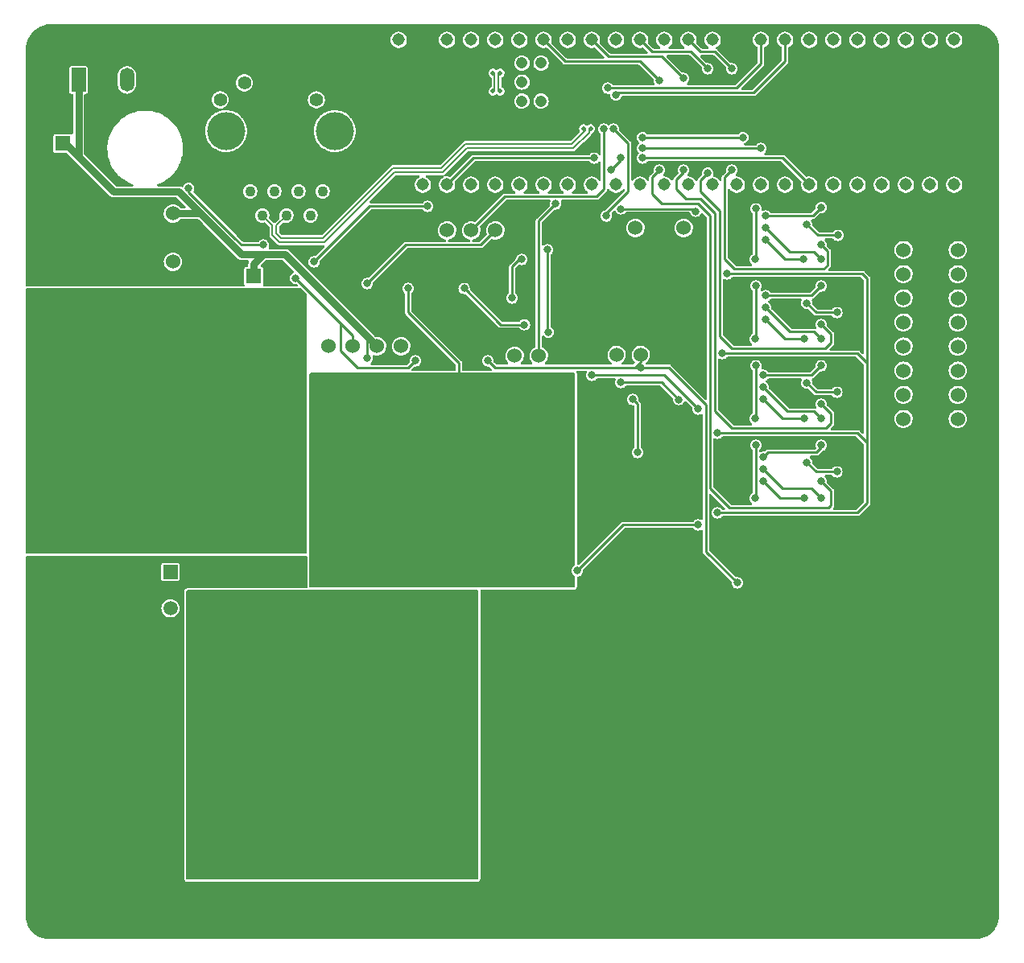
<source format=gbl>
G04 #@! TF.GenerationSoftware,KiCad,Pcbnew,(6.0.7)*
G04 #@! TF.CreationDate,2023-03-20T21:04:31-05:00*
G04 #@! TF.ProjectId,2023Rev2,32303233-5265-4763-922e-6b696361645f,rev?*
G04 #@! TF.SameCoordinates,Original*
G04 #@! TF.FileFunction,Copper,L2,Bot*
G04 #@! TF.FilePolarity,Positive*
%FSLAX46Y46*%
G04 Gerber Fmt 4.6, Leading zero omitted, Abs format (unit mm)*
G04 Created by KiCad (PCBNEW (6.0.7)) date 2023-03-20 21:04:31*
%MOMM*%
%LPD*%
G01*
G04 APERTURE LIST*
G04 Aperture macros list*
%AMHorizOval*
0 Thick line with rounded ends*
0 $1 width*
0 $2 $3 position (X,Y) of the first rounded end (center of the circle)*
0 $4 $5 position (X,Y) of the second rounded end (center of the circle)*
0 Add line between two ends*
20,1,$1,$2,$3,$4,$5,0*
0 Add two circle primitives to create the rounded ends*
1,1,$1,$2,$3*
1,1,$1,$4,$5*%
G04 Aperture macros list end*
G04 #@! TA.AperFunction,ComponentPad*
%ADD10C,1.100000*%
G04 #@! TD*
G04 #@! TA.AperFunction,ComponentPad*
%ADD11C,1.400000*%
G04 #@! TD*
G04 #@! TA.AperFunction,ComponentPad*
%ADD12C,4.000000*%
G04 #@! TD*
G04 #@! TA.AperFunction,ComponentPad*
%ADD13C,2.000000*%
G04 #@! TD*
G04 #@! TA.AperFunction,ComponentPad*
%ADD14R,1.600000X1.600000*%
G04 #@! TD*
G04 #@! TA.AperFunction,ComponentPad*
%ADD15C,1.600000*%
G04 #@! TD*
G04 #@! TA.AperFunction,ComponentPad*
%ADD16C,1.524000*%
G04 #@! TD*
G04 #@! TA.AperFunction,ComponentPad*
%ADD17R,1.500000X2.500000*%
G04 #@! TD*
G04 #@! TA.AperFunction,ComponentPad*
%ADD18O,1.500000X2.500000*%
G04 #@! TD*
G04 #@! TA.AperFunction,ComponentPad*
%ADD19C,18.288000*%
G04 #@! TD*
G04 #@! TA.AperFunction,ComponentPad*
%ADD20C,1.308000*%
G04 #@! TD*
G04 #@! TA.AperFunction,ComponentPad*
%ADD21C,1.208000*%
G04 #@! TD*
G04 #@! TA.AperFunction,ComponentPad*
%ADD22O,5.100000X3.000000*%
G04 #@! TD*
G04 #@! TA.AperFunction,ComponentPad*
%ADD23R,1.500000X1.500000*%
G04 #@! TD*
G04 #@! TA.AperFunction,ComponentPad*
%ADD24C,1.500000*%
G04 #@! TD*
G04 #@! TA.AperFunction,ComponentPad*
%ADD25C,0.800000*%
G04 #@! TD*
G04 #@! TA.AperFunction,ComponentPad*
%ADD26HorizOval,0.800000X0.000000X0.000000X0.000000X0.000000X0*%
G04 #@! TD*
G04 #@! TA.AperFunction,ComponentPad*
%ADD27O,6.000000X9.000000*%
G04 #@! TD*
G04 #@! TA.AperFunction,ComponentPad*
%ADD28HorizOval,0.800000X0.000000X0.000000X0.000000X0.000000X0*%
G04 #@! TD*
G04 #@! TA.AperFunction,ViaPad*
%ADD29C,0.800000*%
G04 #@! TD*
G04 #@! TA.AperFunction,ViaPad*
%ADD30C,0.508000*%
G04 #@! TD*
G04 #@! TA.AperFunction,Conductor*
%ADD31C,0.200000*%
G04 #@! TD*
G04 #@! TA.AperFunction,Conductor*
%ADD32C,0.250000*%
G04 #@! TD*
G04 #@! TA.AperFunction,Conductor*
%ADD33C,0.254000*%
G04 #@! TD*
G04 #@! TA.AperFunction,Conductor*
%ADD34C,0.762000*%
G04 #@! TD*
G04 APERTURE END LIST*
D10*
X103251000Y-43128500D03*
X101981000Y-45668500D03*
X100711000Y-43128500D03*
X99441000Y-45668500D03*
X98171000Y-43128500D03*
X96901000Y-45668500D03*
X95631000Y-43128500D03*
X94361000Y-45668500D03*
D11*
X105131000Y-31698500D03*
X102591000Y-33488500D03*
X95021000Y-31698500D03*
X92481000Y-33488500D03*
D12*
X104521000Y-36778500D03*
X93091000Y-36778500D03*
D13*
X90931000Y-39828500D03*
X106681000Y-39828500D03*
D14*
X96012000Y-52070000D03*
D15*
X98012000Y-52070000D03*
D16*
X134175500Y-60325000D03*
X136715500Y-60325000D03*
X121412000Y-47244000D03*
X118872000Y-47244000D03*
X116332000Y-47244000D03*
X113792000Y-47244000D03*
X113792000Y-47244000D03*
D17*
X77577500Y-31400500D03*
D18*
X80117500Y-31400500D03*
X82657500Y-31400500D03*
D16*
X164338000Y-67081400D03*
X164338000Y-64541400D03*
X164338000Y-62001400D03*
X164338000Y-59461400D03*
X164338000Y-56921400D03*
X164338000Y-54381400D03*
X164338000Y-51841400D03*
X164338000Y-49301400D03*
X164338000Y-46761400D03*
D19*
X98806000Y-106172000D03*
D16*
X103886000Y-59436000D03*
X106426000Y-59436000D03*
X108966000Y-59436000D03*
X111506000Y-59436000D03*
X111506000Y-59436000D03*
D20*
X113792000Y-42418000D03*
X116332000Y-42418000D03*
X118872000Y-42418000D03*
X121412000Y-42418000D03*
X146812000Y-42418000D03*
X116332000Y-27178000D03*
X123952000Y-42418000D03*
X126492000Y-42418000D03*
X129032000Y-42418000D03*
X131572000Y-42418000D03*
X134112000Y-42418000D03*
X136652000Y-42418000D03*
X139192000Y-42418000D03*
X141732000Y-42418000D03*
X144272000Y-42418000D03*
X144272000Y-27178000D03*
X141732000Y-27178000D03*
X139192000Y-27178000D03*
X136652000Y-27178000D03*
X134112000Y-27178000D03*
X131572000Y-27178000D03*
X129032000Y-27178000D03*
X126492000Y-27178000D03*
X123952000Y-27178000D03*
X121412000Y-27178000D03*
X118872000Y-27178000D03*
X149352000Y-42418000D03*
X151892000Y-42418000D03*
X154432000Y-42418000D03*
X156972000Y-42418000D03*
X159512000Y-42418000D03*
X162052000Y-42418000D03*
X164592000Y-42418000D03*
X167132000Y-42418000D03*
X169672000Y-42418000D03*
X169672000Y-27178000D03*
X167132000Y-27178000D03*
X164592000Y-27178000D03*
X162052000Y-27178000D03*
X159512000Y-27178000D03*
X156972000Y-27178000D03*
X154432000Y-27178000D03*
X151892000Y-27178000D03*
X149352000Y-27178000D03*
X111252000Y-42418000D03*
X146812000Y-27178000D03*
X113792000Y-27178000D03*
D21*
X126222000Y-31628000D03*
X124222000Y-31628000D03*
X124222000Y-29628000D03*
X126222000Y-29628000D03*
X126222000Y-33628000D03*
X124222000Y-33628000D03*
D20*
X111252000Y-27178000D03*
D16*
X141224000Y-46990000D03*
X138684000Y-46990000D03*
X136144000Y-46990000D03*
D19*
X147701000Y-106172000D03*
D16*
X123444000Y-60452000D03*
X125984000Y-60452000D03*
X128524000Y-60452000D03*
X87503000Y-45466000D03*
X87503000Y-48006000D03*
X87503000Y-50546000D03*
D19*
X82550000Y-67310000D03*
D14*
X75946000Y-38100000D03*
D15*
X73946000Y-38100000D03*
D22*
X124346000Y-87122000D03*
X116446000Y-87122000D03*
D23*
X87235000Y-83190000D03*
D24*
X87235000Y-85100000D03*
X87235000Y-87010000D03*
D25*
X110685000Y-88100000D03*
X106975000Y-93300000D03*
X110295000Y-93300000D03*
X106585000Y-90770000D03*
D26*
X109265000Y-86150000D03*
D25*
X110685000Y-89430000D03*
D27*
X108635000Y-90100000D03*
D25*
X110685000Y-92100000D03*
X108005000Y-94050000D03*
X110295000Y-86900000D03*
X106585000Y-88100000D03*
X109265000Y-94050000D03*
X106585000Y-92100000D03*
D28*
X108005000Y-86150000D03*
D25*
X106585000Y-89430000D03*
X110685000Y-90770000D03*
X106975000Y-86900000D03*
X110685000Y-78100000D03*
X106585000Y-80770000D03*
X108005000Y-76150000D03*
X106585000Y-79430000D03*
X106585000Y-78100000D03*
X110685000Y-82100000D03*
X106975000Y-76900000D03*
X110295000Y-83300000D03*
D26*
X108005000Y-84050000D03*
D25*
X106975000Y-83300000D03*
D28*
X109265000Y-84050000D03*
D25*
X109265000Y-76150000D03*
X106585000Y-82100000D03*
X110685000Y-80770000D03*
D27*
X108635000Y-80100000D03*
D25*
X110685000Y-79430000D03*
X110295000Y-76900000D03*
D16*
X170053000Y-46761400D03*
X170053000Y-49301400D03*
X170053000Y-51841400D03*
X170053000Y-54381400D03*
X170053000Y-56921400D03*
X170053000Y-59461400D03*
X170053000Y-62001400D03*
X170053000Y-64541400D03*
X170053000Y-67081400D03*
D29*
X166878000Y-76708000D03*
X89408000Y-46736000D03*
X90424000Y-47752000D03*
X85598000Y-44704000D03*
X83820000Y-44704000D03*
X79248000Y-35814000D03*
X79248000Y-34036000D03*
X75946000Y-35814000D03*
X75946000Y-34036000D03*
X103378000Y-41148000D03*
X103378000Y-39624000D03*
X100584000Y-41148000D03*
X100584000Y-39624000D03*
D30*
X121920000Y-32589500D03*
X121158000Y-32589500D03*
X121920000Y-30666500D03*
X121158000Y-30666500D03*
X131445000Y-36505500D03*
X130683000Y-36505500D03*
D29*
X134112000Y-32984500D03*
X133858000Y-36576000D03*
X133220808Y-32255826D03*
X132842000Y-36576000D03*
X147447000Y-37465000D03*
X136906000Y-37465000D03*
X137922000Y-76200000D03*
X139954000Y-76200000D03*
X133096000Y-67183000D03*
X134620000Y-67183000D03*
X100398681Y-52255319D03*
X89141380Y-42796743D03*
X136715500Y-61658500D03*
X120650000Y-60960000D03*
X97028000Y-48768000D03*
X146862000Y-84328000D03*
X113030000Y-60960000D03*
X172720000Y-106680000D03*
X157480000Y-101600000D03*
X157480000Y-111760000D03*
X172720000Y-116840000D03*
X141986000Y-76200000D03*
X101981000Y-35179000D03*
X137160000Y-50800000D03*
X149860000Y-53086000D03*
X111760000Y-116840000D03*
X76200000Y-111760000D03*
X152400000Y-116840000D03*
X121920000Y-106680000D03*
X162560000Y-96520000D03*
X162560000Y-116840000D03*
X162560000Y-35560000D03*
X137160000Y-101600000D03*
X162560000Y-106680000D03*
X146812000Y-58674000D03*
X121920000Y-116840000D03*
X132080000Y-106680000D03*
X154178000Y-69850000D03*
X127000000Y-101600000D03*
X167640000Y-91440000D03*
X162560000Y-86360000D03*
X86360000Y-91440000D03*
X167640000Y-30480000D03*
X76200000Y-91440000D03*
X115316000Y-52578000D03*
X171450000Y-76708000D03*
X154178000Y-44704000D03*
X132080000Y-55880000D03*
X137160000Y-111760000D03*
X106680000Y-30480000D03*
X167640000Y-101600000D03*
X127000000Y-111760000D03*
X101600000Y-116840000D03*
X142240000Y-116840000D03*
X116840000Y-30480000D03*
X172720000Y-35560000D03*
X172720000Y-86360000D03*
X142240000Y-86360000D03*
X154178000Y-61468000D03*
X132080000Y-116840000D03*
X92964000Y-50800000D03*
X150114000Y-61468000D03*
X76200000Y-101600000D03*
X149860000Y-69850000D03*
X152400000Y-35560000D03*
X149860000Y-44704000D03*
X142240000Y-55880000D03*
X132080000Y-96520000D03*
X142240000Y-96520000D03*
X127000000Y-91440000D03*
X81280000Y-86360000D03*
X81280000Y-106680000D03*
X172720000Y-96520000D03*
X162560000Y-76708000D03*
X86360000Y-111760000D03*
X154178000Y-53086000D03*
X167640000Y-111760000D03*
X115316000Y-54102000D03*
X81280000Y-96520000D03*
X82042000Y-44704000D03*
X126746000Y-47498000D03*
X121920000Y-96520000D03*
X92964000Y-52324000D03*
X146812000Y-75438000D03*
X91440000Y-116840000D03*
X146812000Y-50292000D03*
X81280000Y-116840000D03*
X146812000Y-67056000D03*
X152400000Y-96520000D03*
X86360000Y-101600000D03*
X101600000Y-91440000D03*
X106680000Y-111760000D03*
X114300000Y-114300000D03*
X114300000Y-93980000D03*
X101600000Y-96520000D03*
X116840000Y-96520000D03*
X116840000Y-106680000D03*
X111760000Y-101600000D03*
X91440000Y-96520000D03*
X116840000Y-91440000D03*
X99060000Y-88900000D03*
X104140000Y-93980000D03*
X93980000Y-88900000D03*
X109220000Y-109220000D03*
X111760000Y-106680000D03*
X114300000Y-104140000D03*
X116840000Y-111760000D03*
X99060000Y-93980000D03*
X91440000Y-91440000D03*
X109220000Y-104140000D03*
X91440000Y-86360000D03*
X114300000Y-109220000D03*
X101600000Y-86360000D03*
X109220000Y-99060000D03*
X106680000Y-96520000D03*
X114300000Y-99060000D03*
X96520000Y-91440000D03*
X111760000Y-96520000D03*
X93980000Y-93980000D03*
X104140000Y-88900000D03*
X96520000Y-96520000D03*
X111760000Y-111760000D03*
X96520000Y-86360000D03*
X116840000Y-101600000D03*
X109220000Y-114300000D03*
X76200000Y-76200000D03*
X93980000Y-58420000D03*
X102362000Y-50546000D03*
X73660000Y-63500000D03*
X86360000Y-55880000D03*
X73660000Y-73660000D03*
X73660000Y-78740000D03*
X73660000Y-58420000D03*
X96520000Y-55880000D03*
X99060000Y-68580000D03*
X91440000Y-60960000D03*
X93980000Y-68580000D03*
X126896500Y-49276000D03*
X76200000Y-55880000D03*
X99060000Y-78740000D03*
X91440000Y-76200000D03*
X91440000Y-55880000D03*
X81280000Y-55880000D03*
X78740000Y-58420000D03*
X88900000Y-78740000D03*
X96520000Y-66040000D03*
X99060000Y-73660000D03*
X93980000Y-78740000D03*
X83820000Y-78740000D03*
X88900000Y-58420000D03*
X93980000Y-63500000D03*
X96520000Y-60960000D03*
X78740000Y-78740000D03*
X96520000Y-76200000D03*
X114300000Y-44704000D03*
X99060000Y-58420000D03*
X86360000Y-76200000D03*
X99060000Y-63500000D03*
X96520000Y-71120000D03*
X91440000Y-71120000D03*
X127000000Y-57947500D03*
X93980000Y-73660000D03*
X131826000Y-39624000D03*
X136906000Y-38608000D03*
X149352000Y-38608000D03*
X127762000Y-44450000D03*
X107950000Y-52832000D03*
X133604000Y-40894000D03*
X140710286Y-65029714D03*
X134628571Y-39621143D03*
X136906000Y-39624000D03*
X142488286Y-45217714D03*
X134625714Y-44963714D03*
X134620000Y-63246000D03*
X124206000Y-50292000D03*
X123190000Y-54356000D03*
X133096000Y-45720000D03*
X148844000Y-69850000D03*
X148740500Y-75438000D03*
X155702000Y-75438000D03*
X149606000Y-72390000D03*
X153877000Y-75438000D03*
X149606000Y-73660000D03*
X157329500Y-72644000D03*
X154178000Y-71675000D03*
X155702000Y-69850000D03*
X149606000Y-71120000D03*
X138684000Y-40894000D03*
X155702000Y-73660000D03*
X138684000Y-31496000D03*
X148740500Y-67056000D03*
X148844000Y-61468000D03*
X149606000Y-63754000D03*
X155702000Y-67056000D03*
X153924000Y-67056000D03*
X149606000Y-65024000D03*
X157329500Y-64262000D03*
X154178000Y-63293000D03*
X149606000Y-62484000D03*
X155702000Y-61468000D03*
X155702000Y-65532000D03*
X141224000Y-40894000D03*
X141224000Y-31242000D03*
X148844000Y-53086000D03*
X148740500Y-58674000D03*
X149860000Y-55372000D03*
X155702000Y-58674000D03*
X149860000Y-56642000D03*
X153877000Y-58674000D03*
X157329500Y-55880000D03*
X154178000Y-54911000D03*
X155702000Y-53086000D03*
X149860000Y-54102000D03*
X155702000Y-57150000D03*
X143764000Y-41216328D03*
X143764000Y-30226000D03*
X148844000Y-44958000D03*
X148740500Y-50292000D03*
X149860000Y-46990000D03*
X155645500Y-50292000D03*
X153820500Y-50292000D03*
X149860000Y-48260000D03*
X157433000Y-47752000D03*
X154178000Y-46632500D03*
X149860000Y-45720000D03*
X155702000Y-44807500D03*
X146304000Y-40894000D03*
X146304000Y-30226000D03*
X155702000Y-48768000D03*
X142748000Y-78232000D03*
X130048000Y-83058000D03*
X114300000Y-83820000D03*
X116840000Y-66040000D03*
X121920000Y-71120000D03*
X114300000Y-78740000D03*
X111760000Y-71120000D03*
X114300000Y-68580000D03*
X111760000Y-66040000D03*
X119380000Y-63500000D03*
X119380000Y-83820000D03*
X116840000Y-81280000D03*
X119380000Y-73660000D03*
X109220000Y-73660000D03*
X119380000Y-78740000D03*
X112229500Y-53340000D03*
X109220000Y-68580000D03*
X121920000Y-76200000D03*
X116840000Y-71120000D03*
X117602000Y-63927000D03*
X124460000Y-68580000D03*
X114300000Y-73660000D03*
X124460000Y-83820000D03*
X116840000Y-76200000D03*
X109220000Y-63500000D03*
X124460000Y-63500000D03*
X104140000Y-63500000D03*
X104140000Y-83820000D03*
X127000000Y-66040000D03*
X124460000Y-78740000D03*
X121920000Y-66040000D03*
X127000000Y-76200000D03*
X104140000Y-68580000D03*
X106680000Y-71120000D03*
X106680000Y-66040000D03*
X104140000Y-78740000D03*
X124460000Y-73660000D03*
X119380000Y-68580000D03*
X127000000Y-71120000D03*
X127000000Y-81280000D03*
X121920000Y-81280000D03*
X104140000Y-73660000D03*
X114300000Y-63500000D03*
X131572000Y-62484000D03*
X145796000Y-51816000D03*
X144780000Y-76962000D03*
X107950000Y-60706000D03*
X144780000Y-68580000D03*
X145288000Y-60198000D03*
X142748000Y-66040000D03*
X136362500Y-70612000D03*
X135866000Y-65024000D03*
X118134000Y-53340000D03*
X124465714Y-57155714D03*
D31*
X121920000Y-30666500D02*
X121766000Y-30820500D01*
X121312000Y-32435500D02*
X121158000Y-32589500D01*
X121312000Y-30820500D02*
X121312000Y-32435500D01*
X121158000Y-30666500D02*
X121312000Y-30820500D01*
X121766000Y-32435500D02*
X121920000Y-32589500D01*
X121766000Y-30820500D02*
X121766000Y-32435500D01*
X131291000Y-36924028D02*
X131291000Y-36659500D01*
X130837000Y-36659500D02*
X130683000Y-36505500D01*
X130837000Y-36735972D02*
X130837000Y-36659500D01*
X129634028Y-38581000D02*
X131291000Y-36924028D01*
X131291000Y-36659500D02*
X131445000Y-36505500D01*
X129445972Y-38127000D02*
X130837000Y-36735972D01*
X118458028Y-38581000D02*
X129634028Y-38581000D01*
X118269972Y-38127000D02*
X129445972Y-38127000D01*
X115918028Y-41121000D02*
X118458028Y-38581000D01*
X115729972Y-40667000D02*
X118269972Y-38127000D01*
X110838028Y-41121000D02*
X115918028Y-41121000D01*
X110649972Y-40667000D02*
X115729972Y-40667000D01*
X103472028Y-48487000D02*
X110838028Y-41121000D01*
X103283972Y-48033000D02*
X110649972Y-40667000D01*
X98711972Y-48487000D02*
X103472028Y-48487000D01*
X98900028Y-48033000D02*
X103283972Y-48033000D01*
X97944000Y-47719028D02*
X98711972Y-48487000D01*
X98398000Y-47530972D02*
X98900028Y-48033000D01*
X97944000Y-46711500D02*
X97944000Y-47719028D01*
X98398000Y-46711500D02*
X98398000Y-47530972D01*
X96901000Y-45668500D02*
X97944000Y-46711500D01*
X99441000Y-45668500D02*
X98398000Y-46711500D01*
D32*
X134330500Y-32766000D02*
X134112000Y-32984500D01*
X148590000Y-32766000D02*
X134330500Y-32766000D01*
X151892000Y-29464000D02*
X148590000Y-32766000D01*
X135382000Y-38100000D02*
X133858000Y-36576000D01*
X135382000Y-38989000D02*
X135382000Y-38100000D01*
X133601826Y-32255826D02*
X133604000Y-32258000D01*
X133220808Y-32255826D02*
X133601826Y-32255826D01*
X132842000Y-42926000D02*
X132842000Y-36576000D01*
D33*
X118872000Y-47244000D02*
X122428000Y-43688000D01*
X122428000Y-43688000D02*
X132080000Y-43688000D01*
X132080000Y-43688000D02*
X132842000Y-42926000D01*
D32*
X135382000Y-43180000D02*
X135382000Y-38989000D01*
X136906000Y-37465000D02*
X147447000Y-37465000D01*
D33*
X151892000Y-29464000D02*
X151892000Y-27178000D01*
X119888000Y-48768000D02*
X121412000Y-47244000D01*
X112014000Y-48768000D02*
X119888000Y-48768000D01*
X107950000Y-52832000D02*
X112014000Y-48768000D01*
X105156000Y-59944000D02*
X105156000Y-57012638D01*
X105156000Y-57012638D02*
X104970681Y-56827319D01*
X139636500Y-61658500D02*
X143564000Y-65586000D01*
X89141380Y-43182116D02*
X89141380Y-42796743D01*
X136080500Y-61658500D02*
X136715500Y-61658500D01*
X136715500Y-60325000D02*
X136715500Y-61023500D01*
X143564000Y-65586000D02*
X143564000Y-81030000D01*
X136715500Y-61023500D02*
X136080500Y-61658500D01*
X104970681Y-56827319D02*
X100398681Y-52255319D01*
X106426000Y-59436000D02*
X106426000Y-58282638D01*
X106934000Y-61722000D02*
X105156000Y-59944000D01*
X93972632Y-48013368D02*
X89141380Y-43182116D01*
X113030000Y-60960000D02*
X112268000Y-61722000D01*
X136715500Y-61658500D02*
X139636500Y-61658500D01*
X121348500Y-61658500D02*
X136080500Y-61658500D01*
X97028000Y-48768000D02*
X94727264Y-48768000D01*
X106426000Y-58282638D02*
X104970681Y-56827319D01*
X120650000Y-60960000D02*
X121348500Y-61658500D01*
X143564000Y-81030000D02*
X146862000Y-84328000D01*
X112268000Y-61722000D02*
X106934000Y-61722000D01*
X94727264Y-48768000D02*
X93972632Y-48013368D01*
X127000000Y-57947500D02*
X126896500Y-57844000D01*
X126896500Y-57844000D02*
X126896500Y-49276000D01*
X108204000Y-44704000D02*
X102362000Y-50546000D01*
X114300000Y-44704000D02*
X108204000Y-44704000D01*
X119126000Y-39624000D02*
X116332000Y-42418000D01*
X131826000Y-39624000D02*
X119126000Y-39624000D01*
X125984000Y-46228000D02*
X127762000Y-44450000D01*
X136906000Y-38608000D02*
X149352000Y-38608000D01*
X125984000Y-60452000D02*
X125984000Y-46228000D01*
X146812000Y-32258000D02*
X149352000Y-29718000D01*
X133604000Y-32258000D02*
X146812000Y-32258000D01*
X149352000Y-29718000D02*
X149352000Y-27178000D01*
X134628571Y-39869429D02*
X133604000Y-40894000D01*
X134628571Y-39621143D02*
X134628571Y-39869429D01*
X136906000Y-39624000D02*
X151638000Y-39624000D01*
X142488286Y-45217714D02*
X142234286Y-44963714D01*
X138926572Y-63246000D02*
X134620000Y-63246000D01*
X151638000Y-39624000D02*
X154432000Y-42418000D01*
X140710286Y-65029714D02*
X138926572Y-63246000D01*
X142234286Y-44963714D02*
X134625714Y-44963714D01*
X123190000Y-51054000D02*
X123190000Y-54356000D01*
X123698000Y-50546000D02*
X123952000Y-50292000D01*
X133096000Y-45720000D02*
X133096000Y-45466000D01*
X123698000Y-50546000D02*
X123190000Y-51054000D01*
X123952000Y-50292000D02*
X124206000Y-50292000D01*
X133096000Y-45466000D02*
X135382000Y-43180000D01*
X148844000Y-69850000D02*
X148844000Y-75334500D01*
X148844000Y-75334500D02*
X148740500Y-75438000D01*
X154686000Y-74422000D02*
X155702000Y-75438000D01*
X151638000Y-74422000D02*
X154686000Y-74422000D01*
X149606000Y-72390000D02*
X151638000Y-74422000D01*
X151384000Y-75438000D02*
X153877000Y-75438000D01*
X149606000Y-73660000D02*
X151384000Y-75438000D01*
X155147000Y-72644000D02*
X157329500Y-72644000D01*
X154178000Y-71675000D02*
X155147000Y-72644000D01*
X155194000Y-70612000D02*
X155702000Y-70104000D01*
X150114000Y-70612000D02*
X155194000Y-70612000D01*
X149606000Y-71120000D02*
X150114000Y-70612000D01*
X155702000Y-70104000D02*
X155702000Y-69850000D01*
X137922000Y-41656000D02*
X138684000Y-40894000D01*
X155702000Y-73660000D02*
X156718000Y-74676000D01*
X137922000Y-43434000D02*
X137922000Y-41656000D01*
X138684000Y-31496000D02*
X136652000Y-29464000D01*
X146050000Y-76454000D02*
X144018000Y-74422000D01*
X136652000Y-29464000D02*
X128778000Y-29464000D01*
X144018000Y-45720000D02*
X142748000Y-44450000D01*
X128778000Y-29464000D02*
X126492000Y-27178000D01*
X138938000Y-44450000D02*
X137922000Y-43434000D01*
X156718000Y-76200000D02*
X156464000Y-76454000D01*
X144018000Y-74422000D02*
X144018000Y-45720000D01*
X142748000Y-44450000D02*
X138938000Y-44450000D01*
X156464000Y-76454000D02*
X146050000Y-76454000D01*
X156718000Y-74676000D02*
X156718000Y-76200000D01*
X148844000Y-66952500D02*
X148740500Y-67056000D01*
X148844000Y-61468000D02*
X148844000Y-66952500D01*
X152146000Y-66294000D02*
X154940000Y-66294000D01*
X149606000Y-63754000D02*
X152146000Y-66294000D01*
X154940000Y-66294000D02*
X155702000Y-67056000D01*
X149606000Y-65024000D02*
X151638000Y-67056000D01*
X151638000Y-67056000D02*
X153924000Y-67056000D01*
X155147000Y-64262000D02*
X157329500Y-64262000D01*
X154178000Y-63293000D02*
X155147000Y-64262000D01*
X154686000Y-62484000D02*
X155702000Y-61468000D01*
X149606000Y-62484000D02*
X154686000Y-62484000D01*
X144526000Y-66294000D02*
X146304000Y-68072000D01*
X156718000Y-67564000D02*
X156718000Y-66548000D01*
X141478000Y-43942000D02*
X143002000Y-43942000D01*
X156718000Y-66548000D02*
X155702000Y-65532000D01*
X133350000Y-28956000D02*
X131572000Y-27178000D01*
X141224000Y-41148000D02*
X140462000Y-41910000D01*
X143002000Y-43942000D02*
X144526000Y-45466000D01*
X138938000Y-28956000D02*
X133350000Y-28956000D01*
X140462000Y-41910000D02*
X140462000Y-42926000D01*
X141224000Y-31242000D02*
X138938000Y-28956000D01*
X156210000Y-68072000D02*
X156718000Y-67564000D01*
X144526000Y-45466000D02*
X144526000Y-66294000D01*
X140462000Y-42926000D02*
X141478000Y-43942000D01*
X146304000Y-68072000D02*
X156210000Y-68072000D01*
X141224000Y-40894000D02*
X141224000Y-41148000D01*
X148844000Y-58570500D02*
X148740500Y-58674000D01*
X148844000Y-53086000D02*
X148844000Y-58570500D01*
X154940000Y-57912000D02*
X155702000Y-58674000D01*
X149860000Y-55372000D02*
X152400000Y-57912000D01*
X152400000Y-57912000D02*
X154940000Y-57912000D01*
X149860000Y-56642000D02*
X151892000Y-58674000D01*
X151892000Y-58674000D02*
X153877000Y-58674000D01*
X154178000Y-54911000D02*
X155147000Y-55880000D01*
X155147000Y-55880000D02*
X157329500Y-55880000D01*
X149860000Y-54102000D02*
X154686000Y-54102000D01*
X154686000Y-54102000D02*
X155702000Y-53086000D01*
X143764000Y-30226000D02*
X141986000Y-28448000D01*
X143002000Y-41978328D02*
X143764000Y-41216328D01*
X156718000Y-58166000D02*
X156718000Y-59055000D01*
X156718000Y-59055000D02*
X156083000Y-59690000D01*
X156083000Y-59690000D02*
X146304000Y-59690000D01*
X145034000Y-45212000D02*
X143002000Y-43180000D01*
X146304000Y-59690000D02*
X145034000Y-58420000D01*
X137922000Y-28448000D02*
X136652000Y-27178000D01*
X155702000Y-57150000D02*
X156718000Y-58166000D01*
X145034000Y-58420000D02*
X145034000Y-45212000D01*
X143002000Y-43180000D02*
X143002000Y-41978328D01*
X141986000Y-28448000D02*
X137922000Y-28448000D01*
X148844000Y-50188500D02*
X148740500Y-50292000D01*
X148844000Y-44958000D02*
X148844000Y-50188500D01*
X149860000Y-46990000D02*
X152400000Y-49530000D01*
X154883500Y-49530000D02*
X155645500Y-50292000D01*
X152400000Y-49530000D02*
X154883500Y-49530000D01*
X149860000Y-48260000D02*
X151892000Y-50292000D01*
X151892000Y-50292000D02*
X153820500Y-50292000D01*
X154178000Y-46632500D02*
X155297500Y-47752000D01*
X155297500Y-47752000D02*
X157433000Y-47752000D01*
X154789500Y-45720000D02*
X155702000Y-44807500D01*
X149860000Y-45720000D02*
X154789500Y-45720000D01*
X145542000Y-50292000D02*
X146558000Y-51308000D01*
X156372500Y-49438500D02*
X155702000Y-48768000D01*
X146304000Y-40894000D02*
X145542000Y-41656000D01*
X144526000Y-28448000D02*
X146304000Y-30226000D01*
X145542000Y-41656000D02*
X145542000Y-50292000D01*
X156372500Y-50891500D02*
X156372500Y-49438500D01*
X146558000Y-51308000D02*
X155956000Y-51308000D01*
X155956000Y-51308000D02*
X156372500Y-50891500D01*
X143002000Y-28448000D02*
X144526000Y-28448000D01*
X141732000Y-27178000D02*
X143002000Y-28448000D01*
X134874000Y-78232000D02*
X130048000Y-83058000D01*
X142748000Y-78232000D02*
X134874000Y-78232000D01*
X112229500Y-53340000D02*
X112229500Y-55841500D01*
X117602000Y-61214000D02*
X117602000Y-63927000D01*
X112229500Y-55841500D02*
X117602000Y-61214000D01*
D34*
X76200000Y-38100000D02*
X77577500Y-39477500D01*
D33*
X145796000Y-51816000D02*
X160020000Y-51816000D01*
X107823000Y-58293000D02*
X107950000Y-58420000D01*
X159512000Y-60198000D02*
X160528000Y-61214000D01*
D34*
X91059000Y-46101000D02*
X88138000Y-43180000D01*
D33*
X160528000Y-75946000D02*
X159512000Y-76962000D01*
D34*
X75946000Y-38100000D02*
X76200000Y-38100000D01*
X96012000Y-52070000D02*
X96012000Y-50800000D01*
X108966000Y-59436000D02*
X107823000Y-58293000D01*
D33*
X160528000Y-69596000D02*
X160528000Y-75946000D01*
X107950000Y-58420000D02*
X107950000Y-60706000D01*
D34*
X99314000Y-49784000D02*
X97028000Y-49784000D01*
D33*
X160528000Y-61214000D02*
X160528000Y-69596000D01*
D34*
X77577500Y-39477500D02*
X77577500Y-31400500D01*
D33*
X139192000Y-62484000D02*
X142748000Y-66040000D01*
D34*
X97028000Y-49784000D02*
X94742000Y-49784000D01*
X90424000Y-45466000D02*
X91059000Y-46101000D01*
D33*
X160528000Y-52324000D02*
X160528000Y-61214000D01*
D34*
X87503000Y-45466000D02*
X90424000Y-45466000D01*
D33*
X159512000Y-68580000D02*
X160528000Y-69596000D01*
X160020000Y-51816000D02*
X160528000Y-52324000D01*
D34*
X94742000Y-49784000D02*
X91059000Y-46101000D01*
D33*
X159512000Y-76962000D02*
X144780000Y-76962000D01*
D34*
X96012000Y-50800000D02*
X97028000Y-49784000D01*
D33*
X144780000Y-68580000D02*
X159512000Y-68580000D01*
X145288000Y-60198000D02*
X159512000Y-60198000D01*
D34*
X81280000Y-43180000D02*
X77577500Y-39477500D01*
X88138000Y-43180000D02*
X81280000Y-43180000D01*
D33*
X139192000Y-62484000D02*
X131572000Y-62484000D01*
D34*
X107823000Y-58293000D02*
X99314000Y-49784000D01*
D33*
X136362500Y-65520500D02*
X135866000Y-65024000D01*
X136362500Y-70612000D02*
X136362500Y-65520500D01*
X121949714Y-57155714D02*
X118134000Y-53340000D01*
X124465714Y-57155714D02*
X121949714Y-57155714D01*
G04 #@! TA.AperFunction,Conductor*
G36*
X171926181Y-25527705D02*
G01*
X171941977Y-25527705D01*
X171958000Y-25531998D01*
X171968839Y-25529093D01*
X171971600Y-25529904D01*
X171971695Y-25528328D01*
X172241188Y-25544630D01*
X172256292Y-25546464D01*
X172527851Y-25596229D01*
X172542624Y-25599870D01*
X172806215Y-25682008D01*
X172820433Y-25687400D01*
X173072202Y-25800712D01*
X173085658Y-25807774D01*
X173304887Y-25940303D01*
X173321932Y-25950607D01*
X173334454Y-25959250D01*
X173551789Y-26129522D01*
X173563177Y-26139612D01*
X173758388Y-26334823D01*
X173768478Y-26346211D01*
X173938750Y-26563546D01*
X173947392Y-26576067D01*
X174090226Y-26812342D01*
X174097288Y-26825798D01*
X174189575Y-27030852D01*
X174210598Y-27077563D01*
X174215992Y-27091785D01*
X174285022Y-27313311D01*
X174298130Y-27355376D01*
X174301771Y-27370149D01*
X174351536Y-27641708D01*
X174353370Y-27656812D01*
X174369672Y-27926305D01*
X174368421Y-27926381D01*
X174369015Y-27928759D01*
X174366002Y-27940000D01*
X174370295Y-27956023D01*
X174370295Y-27971819D01*
X174370500Y-27973376D01*
X174370500Y-119346624D01*
X174370295Y-119348181D01*
X174370295Y-119363977D01*
X174366002Y-119380000D01*
X174368907Y-119390839D01*
X174368096Y-119393600D01*
X174369672Y-119393695D01*
X174353370Y-119663188D01*
X174351536Y-119678292D01*
X174301771Y-119949851D01*
X174298130Y-119964624D01*
X174215994Y-120228210D01*
X174210600Y-120242433D01*
X174097288Y-120494202D01*
X174090226Y-120507658D01*
X173947393Y-120743932D01*
X173938750Y-120756454D01*
X173768478Y-120973789D01*
X173758388Y-120985177D01*
X173563177Y-121180388D01*
X173551789Y-121190478D01*
X173334454Y-121360750D01*
X173321933Y-121369392D01*
X173085658Y-121512226D01*
X173072202Y-121519288D01*
X172820433Y-121632600D01*
X172806215Y-121637992D01*
X172562716Y-121713869D01*
X172542624Y-121720130D01*
X172527851Y-121723771D01*
X172256292Y-121773536D01*
X172241188Y-121775370D01*
X171971695Y-121791672D01*
X171971619Y-121790421D01*
X171969241Y-121791015D01*
X171958000Y-121788002D01*
X171941977Y-121792295D01*
X171926181Y-121792295D01*
X171924624Y-121792500D01*
X74455376Y-121792500D01*
X74453819Y-121792295D01*
X74438023Y-121792295D01*
X74422000Y-121788002D01*
X74411161Y-121790907D01*
X74408400Y-121790096D01*
X74408305Y-121791672D01*
X74138812Y-121775370D01*
X74123708Y-121773536D01*
X73852149Y-121723771D01*
X73837376Y-121720130D01*
X73817284Y-121713869D01*
X73573785Y-121637992D01*
X73559567Y-121632600D01*
X73307798Y-121519288D01*
X73294342Y-121512226D01*
X73058067Y-121369392D01*
X73045546Y-121360750D01*
X72828211Y-121190478D01*
X72816823Y-121180388D01*
X72621612Y-120985177D01*
X72611522Y-120973789D01*
X72441250Y-120756454D01*
X72432607Y-120743932D01*
X72289774Y-120507658D01*
X72282712Y-120494202D01*
X72169400Y-120242433D01*
X72164006Y-120228210D01*
X72081870Y-119964624D01*
X72078229Y-119949851D01*
X72028464Y-119678292D01*
X72026630Y-119663188D01*
X72010328Y-119393695D01*
X72011579Y-119393619D01*
X72010985Y-119391241D01*
X72013998Y-119380000D01*
X72009705Y-119363977D01*
X72009705Y-119348181D01*
X72009500Y-119346624D01*
X72009500Y-86996665D01*
X86279994Y-86996665D01*
X86295592Y-87182414D01*
X86346971Y-87361595D01*
X86432176Y-87527385D01*
X86547959Y-87673468D01*
X86689912Y-87794279D01*
X86852627Y-87885217D01*
X87029907Y-87942819D01*
X87214998Y-87964890D01*
X87221133Y-87964418D01*
X87221135Y-87964418D01*
X87394710Y-87951062D01*
X87394715Y-87951061D01*
X87400851Y-87950589D01*
X87406781Y-87948933D01*
X87406783Y-87948933D01*
X87574459Y-87902117D01*
X87574458Y-87902117D01*
X87580387Y-87900462D01*
X87746768Y-87816417D01*
X87771255Y-87797286D01*
X87888794Y-87705454D01*
X87888795Y-87705453D01*
X87893655Y-87701656D01*
X88015454Y-87560550D01*
X88107526Y-87398474D01*
X88166364Y-87221601D01*
X88189727Y-87036668D01*
X88190099Y-87010000D01*
X88171909Y-86824487D01*
X88170128Y-86818588D01*
X88170127Y-86818583D01*
X88119814Y-86651939D01*
X88118033Y-86646040D01*
X88030522Y-86481456D01*
X88026632Y-86476686D01*
X88026629Y-86476682D01*
X87916605Y-86341780D01*
X87916602Y-86341777D01*
X87912710Y-86337005D01*
X87907056Y-86332327D01*
X87773834Y-86222116D01*
X87769085Y-86218187D01*
X87605116Y-86129529D01*
X87516083Y-86101969D01*
X87432936Y-86076231D01*
X87432933Y-86076230D01*
X87427049Y-86074409D01*
X87420924Y-86073765D01*
X87420923Y-86073765D01*
X87247796Y-86055568D01*
X87247795Y-86055568D01*
X87241668Y-86054924D01*
X87163549Y-86062033D01*
X87062171Y-86071259D01*
X87062168Y-86071260D01*
X87056032Y-86071818D01*
X87050122Y-86073557D01*
X87050119Y-86073558D01*
X86883129Y-86122707D01*
X86877214Y-86124448D01*
X86712023Y-86210807D01*
X86566752Y-86327608D01*
X86446935Y-86470401D01*
X86443971Y-86475793D01*
X86443968Y-86475797D01*
X86369256Y-86611699D01*
X86357135Y-86633746D01*
X86300772Y-86811424D01*
X86279994Y-86996665D01*
X72009500Y-86996665D01*
X72009500Y-83959748D01*
X86284500Y-83959748D01*
X86296133Y-84018231D01*
X86303026Y-84028547D01*
X86319137Y-84052658D01*
X86340448Y-84084552D01*
X86406769Y-84128867D01*
X86418938Y-84131288D01*
X86418939Y-84131288D01*
X86459184Y-84139293D01*
X86465252Y-84140500D01*
X88004748Y-84140500D01*
X88010816Y-84139293D01*
X88051061Y-84131288D01*
X88051062Y-84131288D01*
X88063231Y-84128867D01*
X88129552Y-84084552D01*
X88150863Y-84052658D01*
X88166974Y-84028547D01*
X88173867Y-84018231D01*
X88185500Y-83959748D01*
X88185500Y-82420252D01*
X88173867Y-82361769D01*
X88129552Y-82295448D01*
X88063231Y-82251133D01*
X88051062Y-82248712D01*
X88051061Y-82248712D01*
X88010816Y-82240707D01*
X88004748Y-82239500D01*
X86465252Y-82239500D01*
X86459184Y-82240707D01*
X86418939Y-82248712D01*
X86418938Y-82248712D01*
X86406769Y-82251133D01*
X86340448Y-82295448D01*
X86296133Y-82361769D01*
X86284500Y-82420252D01*
X86284500Y-83959748D01*
X72009500Y-83959748D01*
X72009500Y-81611500D01*
X72029502Y-81543379D01*
X72083158Y-81496886D01*
X72135500Y-81485500D01*
X101474000Y-81485500D01*
X101477346Y-81485140D01*
X101477351Y-81485140D01*
X101509032Y-81481734D01*
X101578901Y-81494340D01*
X101630862Y-81542719D01*
X101648500Y-81607012D01*
X101648500Y-84710000D01*
X101648860Y-84713346D01*
X101648860Y-84713351D01*
X101652266Y-84745032D01*
X101639660Y-84814901D01*
X101591281Y-84866862D01*
X101526988Y-84884500D01*
X89026000Y-84884500D01*
X89022654Y-84884860D01*
X89022649Y-84884860D01*
X88985683Y-84888834D01*
X88985677Y-84888835D01*
X88982319Y-84889196D01*
X88929977Y-84900582D01*
X88929283Y-84900752D01*
X88929264Y-84900756D01*
X88928130Y-84901033D01*
X88919797Y-84903070D01*
X88839084Y-84946079D01*
X88785428Y-84992572D01*
X88767473Y-85010165D01*
X88722826Y-85089983D01*
X88702824Y-85158104D01*
X88702184Y-85162552D01*
X88702183Y-85162559D01*
X88695139Y-85211552D01*
X88695138Y-85211559D01*
X88694500Y-85216000D01*
X88694500Y-115444000D01*
X88699196Y-115487681D01*
X88710582Y-115540023D01*
X88713070Y-115550203D01*
X88756079Y-115630916D01*
X88802572Y-115684572D01*
X88820165Y-115702527D01*
X88899983Y-115747174D01*
X88920588Y-115753224D01*
X88963781Y-115765907D01*
X88963785Y-115765908D01*
X88968104Y-115767176D01*
X88972552Y-115767816D01*
X88972559Y-115767817D01*
X89021552Y-115774861D01*
X89021559Y-115774862D01*
X89026000Y-115775500D01*
X119508000Y-115775500D01*
X119511346Y-115775140D01*
X119511351Y-115775140D01*
X119548317Y-115771166D01*
X119548323Y-115771165D01*
X119551681Y-115770804D01*
X119604023Y-115759418D01*
X119604717Y-115759248D01*
X119604736Y-115759244D01*
X119605870Y-115758967D01*
X119614203Y-115756930D01*
X119694916Y-115713921D01*
X119708066Y-115702527D01*
X119747111Y-115668694D01*
X119747112Y-115668693D01*
X119748572Y-115667428D01*
X119766527Y-115649835D01*
X119811174Y-115570017D01*
X119831176Y-115501896D01*
X119831817Y-115497441D01*
X119838861Y-115448448D01*
X119838862Y-115448441D01*
X119839500Y-115444000D01*
X119839500Y-85216000D01*
X119835734Y-85180968D01*
X119848340Y-85111099D01*
X119896719Y-85059138D01*
X119961012Y-85041500D01*
X129668000Y-85041500D01*
X129671346Y-85041140D01*
X129671351Y-85041140D01*
X129708317Y-85037166D01*
X129708323Y-85037165D01*
X129711681Y-85036804D01*
X129764023Y-85025418D01*
X129764717Y-85025248D01*
X129764736Y-85025244D01*
X129765870Y-85024967D01*
X129774203Y-85022930D01*
X129854916Y-84979921D01*
X129908572Y-84933428D01*
X129926527Y-84915835D01*
X129971174Y-84836017D01*
X129991176Y-84767896D01*
X129993787Y-84749736D01*
X129998861Y-84714448D01*
X129998862Y-84714441D01*
X129999500Y-84710000D01*
X129999500Y-83780566D01*
X130019502Y-83712445D01*
X130073158Y-83665952D01*
X130109053Y-83655644D01*
X130204762Y-83643044D01*
X130350841Y-83582536D01*
X130476282Y-83486282D01*
X130572536Y-83360841D01*
X130633044Y-83214762D01*
X130653682Y-83058000D01*
X130645211Y-82993656D01*
X130656150Y-82923509D01*
X130681038Y-82888116D01*
X134972750Y-78596405D01*
X135035062Y-78562379D01*
X135061845Y-78559500D01*
X142180249Y-78559500D01*
X142248370Y-78579502D01*
X142280211Y-78608796D01*
X142314689Y-78653729D01*
X142314692Y-78653732D01*
X142319718Y-78660282D01*
X142445159Y-78756536D01*
X142591238Y-78817044D01*
X142599426Y-78818122D01*
X142669619Y-78827363D01*
X142748000Y-78837682D01*
X142756188Y-78836604D01*
X142896574Y-78818122D01*
X142904762Y-78817044D01*
X142912391Y-78813884D01*
X143043213Y-78759696D01*
X143043215Y-78759695D01*
X143050841Y-78756536D01*
X143051082Y-78756351D01*
X143116499Y-78740483D01*
X143183590Y-78763706D01*
X143227476Y-78819514D01*
X143236500Y-78866340D01*
X143236500Y-81010206D01*
X143236020Y-81021189D01*
X143232713Y-81058984D01*
X143235566Y-81069631D01*
X143242534Y-81095635D01*
X143244913Y-81106367D01*
X143251503Y-81143739D01*
X143257014Y-81153285D01*
X143258240Y-81156653D01*
X143259754Y-81159899D01*
X143262606Y-81170543D01*
X143284377Y-81201635D01*
X143290275Y-81210894D01*
X143309250Y-81243760D01*
X143317695Y-81250846D01*
X143338329Y-81268160D01*
X143346433Y-81275587D01*
X146228962Y-84158117D01*
X146262988Y-84220429D01*
X146264789Y-84263657D01*
X146256318Y-84328000D01*
X146276956Y-84484762D01*
X146337464Y-84630841D01*
X146433718Y-84756282D01*
X146440264Y-84761305D01*
X146469918Y-84784059D01*
X146559159Y-84852536D01*
X146705238Y-84913044D01*
X146862000Y-84933682D01*
X146870188Y-84932604D01*
X147010574Y-84914122D01*
X147018762Y-84913044D01*
X147164841Y-84852536D01*
X147254082Y-84784059D01*
X147283736Y-84761305D01*
X147290282Y-84756282D01*
X147386536Y-84630841D01*
X147447044Y-84484762D01*
X147467682Y-84328000D01*
X147447044Y-84171238D01*
X147386536Y-84025159D01*
X147290282Y-83899718D01*
X147164841Y-83803464D01*
X147018762Y-83742956D01*
X146862000Y-83722318D01*
X146797658Y-83730789D01*
X146727510Y-83719850D01*
X146692117Y-83694962D01*
X143928405Y-80931251D01*
X143894379Y-80868939D01*
X143891500Y-80842156D01*
X143891500Y-75062844D01*
X143911502Y-74994723D01*
X143965158Y-74948230D01*
X144035432Y-74938126D01*
X144100012Y-74967620D01*
X144106595Y-74973749D01*
X145552250Y-76419405D01*
X145586276Y-76481717D01*
X145581211Y-76552533D01*
X145538664Y-76609368D01*
X145472144Y-76634179D01*
X145463155Y-76634500D01*
X145347751Y-76634500D01*
X145279630Y-76614498D01*
X145247789Y-76585204D01*
X145213311Y-76540271D01*
X145213308Y-76540268D01*
X145208282Y-76533718D01*
X145082841Y-76437464D01*
X144936762Y-76376956D01*
X144780000Y-76356318D01*
X144623238Y-76376956D01*
X144477159Y-76437464D01*
X144351718Y-76533718D01*
X144255464Y-76659159D01*
X144194956Y-76805238D01*
X144174318Y-76962000D01*
X144194956Y-77118762D01*
X144255464Y-77264841D01*
X144351718Y-77390282D01*
X144477159Y-77486536D01*
X144623238Y-77547044D01*
X144780000Y-77567682D01*
X144788188Y-77566604D01*
X144928574Y-77548122D01*
X144936762Y-77547044D01*
X145082841Y-77486536D01*
X145208282Y-77390282D01*
X145213308Y-77383732D01*
X145213311Y-77383729D01*
X145247789Y-77338796D01*
X145305127Y-77296929D01*
X145347751Y-77289500D01*
X159492206Y-77289500D01*
X159503189Y-77289980D01*
X159529999Y-77292326D01*
X159530000Y-77292326D01*
X159540984Y-77293287D01*
X159577644Y-77283464D01*
X159588367Y-77281087D01*
X159590690Y-77280677D01*
X159625739Y-77274497D01*
X159635285Y-77268986D01*
X159638653Y-77267760D01*
X159641899Y-77266246D01*
X159652543Y-77263394D01*
X159683635Y-77241623D01*
X159692894Y-77235725D01*
X159716211Y-77222263D01*
X159725760Y-77216750D01*
X159750160Y-77187671D01*
X159757587Y-77179567D01*
X160745573Y-76191582D01*
X160753677Y-76184155D01*
X160774305Y-76166846D01*
X160782750Y-76159760D01*
X160801723Y-76126898D01*
X160807626Y-76117633D01*
X160823071Y-76095574D01*
X160823072Y-76095572D01*
X160829394Y-76086543D01*
X160832246Y-76075899D01*
X160833760Y-76072653D01*
X160834986Y-76069285D01*
X160840497Y-76059739D01*
X160847087Y-76022367D01*
X160849466Y-76011635D01*
X160856434Y-75985631D01*
X160859287Y-75974984D01*
X160855980Y-75937189D01*
X160855500Y-75926206D01*
X160855500Y-69615794D01*
X160855980Y-69604811D01*
X160858326Y-69578003D01*
X160858326Y-69578001D01*
X160859287Y-69567016D01*
X160856433Y-69556363D01*
X160855979Y-69551180D01*
X160855500Y-69540199D01*
X160855500Y-67067896D01*
X163370937Y-67067896D01*
X163371453Y-67074039D01*
X163383743Y-67220391D01*
X163386732Y-67255990D01*
X163388431Y-67261915D01*
X163436154Y-67428345D01*
X163438760Y-67437434D01*
X163525040Y-67605317D01*
X163528865Y-67610143D01*
X163528867Y-67610146D01*
X163638456Y-67748414D01*
X163638460Y-67748419D01*
X163642285Y-67753244D01*
X163786030Y-67875580D01*
X163791408Y-67878586D01*
X163791410Y-67878587D01*
X163868062Y-67921426D01*
X163950800Y-67967667D01*
X164130317Y-68025995D01*
X164317745Y-68048345D01*
X164323880Y-68047873D01*
X164323882Y-68047873D01*
X164499803Y-68034337D01*
X164499807Y-68034336D01*
X164505945Y-68033864D01*
X164511877Y-68032208D01*
X164511881Y-68032207D01*
X164681804Y-67984763D01*
X164681808Y-67984762D01*
X164687748Y-67983103D01*
X164809849Y-67921426D01*
X164850728Y-67900777D01*
X164850730Y-67900776D01*
X164856229Y-67897998D01*
X165004970Y-67781788D01*
X165008996Y-67777124D01*
X165008999Y-67777121D01*
X165124278Y-67643569D01*
X165124279Y-67643567D01*
X165128307Y-67638901D01*
X165221542Y-67474778D01*
X165281123Y-67295672D01*
X165304780Y-67108405D01*
X165305157Y-67081400D01*
X165303833Y-67067896D01*
X169085937Y-67067896D01*
X169086453Y-67074039D01*
X169098743Y-67220391D01*
X169101732Y-67255990D01*
X169103431Y-67261915D01*
X169151154Y-67428345D01*
X169153760Y-67437434D01*
X169240040Y-67605317D01*
X169243865Y-67610143D01*
X169243867Y-67610146D01*
X169353456Y-67748414D01*
X169353460Y-67748419D01*
X169357285Y-67753244D01*
X169501030Y-67875580D01*
X169506408Y-67878586D01*
X169506410Y-67878587D01*
X169583062Y-67921426D01*
X169665800Y-67967667D01*
X169845317Y-68025995D01*
X170032745Y-68048345D01*
X170038880Y-68047873D01*
X170038882Y-68047873D01*
X170214803Y-68034337D01*
X170214807Y-68034336D01*
X170220945Y-68033864D01*
X170226877Y-68032208D01*
X170226881Y-68032207D01*
X170396804Y-67984763D01*
X170396808Y-67984762D01*
X170402748Y-67983103D01*
X170524849Y-67921426D01*
X170565728Y-67900777D01*
X170565730Y-67900776D01*
X170571229Y-67897998D01*
X170719970Y-67781788D01*
X170723996Y-67777124D01*
X170723999Y-67777121D01*
X170839278Y-67643569D01*
X170839279Y-67643567D01*
X170843307Y-67638901D01*
X170936542Y-67474778D01*
X170996123Y-67295672D01*
X171019780Y-67108405D01*
X171020157Y-67081400D01*
X171001738Y-66893545D01*
X170947181Y-66712845D01*
X170858566Y-66546183D01*
X170850662Y-66536491D01*
X170756751Y-66421347D01*
X170739266Y-66399908D01*
X170733475Y-66395117D01*
X170598577Y-66283520D01*
X170598574Y-66283518D01*
X170593827Y-66279591D01*
X170427788Y-66189814D01*
X170247474Y-66133997D01*
X170241356Y-66133354D01*
X170241351Y-66133353D01*
X170065881Y-66114911D01*
X170065879Y-66114911D01*
X170059752Y-66114267D01*
X169944125Y-66124790D01*
X169877914Y-66130815D01*
X169877913Y-66130815D01*
X169871773Y-66131374D01*
X169690697Y-66184668D01*
X169685232Y-66187525D01*
X169670454Y-66195251D01*
X169523420Y-66272118D01*
X169376316Y-66390393D01*
X169254986Y-66534988D01*
X169252016Y-66540391D01*
X169252015Y-66540392D01*
X169204119Y-66627514D01*
X169164052Y-66700396D01*
X169106978Y-66880317D01*
X169106292Y-66886436D01*
X169106291Y-66886439D01*
X169094488Y-66991660D01*
X169085937Y-67067896D01*
X165303833Y-67067896D01*
X165286738Y-66893545D01*
X165232181Y-66712845D01*
X165143566Y-66546183D01*
X165135662Y-66536491D01*
X165041751Y-66421347D01*
X165024266Y-66399908D01*
X165018475Y-66395117D01*
X164883577Y-66283520D01*
X164883574Y-66283518D01*
X164878827Y-66279591D01*
X164712788Y-66189814D01*
X164532474Y-66133997D01*
X164526356Y-66133354D01*
X164526351Y-66133353D01*
X164350881Y-66114911D01*
X164350879Y-66114911D01*
X164344752Y-66114267D01*
X164229125Y-66124790D01*
X164162914Y-66130815D01*
X164162913Y-66130815D01*
X164156773Y-66131374D01*
X163975697Y-66184668D01*
X163970232Y-66187525D01*
X163955454Y-66195251D01*
X163808420Y-66272118D01*
X163661316Y-66390393D01*
X163539986Y-66534988D01*
X163537016Y-66540391D01*
X163537015Y-66540392D01*
X163489119Y-66627514D01*
X163449052Y-66700396D01*
X163391978Y-66880317D01*
X163391292Y-66886436D01*
X163391291Y-66886439D01*
X163379488Y-66991660D01*
X163370937Y-67067896D01*
X160855500Y-67067896D01*
X160855500Y-64527896D01*
X163370937Y-64527896D01*
X163376347Y-64592326D01*
X163384024Y-64683736D01*
X163386732Y-64715990D01*
X163388431Y-64721915D01*
X163429920Y-64866604D01*
X163438760Y-64897434D01*
X163441576Y-64902913D01*
X163512224Y-65040379D01*
X163525040Y-65065317D01*
X163528865Y-65070143D01*
X163528867Y-65070146D01*
X163638456Y-65208414D01*
X163638460Y-65208419D01*
X163642285Y-65213244D01*
X163786030Y-65335580D01*
X163791408Y-65338586D01*
X163791410Y-65338587D01*
X163865433Y-65379957D01*
X163950800Y-65427667D01*
X164130317Y-65485995D01*
X164317745Y-65508345D01*
X164323880Y-65507873D01*
X164323882Y-65507873D01*
X164499803Y-65494337D01*
X164499807Y-65494336D01*
X164505945Y-65493864D01*
X164511877Y-65492208D01*
X164511881Y-65492207D01*
X164681804Y-65444763D01*
X164681808Y-65444762D01*
X164687748Y-65443103D01*
X164812757Y-65379957D01*
X164850728Y-65360777D01*
X164850730Y-65360776D01*
X164856229Y-65357998D01*
X165004970Y-65241788D01*
X165008996Y-65237124D01*
X165008999Y-65237121D01*
X165124278Y-65103569D01*
X165124279Y-65103567D01*
X165128307Y-65098901D01*
X165221542Y-64934778D01*
X165281123Y-64755672D01*
X165304780Y-64568405D01*
X165305157Y-64541400D01*
X165303833Y-64527896D01*
X169085937Y-64527896D01*
X169091347Y-64592326D01*
X169099024Y-64683736D01*
X169101732Y-64715990D01*
X169103431Y-64721915D01*
X169144920Y-64866604D01*
X169153760Y-64897434D01*
X169156576Y-64902913D01*
X169227224Y-65040379D01*
X169240040Y-65065317D01*
X169243865Y-65070143D01*
X169243867Y-65070146D01*
X169353456Y-65208414D01*
X169353460Y-65208419D01*
X169357285Y-65213244D01*
X169501030Y-65335580D01*
X169506408Y-65338586D01*
X169506410Y-65338587D01*
X169580433Y-65379957D01*
X169665800Y-65427667D01*
X169845317Y-65485995D01*
X170032745Y-65508345D01*
X170038880Y-65507873D01*
X170038882Y-65507873D01*
X170214803Y-65494337D01*
X170214807Y-65494336D01*
X170220945Y-65493864D01*
X170226877Y-65492208D01*
X170226881Y-65492207D01*
X170396804Y-65444763D01*
X170396808Y-65444762D01*
X170402748Y-65443103D01*
X170527757Y-65379957D01*
X170565728Y-65360777D01*
X170565730Y-65360776D01*
X170571229Y-65357998D01*
X170719970Y-65241788D01*
X170723996Y-65237124D01*
X170723999Y-65237121D01*
X170839278Y-65103569D01*
X170839279Y-65103567D01*
X170843307Y-65098901D01*
X170936542Y-64934778D01*
X170996123Y-64755672D01*
X171019780Y-64568405D01*
X171020157Y-64541400D01*
X171001738Y-64353545D01*
X170947181Y-64172845D01*
X170858566Y-64006183D01*
X170739266Y-63859908D01*
X170733475Y-63855117D01*
X170598577Y-63743520D01*
X170598574Y-63743518D01*
X170593827Y-63739591D01*
X170427788Y-63649814D01*
X170247474Y-63593997D01*
X170241356Y-63593354D01*
X170241351Y-63593353D01*
X170065881Y-63574911D01*
X170065879Y-63574911D01*
X170059752Y-63574267D01*
X169944125Y-63584790D01*
X169877914Y-63590815D01*
X169877913Y-63590815D01*
X169871773Y-63591374D01*
X169690697Y-63644668D01*
X169685232Y-63647525D01*
X169628936Y-63676956D01*
X169523420Y-63732118D01*
X169376316Y-63850393D01*
X169254986Y-63994988D01*
X169252016Y-64000391D01*
X169252015Y-64000392D01*
X169194375Y-64105238D01*
X169164052Y-64160396D01*
X169106978Y-64340317D01*
X169106292Y-64346436D01*
X169106291Y-64346439D01*
X169087187Y-64516750D01*
X169085937Y-64527896D01*
X165303833Y-64527896D01*
X165286738Y-64353545D01*
X165232181Y-64172845D01*
X165143566Y-64006183D01*
X165024266Y-63859908D01*
X165018475Y-63855117D01*
X164883577Y-63743520D01*
X164883574Y-63743518D01*
X164878827Y-63739591D01*
X164712788Y-63649814D01*
X164532474Y-63593997D01*
X164526356Y-63593354D01*
X164526351Y-63593353D01*
X164350881Y-63574911D01*
X164350879Y-63574911D01*
X164344752Y-63574267D01*
X164229125Y-63584790D01*
X164162914Y-63590815D01*
X164162913Y-63590815D01*
X164156773Y-63591374D01*
X163975697Y-63644668D01*
X163970232Y-63647525D01*
X163913936Y-63676956D01*
X163808420Y-63732118D01*
X163661316Y-63850393D01*
X163539986Y-63994988D01*
X163537016Y-64000391D01*
X163537015Y-64000392D01*
X163479375Y-64105238D01*
X163449052Y-64160396D01*
X163391978Y-64340317D01*
X163391292Y-64346436D01*
X163391291Y-64346439D01*
X163372187Y-64516750D01*
X163370937Y-64527896D01*
X160855500Y-64527896D01*
X160855500Y-61987896D01*
X163370937Y-61987896D01*
X163373918Y-62023394D01*
X163385722Y-62163958D01*
X163386732Y-62175990D01*
X163388431Y-62181915D01*
X163425824Y-62312319D01*
X163438760Y-62357434D01*
X163525040Y-62525317D01*
X163528865Y-62530143D01*
X163528867Y-62530146D01*
X163638456Y-62668414D01*
X163638460Y-62668419D01*
X163642285Y-62673244D01*
X163786030Y-62795580D01*
X163791408Y-62798586D01*
X163791410Y-62798587D01*
X163850305Y-62831502D01*
X163950800Y-62887667D01*
X164130317Y-62945995D01*
X164317745Y-62968345D01*
X164323880Y-62967873D01*
X164323882Y-62967873D01*
X164499803Y-62954337D01*
X164499807Y-62954336D01*
X164505945Y-62953864D01*
X164511877Y-62952208D01*
X164511881Y-62952207D01*
X164681804Y-62904763D01*
X164681808Y-62904762D01*
X164687748Y-62903103D01*
X164767297Y-62862920D01*
X164850728Y-62820777D01*
X164850730Y-62820776D01*
X164856229Y-62817998D01*
X165004970Y-62701788D01*
X165008996Y-62697124D01*
X165008999Y-62697121D01*
X165124278Y-62563569D01*
X165124279Y-62563567D01*
X165128307Y-62558901D01*
X165221542Y-62394778D01*
X165281123Y-62215672D01*
X165304780Y-62028405D01*
X165305157Y-62001400D01*
X165303833Y-61987896D01*
X169085937Y-61987896D01*
X169088918Y-62023394D01*
X169100722Y-62163958D01*
X169101732Y-62175990D01*
X169103431Y-62181915D01*
X169140824Y-62312319D01*
X169153760Y-62357434D01*
X169240040Y-62525317D01*
X169243865Y-62530143D01*
X169243867Y-62530146D01*
X169353456Y-62668414D01*
X169353460Y-62668419D01*
X169357285Y-62673244D01*
X169501030Y-62795580D01*
X169506408Y-62798586D01*
X169506410Y-62798587D01*
X169565305Y-62831502D01*
X169665800Y-62887667D01*
X169845317Y-62945995D01*
X170032745Y-62968345D01*
X170038880Y-62967873D01*
X170038882Y-62967873D01*
X170214803Y-62954337D01*
X170214807Y-62954336D01*
X170220945Y-62953864D01*
X170226877Y-62952208D01*
X170226881Y-62952207D01*
X170396804Y-62904763D01*
X170396808Y-62904762D01*
X170402748Y-62903103D01*
X170482297Y-62862920D01*
X170565728Y-62820777D01*
X170565730Y-62820776D01*
X170571229Y-62817998D01*
X170719970Y-62701788D01*
X170723996Y-62697124D01*
X170723999Y-62697121D01*
X170839278Y-62563569D01*
X170839279Y-62563567D01*
X170843307Y-62558901D01*
X170936542Y-62394778D01*
X170996123Y-62215672D01*
X171019780Y-62028405D01*
X171020157Y-62001400D01*
X171001738Y-61813545D01*
X170947181Y-61632845D01*
X170858566Y-61466183D01*
X170837973Y-61440933D01*
X170783789Y-61374498D01*
X170739266Y-61319908D01*
X170730615Y-61312751D01*
X170598577Y-61203520D01*
X170598574Y-61203518D01*
X170593827Y-61199591D01*
X170427788Y-61109814D01*
X170247474Y-61053997D01*
X170241356Y-61053354D01*
X170241351Y-61053353D01*
X170065881Y-61034911D01*
X170065879Y-61034911D01*
X170059752Y-61034267D01*
X169970691Y-61042372D01*
X169877914Y-61050815D01*
X169877913Y-61050815D01*
X169871773Y-61051374D01*
X169690697Y-61104668D01*
X169685232Y-61107525D01*
X169535146Y-61185988D01*
X169523420Y-61192118D01*
X169376316Y-61310393D01*
X169254986Y-61454988D01*
X169252016Y-61460391D01*
X169252015Y-61460392D01*
X169179093Y-61593037D01*
X169164052Y-61620396D01*
X169106978Y-61800317D01*
X169106292Y-61806436D01*
X169106291Y-61806439D01*
X169091025Y-61942533D01*
X169085937Y-61987896D01*
X165303833Y-61987896D01*
X165286738Y-61813545D01*
X165232181Y-61632845D01*
X165143566Y-61466183D01*
X165122973Y-61440933D01*
X165068789Y-61374498D01*
X165024266Y-61319908D01*
X165015615Y-61312751D01*
X164883577Y-61203520D01*
X164883574Y-61203518D01*
X164878827Y-61199591D01*
X164712788Y-61109814D01*
X164532474Y-61053997D01*
X164526356Y-61053354D01*
X164526351Y-61053353D01*
X164350881Y-61034911D01*
X164350879Y-61034911D01*
X164344752Y-61034267D01*
X164255691Y-61042372D01*
X164162914Y-61050815D01*
X164162913Y-61050815D01*
X164156773Y-61051374D01*
X163975697Y-61104668D01*
X163970232Y-61107525D01*
X163820146Y-61185988D01*
X163808420Y-61192118D01*
X163661316Y-61310393D01*
X163539986Y-61454988D01*
X163537016Y-61460391D01*
X163537015Y-61460392D01*
X163464093Y-61593037D01*
X163449052Y-61620396D01*
X163391978Y-61800317D01*
X163391292Y-61806436D01*
X163391291Y-61806439D01*
X163376025Y-61942533D01*
X163370937Y-61987896D01*
X160855500Y-61987896D01*
X160855500Y-61233794D01*
X160855980Y-61222811D01*
X160858326Y-61196003D01*
X160858326Y-61196001D01*
X160859287Y-61185016D01*
X160856433Y-61174363D01*
X160855979Y-61169180D01*
X160855500Y-61158199D01*
X160855500Y-59447896D01*
X163370937Y-59447896D01*
X163371453Y-59454039D01*
X163385097Y-59616515D01*
X163386732Y-59635990D01*
X163388431Y-59641915D01*
X163433048Y-59797513D01*
X163438760Y-59817434D01*
X163466032Y-59870500D01*
X163507407Y-59951006D01*
X163525040Y-59985317D01*
X163528865Y-59990143D01*
X163528867Y-59990146D01*
X163638456Y-60128414D01*
X163638460Y-60128419D01*
X163642285Y-60133244D01*
X163786030Y-60255580D01*
X163791408Y-60258586D01*
X163791410Y-60258587D01*
X163837363Y-60284269D01*
X163950800Y-60347667D01*
X164130317Y-60405995D01*
X164317745Y-60428345D01*
X164323880Y-60427873D01*
X164323882Y-60427873D01*
X164499803Y-60414337D01*
X164499807Y-60414336D01*
X164505945Y-60413864D01*
X164511877Y-60412208D01*
X164511881Y-60412207D01*
X164681804Y-60364763D01*
X164681808Y-60364762D01*
X164687748Y-60363103D01*
X164802039Y-60305371D01*
X164850728Y-60280777D01*
X164850730Y-60280776D01*
X164856229Y-60277998D01*
X165004970Y-60161788D01*
X165008996Y-60157124D01*
X165008999Y-60157121D01*
X165124278Y-60023569D01*
X165124279Y-60023567D01*
X165128307Y-60018901D01*
X165221542Y-59854778D01*
X165281123Y-59675672D01*
X165304780Y-59488405D01*
X165305157Y-59461400D01*
X165303833Y-59447896D01*
X169085937Y-59447896D01*
X169086453Y-59454039D01*
X169100097Y-59616515D01*
X169101732Y-59635990D01*
X169103431Y-59641915D01*
X169148048Y-59797513D01*
X169153760Y-59817434D01*
X169181032Y-59870500D01*
X169222407Y-59951006D01*
X169240040Y-59985317D01*
X169243865Y-59990143D01*
X169243867Y-59990146D01*
X169353456Y-60128414D01*
X169353460Y-60128419D01*
X169357285Y-60133244D01*
X169501030Y-60255580D01*
X169506408Y-60258586D01*
X169506410Y-60258587D01*
X169552363Y-60284269D01*
X169665800Y-60347667D01*
X169845317Y-60405995D01*
X170032745Y-60428345D01*
X170038880Y-60427873D01*
X170038882Y-60427873D01*
X170214803Y-60414337D01*
X170214807Y-60414336D01*
X170220945Y-60413864D01*
X170226877Y-60412208D01*
X170226881Y-60412207D01*
X170396804Y-60364763D01*
X170396808Y-60364762D01*
X170402748Y-60363103D01*
X170517039Y-60305371D01*
X170565728Y-60280777D01*
X170565730Y-60280776D01*
X170571229Y-60277998D01*
X170719970Y-60161788D01*
X170723996Y-60157124D01*
X170723999Y-60157121D01*
X170839278Y-60023569D01*
X170839279Y-60023567D01*
X170843307Y-60018901D01*
X170936542Y-59854778D01*
X170996123Y-59675672D01*
X171019780Y-59488405D01*
X171020157Y-59461400D01*
X171001738Y-59273545D01*
X170947181Y-59092845D01*
X170858566Y-58926183D01*
X170851688Y-58917749D01*
X170780742Y-58830762D01*
X170739266Y-58779908D01*
X170733475Y-58775117D01*
X170598577Y-58663520D01*
X170598574Y-58663518D01*
X170593827Y-58659591D01*
X170427788Y-58569814D01*
X170247474Y-58513997D01*
X170241356Y-58513354D01*
X170241351Y-58513353D01*
X170065881Y-58494911D01*
X170065879Y-58494911D01*
X170059752Y-58494267D01*
X169951505Y-58504118D01*
X169877914Y-58510815D01*
X169877913Y-58510815D01*
X169871773Y-58511374D01*
X169690697Y-58564668D01*
X169685232Y-58567525D01*
X169564619Y-58630580D01*
X169523420Y-58652118D01*
X169376316Y-58770393D01*
X169254986Y-58914988D01*
X169252016Y-58920391D01*
X169252015Y-58920392D01*
X169207162Y-59001980D01*
X169164052Y-59080396D01*
X169106978Y-59260317D01*
X169106292Y-59266436D01*
X169106291Y-59266439D01*
X169093618Y-59379418D01*
X169085937Y-59447896D01*
X165303833Y-59447896D01*
X165286738Y-59273545D01*
X165232181Y-59092845D01*
X165143566Y-58926183D01*
X165136688Y-58917749D01*
X165065742Y-58830762D01*
X165024266Y-58779908D01*
X165018475Y-58775117D01*
X164883577Y-58663520D01*
X164883574Y-58663518D01*
X164878827Y-58659591D01*
X164712788Y-58569814D01*
X164532474Y-58513997D01*
X164526356Y-58513354D01*
X164526351Y-58513353D01*
X164350881Y-58494911D01*
X164350879Y-58494911D01*
X164344752Y-58494267D01*
X164236505Y-58504118D01*
X164162914Y-58510815D01*
X164162913Y-58510815D01*
X164156773Y-58511374D01*
X163975697Y-58564668D01*
X163970232Y-58567525D01*
X163849619Y-58630580D01*
X163808420Y-58652118D01*
X163661316Y-58770393D01*
X163539986Y-58914988D01*
X163537016Y-58920391D01*
X163537015Y-58920392D01*
X163492162Y-59001980D01*
X163449052Y-59080396D01*
X163391978Y-59260317D01*
X163391292Y-59266436D01*
X163391291Y-59266439D01*
X163378618Y-59379418D01*
X163370937Y-59447896D01*
X160855500Y-59447896D01*
X160855500Y-56907896D01*
X163370937Y-56907896D01*
X163371453Y-56914039D01*
X163385319Y-57079158D01*
X163386732Y-57095990D01*
X163388431Y-57101915D01*
X163429920Y-57246604D01*
X163438760Y-57277434D01*
X163452561Y-57304288D01*
X163519914Y-57435342D01*
X163525040Y-57445317D01*
X163528865Y-57450143D01*
X163528867Y-57450146D01*
X163638456Y-57588414D01*
X163638460Y-57588419D01*
X163642285Y-57593244D01*
X163646978Y-57597238D01*
X163646979Y-57597239D01*
X163658236Y-57606819D01*
X163786030Y-57715580D01*
X163791408Y-57718586D01*
X163791410Y-57718587D01*
X163866079Y-57760318D01*
X163950800Y-57807667D01*
X164130317Y-57865995D01*
X164317745Y-57888345D01*
X164323880Y-57887873D01*
X164323882Y-57887873D01*
X164499803Y-57874337D01*
X164499807Y-57874336D01*
X164505945Y-57873864D01*
X164511877Y-57872208D01*
X164511881Y-57872207D01*
X164681804Y-57824763D01*
X164681808Y-57824762D01*
X164687748Y-57823103D01*
X164767297Y-57782920D01*
X164850728Y-57740777D01*
X164850730Y-57740776D01*
X164856229Y-57737998D01*
X165004970Y-57621788D01*
X165008996Y-57617124D01*
X165008999Y-57617121D01*
X165124278Y-57483569D01*
X165124279Y-57483567D01*
X165128307Y-57478901D01*
X165133293Y-57470125D01*
X165154843Y-57432189D01*
X165221542Y-57314778D01*
X165281123Y-57135672D01*
X165304780Y-56948405D01*
X165305157Y-56921400D01*
X165303833Y-56907896D01*
X169085937Y-56907896D01*
X169086453Y-56914039D01*
X169100319Y-57079158D01*
X169101732Y-57095990D01*
X169103431Y-57101915D01*
X169144920Y-57246604D01*
X169153760Y-57277434D01*
X169167561Y-57304288D01*
X169234914Y-57435342D01*
X169240040Y-57445317D01*
X169243865Y-57450143D01*
X169243867Y-57450146D01*
X169353456Y-57588414D01*
X169353460Y-57588419D01*
X169357285Y-57593244D01*
X169361978Y-57597238D01*
X169361979Y-57597239D01*
X169373236Y-57606819D01*
X169501030Y-57715580D01*
X169506408Y-57718586D01*
X169506410Y-57718587D01*
X169581079Y-57760318D01*
X169665800Y-57807667D01*
X169845317Y-57865995D01*
X170032745Y-57888345D01*
X170038880Y-57887873D01*
X170038882Y-57887873D01*
X170214803Y-57874337D01*
X170214807Y-57874336D01*
X170220945Y-57873864D01*
X170226877Y-57872208D01*
X170226881Y-57872207D01*
X170396804Y-57824763D01*
X170396808Y-57824762D01*
X170402748Y-57823103D01*
X170482297Y-57782920D01*
X170565728Y-57740777D01*
X170565730Y-57740776D01*
X170571229Y-57737998D01*
X170719970Y-57621788D01*
X170723996Y-57617124D01*
X170723999Y-57617121D01*
X170839278Y-57483569D01*
X170839279Y-57483567D01*
X170843307Y-57478901D01*
X170848293Y-57470125D01*
X170869843Y-57432189D01*
X170936542Y-57314778D01*
X170996123Y-57135672D01*
X171019780Y-56948405D01*
X171020157Y-56921400D01*
X171001738Y-56733545D01*
X170947181Y-56552845D01*
X170858566Y-56386183D01*
X170848800Y-56374208D01*
X170754315Y-56258360D01*
X170739266Y-56239908D01*
X170733475Y-56235117D01*
X170598577Y-56123520D01*
X170598574Y-56123518D01*
X170593827Y-56119591D01*
X170427788Y-56029814D01*
X170247474Y-55973997D01*
X170241356Y-55973354D01*
X170241351Y-55973353D01*
X170065881Y-55954911D01*
X170065879Y-55954911D01*
X170059752Y-55954267D01*
X169944125Y-55964790D01*
X169877914Y-55970815D01*
X169877913Y-55970815D01*
X169871773Y-55971374D01*
X169690697Y-56024668D01*
X169685232Y-56027525D01*
X169585507Y-56079660D01*
X169523420Y-56112118D01*
X169376316Y-56230393D01*
X169254986Y-56374988D01*
X169252016Y-56380391D01*
X169252015Y-56380392D01*
X169194724Y-56484604D01*
X169164052Y-56540396D01*
X169106978Y-56720317D01*
X169106292Y-56726436D01*
X169106291Y-56726439D01*
X169099015Y-56791309D01*
X169085937Y-56907896D01*
X165303833Y-56907896D01*
X165286738Y-56733545D01*
X165232181Y-56552845D01*
X165143566Y-56386183D01*
X165133800Y-56374208D01*
X165039315Y-56258360D01*
X165024266Y-56239908D01*
X165018475Y-56235117D01*
X164883577Y-56123520D01*
X164883574Y-56123518D01*
X164878827Y-56119591D01*
X164712788Y-56029814D01*
X164532474Y-55973997D01*
X164526356Y-55973354D01*
X164526351Y-55973353D01*
X164350881Y-55954911D01*
X164350879Y-55954911D01*
X164344752Y-55954267D01*
X164229125Y-55964790D01*
X164162914Y-55970815D01*
X164162913Y-55970815D01*
X164156773Y-55971374D01*
X163975697Y-56024668D01*
X163970232Y-56027525D01*
X163870507Y-56079660D01*
X163808420Y-56112118D01*
X163661316Y-56230393D01*
X163539986Y-56374988D01*
X163537016Y-56380391D01*
X163537015Y-56380392D01*
X163479724Y-56484604D01*
X163449052Y-56540396D01*
X163391978Y-56720317D01*
X163391292Y-56726436D01*
X163391291Y-56726439D01*
X163384015Y-56791309D01*
X163370937Y-56907896D01*
X160855500Y-56907896D01*
X160855500Y-54367896D01*
X163370937Y-54367896D01*
X163372071Y-54381400D01*
X163384024Y-54523736D01*
X163386732Y-54555990D01*
X163388431Y-54561915D01*
X163435202Y-54725025D01*
X163438760Y-54737434D01*
X163525040Y-54905317D01*
X163528865Y-54910143D01*
X163528867Y-54910146D01*
X163638456Y-55048414D01*
X163638460Y-55048419D01*
X163642285Y-55053244D01*
X163786030Y-55175580D01*
X163791408Y-55178586D01*
X163791410Y-55178587D01*
X163866211Y-55220392D01*
X163950800Y-55267667D01*
X164130317Y-55325995D01*
X164317745Y-55348345D01*
X164323880Y-55347873D01*
X164323882Y-55347873D01*
X164499803Y-55334337D01*
X164499807Y-55334336D01*
X164505945Y-55333864D01*
X164511877Y-55332208D01*
X164511881Y-55332207D01*
X164681804Y-55284763D01*
X164681808Y-55284762D01*
X164687748Y-55283103D01*
X164811896Y-55220392D01*
X164850728Y-55200777D01*
X164850730Y-55200776D01*
X164856229Y-55197998D01*
X165004970Y-55081788D01*
X165008996Y-55077124D01*
X165008999Y-55077121D01*
X165124278Y-54943569D01*
X165124279Y-54943567D01*
X165128307Y-54938901D01*
X165221542Y-54774778D01*
X165281123Y-54595672D01*
X165304780Y-54408405D01*
X165305157Y-54381400D01*
X165303833Y-54367896D01*
X169085937Y-54367896D01*
X169087071Y-54381400D01*
X169099024Y-54523736D01*
X169101732Y-54555990D01*
X169103431Y-54561915D01*
X169150202Y-54725025D01*
X169153760Y-54737434D01*
X169240040Y-54905317D01*
X169243865Y-54910143D01*
X169243867Y-54910146D01*
X169353456Y-55048414D01*
X169353460Y-55048419D01*
X169357285Y-55053244D01*
X169501030Y-55175580D01*
X169506408Y-55178586D01*
X169506410Y-55178587D01*
X169581211Y-55220392D01*
X169665800Y-55267667D01*
X169845317Y-55325995D01*
X170032745Y-55348345D01*
X170038880Y-55347873D01*
X170038882Y-55347873D01*
X170214803Y-55334337D01*
X170214807Y-55334336D01*
X170220945Y-55333864D01*
X170226877Y-55332208D01*
X170226881Y-55332207D01*
X170396804Y-55284763D01*
X170396808Y-55284762D01*
X170402748Y-55283103D01*
X170526896Y-55220392D01*
X170565728Y-55200777D01*
X170565730Y-55200776D01*
X170571229Y-55197998D01*
X170719970Y-55081788D01*
X170723996Y-55077124D01*
X170723999Y-55077121D01*
X170839278Y-54943569D01*
X170839279Y-54943567D01*
X170843307Y-54938901D01*
X170936542Y-54774778D01*
X170996123Y-54595672D01*
X171019780Y-54408405D01*
X171020157Y-54381400D01*
X171001738Y-54193545D01*
X170947181Y-54012845D01*
X170858566Y-53846183D01*
X170853222Y-53839630D01*
X170743161Y-53704684D01*
X170739266Y-53699908D01*
X170733475Y-53695117D01*
X170598577Y-53583520D01*
X170598574Y-53583518D01*
X170593827Y-53579591D01*
X170427788Y-53489814D01*
X170247474Y-53433997D01*
X170241356Y-53433354D01*
X170241351Y-53433353D01*
X170065881Y-53414911D01*
X170065879Y-53414911D01*
X170059752Y-53414267D01*
X169944125Y-53424790D01*
X169877914Y-53430815D01*
X169877913Y-53430815D01*
X169871773Y-53431374D01*
X169690697Y-53484668D01*
X169685232Y-53487525D01*
X169628936Y-53516956D01*
X169523420Y-53572118D01*
X169376316Y-53690393D01*
X169254986Y-53834988D01*
X169252016Y-53840391D01*
X169252015Y-53840392D01*
X169179092Y-53973038D01*
X169164052Y-54000396D01*
X169106978Y-54180317D01*
X169106292Y-54186436D01*
X169106291Y-54186439D01*
X169087271Y-54356000D01*
X169085937Y-54367896D01*
X165303833Y-54367896D01*
X165286738Y-54193545D01*
X165232181Y-54012845D01*
X165143566Y-53846183D01*
X165138222Y-53839630D01*
X165028161Y-53704684D01*
X165024266Y-53699908D01*
X165018475Y-53695117D01*
X164883577Y-53583520D01*
X164883574Y-53583518D01*
X164878827Y-53579591D01*
X164712788Y-53489814D01*
X164532474Y-53433997D01*
X164526356Y-53433354D01*
X164526351Y-53433353D01*
X164350881Y-53414911D01*
X164350879Y-53414911D01*
X164344752Y-53414267D01*
X164229125Y-53424790D01*
X164162914Y-53430815D01*
X164162913Y-53430815D01*
X164156773Y-53431374D01*
X163975697Y-53484668D01*
X163970232Y-53487525D01*
X163913936Y-53516956D01*
X163808420Y-53572118D01*
X163661316Y-53690393D01*
X163539986Y-53834988D01*
X163537016Y-53840391D01*
X163537015Y-53840392D01*
X163464092Y-53973038D01*
X163449052Y-54000396D01*
X163391978Y-54180317D01*
X163391292Y-54186436D01*
X163391291Y-54186439D01*
X163372271Y-54356000D01*
X163370937Y-54367896D01*
X160855500Y-54367896D01*
X160855500Y-52343796D01*
X160855979Y-52332814D01*
X160857757Y-52312491D01*
X160859286Y-52295015D01*
X160856433Y-52284369D01*
X160856433Y-52284366D01*
X160849467Y-52258370D01*
X160847087Y-52247637D01*
X160842411Y-52221118D01*
X160840497Y-52210261D01*
X160834984Y-52200712D01*
X160833762Y-52197353D01*
X160832248Y-52194106D01*
X160829394Y-52183457D01*
X160807628Y-52152371D01*
X160801723Y-52143102D01*
X160788263Y-52119788D01*
X160788261Y-52119786D01*
X160782750Y-52110240D01*
X160753682Y-52085849D01*
X160745579Y-52078424D01*
X160495050Y-51827896D01*
X163370937Y-51827896D01*
X163371453Y-51834039D01*
X163380849Y-51945927D01*
X163386732Y-52015990D01*
X163388431Y-52021915D01*
X163425839Y-52152372D01*
X163438760Y-52197434D01*
X163441576Y-52202913D01*
X163511150Y-52338289D01*
X163525040Y-52365317D01*
X163528865Y-52370143D01*
X163528867Y-52370146D01*
X163638456Y-52508414D01*
X163638460Y-52508419D01*
X163642285Y-52513244D01*
X163786030Y-52635580D01*
X163791408Y-52638586D01*
X163791410Y-52638587D01*
X163860241Y-52677055D01*
X163950800Y-52727667D01*
X164130317Y-52785995D01*
X164317745Y-52808345D01*
X164323880Y-52807873D01*
X164323882Y-52807873D01*
X164499803Y-52794337D01*
X164499807Y-52794336D01*
X164505945Y-52793864D01*
X164511877Y-52792208D01*
X164511881Y-52792207D01*
X164681804Y-52744763D01*
X164681808Y-52744762D01*
X164687748Y-52743103D01*
X164818502Y-52677055D01*
X164850728Y-52660777D01*
X164850730Y-52660776D01*
X164856229Y-52657998D01*
X165004970Y-52541788D01*
X165008996Y-52537124D01*
X165008999Y-52537121D01*
X165124278Y-52403569D01*
X165124279Y-52403567D01*
X165128307Y-52398901D01*
X165221542Y-52234778D01*
X165281123Y-52055672D01*
X165304780Y-51868405D01*
X165305157Y-51841400D01*
X165303833Y-51827896D01*
X169085937Y-51827896D01*
X169086453Y-51834039D01*
X169095849Y-51945927D01*
X169101732Y-52015990D01*
X169103431Y-52021915D01*
X169140839Y-52152372D01*
X169153760Y-52197434D01*
X169156576Y-52202913D01*
X169226150Y-52338289D01*
X169240040Y-52365317D01*
X169243865Y-52370143D01*
X169243867Y-52370146D01*
X169353456Y-52508414D01*
X169353460Y-52508419D01*
X169357285Y-52513244D01*
X169501030Y-52635580D01*
X169506408Y-52638586D01*
X169506410Y-52638587D01*
X169575241Y-52677055D01*
X169665800Y-52727667D01*
X169845317Y-52785995D01*
X170032745Y-52808345D01*
X170038880Y-52807873D01*
X170038882Y-52807873D01*
X170214803Y-52794337D01*
X170214807Y-52794336D01*
X170220945Y-52793864D01*
X170226877Y-52792208D01*
X170226881Y-52792207D01*
X170396804Y-52744763D01*
X170396808Y-52744762D01*
X170402748Y-52743103D01*
X170533502Y-52677055D01*
X170565728Y-52660777D01*
X170565730Y-52660776D01*
X170571229Y-52657998D01*
X170719970Y-52541788D01*
X170723996Y-52537124D01*
X170723999Y-52537121D01*
X170839278Y-52403569D01*
X170839279Y-52403567D01*
X170843307Y-52398901D01*
X170936542Y-52234778D01*
X170996123Y-52055672D01*
X171019780Y-51868405D01*
X171020157Y-51841400D01*
X171001738Y-51653545D01*
X170947181Y-51472845D01*
X170858566Y-51306183D01*
X170846562Y-51291464D01*
X170786518Y-51217844D01*
X170739266Y-51159908D01*
X170733475Y-51155117D01*
X170598577Y-51043520D01*
X170598574Y-51043518D01*
X170593827Y-51039591D01*
X170427788Y-50949814D01*
X170247474Y-50893997D01*
X170241356Y-50893354D01*
X170241351Y-50893353D01*
X170065881Y-50874911D01*
X170065879Y-50874911D01*
X170059752Y-50874267D01*
X169944125Y-50884790D01*
X169877914Y-50890815D01*
X169877913Y-50890815D01*
X169871773Y-50891374D01*
X169690697Y-50944668D01*
X169685232Y-50947525D01*
X169550133Y-51018153D01*
X169523420Y-51032118D01*
X169376316Y-51150393D01*
X169254986Y-51294988D01*
X169164052Y-51460396D01*
X169106978Y-51640317D01*
X169106292Y-51646436D01*
X169106291Y-51646439D01*
X169101734Y-51687067D01*
X169085937Y-51827896D01*
X165303833Y-51827896D01*
X165286738Y-51653545D01*
X165232181Y-51472845D01*
X165143566Y-51306183D01*
X165131562Y-51291464D01*
X165071518Y-51217844D01*
X165024266Y-51159908D01*
X165018475Y-51155117D01*
X164883577Y-51043520D01*
X164883574Y-51043518D01*
X164878827Y-51039591D01*
X164712788Y-50949814D01*
X164532474Y-50893997D01*
X164526356Y-50893354D01*
X164526351Y-50893353D01*
X164350881Y-50874911D01*
X164350879Y-50874911D01*
X164344752Y-50874267D01*
X164229125Y-50884790D01*
X164162914Y-50890815D01*
X164162913Y-50890815D01*
X164156773Y-50891374D01*
X163975697Y-50944668D01*
X163970232Y-50947525D01*
X163835133Y-51018153D01*
X163808420Y-51032118D01*
X163661316Y-51150393D01*
X163539986Y-51294988D01*
X163449052Y-51460396D01*
X163391978Y-51640317D01*
X163391292Y-51646436D01*
X163391291Y-51646439D01*
X163386734Y-51687067D01*
X163370937Y-51827896D01*
X160495050Y-51827896D01*
X160265581Y-51598427D01*
X160258154Y-51590322D01*
X160240846Y-51569695D01*
X160233760Y-51561250D01*
X160200895Y-51542275D01*
X160191635Y-51536377D01*
X160160543Y-51514606D01*
X160149899Y-51511754D01*
X160146653Y-51510240D01*
X160143285Y-51509014D01*
X160133739Y-51503503D01*
X160096368Y-51496913D01*
X160085644Y-51494536D01*
X160048984Y-51484713D01*
X160038000Y-51485674D01*
X160037999Y-51485674D01*
X160011189Y-51488020D01*
X160000206Y-51488500D01*
X156542846Y-51488500D01*
X156474725Y-51468498D01*
X156428232Y-51414842D01*
X156418128Y-51344568D01*
X156447622Y-51279988D01*
X156453751Y-51273405D01*
X156590079Y-51137077D01*
X156598183Y-51129650D01*
X156618805Y-51112346D01*
X156627250Y-51105260D01*
X156646223Y-51072398D01*
X156652126Y-51063133D01*
X156667571Y-51041074D01*
X156667572Y-51041072D01*
X156673894Y-51032043D01*
X156676746Y-51021399D01*
X156678260Y-51018153D01*
X156679486Y-51014785D01*
X156684997Y-51005239D01*
X156691587Y-50967867D01*
X156693966Y-50957135D01*
X156697774Y-50942926D01*
X156703787Y-50920484D01*
X156702594Y-50906842D01*
X156700480Y-50882689D01*
X156700000Y-50871706D01*
X156700000Y-49458297D01*
X156700479Y-49447315D01*
X156702826Y-49420493D01*
X156702826Y-49420491D01*
X156703786Y-49409516D01*
X156693964Y-49372858D01*
X156691588Y-49362140D01*
X156686912Y-49335618D01*
X156686911Y-49335615D01*
X156684997Y-49324761D01*
X156679484Y-49315213D01*
X156678263Y-49311858D01*
X156676748Y-49308608D01*
X156673894Y-49297957D01*
X156666849Y-49287896D01*
X163370937Y-49287896D01*
X163373686Y-49320636D01*
X163383743Y-49440391D01*
X163386732Y-49475990D01*
X163388431Y-49481915D01*
X163421137Y-49595974D01*
X163438760Y-49657434D01*
X163441576Y-49662913D01*
X163515357Y-49806475D01*
X163525040Y-49825317D01*
X163528865Y-49830143D01*
X163528867Y-49830146D01*
X163638456Y-49968414D01*
X163638460Y-49968419D01*
X163642285Y-49973244D01*
X163786030Y-50095580D01*
X163791408Y-50098586D01*
X163791410Y-50098587D01*
X163868415Y-50141624D01*
X163950800Y-50187667D01*
X164130317Y-50245995D01*
X164317745Y-50268345D01*
X164323880Y-50267873D01*
X164323882Y-50267873D01*
X164499803Y-50254337D01*
X164499807Y-50254336D01*
X164505945Y-50253864D01*
X164511877Y-50252208D01*
X164511881Y-50252207D01*
X164681804Y-50204763D01*
X164681808Y-50204762D01*
X164687748Y-50203103D01*
X164805890Y-50143426D01*
X164850728Y-50120777D01*
X164850730Y-50120776D01*
X164856229Y-50117998D01*
X165004970Y-50001788D01*
X165008996Y-49997124D01*
X165008999Y-49997121D01*
X165124278Y-49863569D01*
X165124279Y-49863567D01*
X165128307Y-49858901D01*
X165221542Y-49694778D01*
X165281123Y-49515672D01*
X165304780Y-49328405D01*
X165305157Y-49301400D01*
X165303833Y-49287896D01*
X169085937Y-49287896D01*
X169088686Y-49320636D01*
X169098743Y-49440391D01*
X169101732Y-49475990D01*
X169103431Y-49481915D01*
X169136137Y-49595974D01*
X169153760Y-49657434D01*
X169156576Y-49662913D01*
X169230357Y-49806475D01*
X169240040Y-49825317D01*
X169243865Y-49830143D01*
X169243867Y-49830146D01*
X169353456Y-49968414D01*
X169353460Y-49968419D01*
X169357285Y-49973244D01*
X169501030Y-50095580D01*
X169506408Y-50098586D01*
X169506410Y-50098587D01*
X169583415Y-50141624D01*
X169665800Y-50187667D01*
X169845317Y-50245995D01*
X170032745Y-50268345D01*
X170038880Y-50267873D01*
X170038882Y-50267873D01*
X170214803Y-50254337D01*
X170214807Y-50254336D01*
X170220945Y-50253864D01*
X170226877Y-50252208D01*
X170226881Y-50252207D01*
X170396804Y-50204763D01*
X170396808Y-50204762D01*
X170402748Y-50203103D01*
X170520890Y-50143426D01*
X170565728Y-50120777D01*
X170565730Y-50120776D01*
X170571229Y-50117998D01*
X170719970Y-50001788D01*
X170723996Y-49997124D01*
X170723999Y-49997121D01*
X170839278Y-49863569D01*
X170839279Y-49863567D01*
X170843307Y-49858901D01*
X170936542Y-49694778D01*
X170996123Y-49515672D01*
X171019780Y-49328405D01*
X171020157Y-49301400D01*
X171001738Y-49113545D01*
X170947181Y-48932845D01*
X170858566Y-48766183D01*
X170850662Y-48756491D01*
X170765622Y-48652223D01*
X170739266Y-48619908D01*
X170728786Y-48611238D01*
X170598577Y-48503520D01*
X170598574Y-48503518D01*
X170593827Y-48499591D01*
X170427788Y-48409814D01*
X170247474Y-48353997D01*
X170241356Y-48353354D01*
X170241351Y-48353353D01*
X170065881Y-48334911D01*
X170065879Y-48334911D01*
X170059752Y-48334267D01*
X169944125Y-48344790D01*
X169877914Y-48350815D01*
X169877913Y-48350815D01*
X169871773Y-48351374D01*
X169690697Y-48404668D01*
X169685232Y-48407525D01*
X169530582Y-48488374D01*
X169523420Y-48492118D01*
X169376316Y-48610393D01*
X169254986Y-48754988D01*
X169252016Y-48760391D01*
X169252015Y-48760392D01*
X169188695Y-48875571D01*
X169164052Y-48920396D01*
X169106978Y-49100317D01*
X169106292Y-49106436D01*
X169106291Y-49106439D01*
X169087271Y-49276000D01*
X169085937Y-49287896D01*
X165303833Y-49287896D01*
X165286738Y-49113545D01*
X165232181Y-48932845D01*
X165143566Y-48766183D01*
X165135662Y-48756491D01*
X165050622Y-48652223D01*
X165024266Y-48619908D01*
X165013786Y-48611238D01*
X164883577Y-48503520D01*
X164883574Y-48503518D01*
X164878827Y-48499591D01*
X164712788Y-48409814D01*
X164532474Y-48353997D01*
X164526356Y-48353354D01*
X164526351Y-48353353D01*
X164350881Y-48334911D01*
X164350879Y-48334911D01*
X164344752Y-48334267D01*
X164229125Y-48344790D01*
X164162914Y-48350815D01*
X164162913Y-48350815D01*
X164156773Y-48351374D01*
X163975697Y-48404668D01*
X163970232Y-48407525D01*
X163815582Y-48488374D01*
X163808420Y-48492118D01*
X163661316Y-48610393D01*
X163539986Y-48754988D01*
X163537016Y-48760391D01*
X163537015Y-48760392D01*
X163473695Y-48875571D01*
X163449052Y-48920396D01*
X163391978Y-49100317D01*
X163391292Y-49106436D01*
X163391291Y-49106439D01*
X163372271Y-49276000D01*
X163370937Y-49287896D01*
X156666849Y-49287896D01*
X156652128Y-49266871D01*
X156646223Y-49257602D01*
X156632763Y-49234288D01*
X156632761Y-49234286D01*
X156627250Y-49224740D01*
X156598176Y-49200344D01*
X156590073Y-49192918D01*
X156335038Y-48937883D01*
X156301012Y-48875571D01*
X156299211Y-48832341D01*
X156304478Y-48792340D01*
X156307682Y-48768000D01*
X156297187Y-48688282D01*
X156288122Y-48619425D01*
X156288122Y-48619424D01*
X156287044Y-48611238D01*
X156226536Y-48465159D01*
X156141239Y-48353997D01*
X156135305Y-48346264D01*
X156130282Y-48339718D01*
X156085640Y-48305463D01*
X156043773Y-48248125D01*
X156039551Y-48177254D01*
X156074315Y-48115351D01*
X156137028Y-48082070D01*
X156162344Y-48079500D01*
X156865249Y-48079500D01*
X156933370Y-48099502D01*
X156965211Y-48128796D01*
X156999689Y-48173729D01*
X156999692Y-48173732D01*
X157004718Y-48180282D01*
X157011268Y-48185308D01*
X157011269Y-48185309D01*
X157023647Y-48194807D01*
X157130159Y-48276536D01*
X157276238Y-48337044D01*
X157433000Y-48357682D01*
X157441188Y-48356604D01*
X157447159Y-48355818D01*
X157589762Y-48337044D01*
X157735841Y-48276536D01*
X157842353Y-48194807D01*
X157854736Y-48185305D01*
X157861282Y-48180282D01*
X157957536Y-48054841D01*
X158018044Y-47908762D01*
X158019991Y-47893977D01*
X158037604Y-47760188D01*
X158038682Y-47752000D01*
X158018044Y-47595238D01*
X157957536Y-47449159D01*
X157861282Y-47323718D01*
X157735841Y-47227464D01*
X157589762Y-47166956D01*
X157571791Y-47164590D01*
X157441188Y-47147396D01*
X157433000Y-47146318D01*
X157424812Y-47147396D01*
X157294210Y-47164590D01*
X157276238Y-47166956D01*
X157130159Y-47227464D01*
X157004718Y-47323718D01*
X156999692Y-47330268D01*
X156999689Y-47330271D01*
X156965211Y-47375204D01*
X156907873Y-47417071D01*
X156865249Y-47424500D01*
X155485346Y-47424500D01*
X155417225Y-47404498D01*
X155396251Y-47387596D01*
X154811038Y-46802384D01*
X154777013Y-46740071D01*
X154775211Y-46696841D01*
X154775482Y-46694789D01*
X154783682Y-46632500D01*
X154763044Y-46475738D01*
X154702536Y-46329659D01*
X154641568Y-46250203D01*
X154615968Y-46183984D01*
X154630233Y-46114435D01*
X154679834Y-46063639D01*
X154741531Y-46047500D01*
X154769706Y-46047500D01*
X154780689Y-46047980D01*
X154807499Y-46050326D01*
X154807500Y-46050326D01*
X154818484Y-46051287D01*
X154855144Y-46041464D01*
X154865867Y-46039087D01*
X154868190Y-46038677D01*
X154903239Y-46032497D01*
X154912785Y-46026986D01*
X154916153Y-46025760D01*
X154919399Y-46024246D01*
X154930043Y-46021394D01*
X154961135Y-45999623D01*
X154970394Y-45993725D01*
X154993711Y-45980263D01*
X155003260Y-45974750D01*
X155027655Y-45945677D01*
X155035081Y-45937573D01*
X155532118Y-45440537D01*
X155594430Y-45406512D01*
X155637657Y-45404711D01*
X155702000Y-45413182D01*
X155710188Y-45412104D01*
X155713584Y-45411657D01*
X155780381Y-45402863D01*
X155850574Y-45393622D01*
X155858762Y-45392544D01*
X156004841Y-45332036D01*
X156130282Y-45235782D01*
X156226536Y-45110341D01*
X156287044Y-44964262D01*
X156290822Y-44935569D01*
X156306604Y-44815688D01*
X156306604Y-44815687D01*
X156307682Y-44807500D01*
X156287044Y-44650738D01*
X156226536Y-44504659D01*
X156130282Y-44379218D01*
X156121805Y-44372713D01*
X156062496Y-44327204D01*
X156004841Y-44282964D01*
X155858762Y-44222456D01*
X155702000Y-44201818D01*
X155545238Y-44222456D01*
X155399159Y-44282964D01*
X155341504Y-44327204D01*
X155282196Y-44372713D01*
X155273718Y-44379218D01*
X155177464Y-44504659D01*
X155116956Y-44650738D01*
X155096318Y-44807500D01*
X155104789Y-44871842D01*
X155093850Y-44941989D01*
X155068963Y-44977382D01*
X154690751Y-45355595D01*
X154628438Y-45389620D01*
X154601655Y-45392500D01*
X150427751Y-45392500D01*
X150359630Y-45372498D01*
X150327789Y-45343204D01*
X150293311Y-45298271D01*
X150293308Y-45298268D01*
X150288282Y-45291718D01*
X150264027Y-45273106D01*
X150215385Y-45235782D01*
X150162841Y-45195464D01*
X150016762Y-45134956D01*
X149860000Y-45114318D01*
X149703238Y-45134956D01*
X149695611Y-45138115D01*
X149695608Y-45138116D01*
X149612043Y-45172730D01*
X149541453Y-45180319D01*
X149477966Y-45148540D01*
X149441739Y-45087481D01*
X149438903Y-45039875D01*
X149448604Y-44966188D01*
X149449682Y-44958000D01*
X149429044Y-44801238D01*
X149368536Y-44655159D01*
X149272282Y-44529718D01*
X149146841Y-44433464D01*
X149000762Y-44372956D01*
X148971253Y-44369071D01*
X148852188Y-44353396D01*
X148844000Y-44352318D01*
X148835812Y-44353396D01*
X148716748Y-44369071D01*
X148687238Y-44372956D01*
X148541159Y-44433464D01*
X148415718Y-44529718D01*
X148319464Y-44655159D01*
X148258956Y-44801238D01*
X148238318Y-44958000D01*
X148258956Y-45114762D01*
X148319464Y-45260841D01*
X148356114Y-45308604D01*
X148399290Y-45364872D01*
X148415718Y-45386282D01*
X148422268Y-45391308D01*
X148422271Y-45391311D01*
X148467204Y-45425789D01*
X148509071Y-45483127D01*
X148516500Y-45525751D01*
X148516500Y-49650616D01*
X148496498Y-49718737D01*
X148450646Y-49757067D01*
X148452440Y-49760175D01*
X148445289Y-49764303D01*
X148437659Y-49767464D01*
X148393777Y-49801136D01*
X148343741Y-49839530D01*
X148312218Y-49863718D01*
X148215964Y-49989159D01*
X148155456Y-50135238D01*
X148154378Y-50143426D01*
X148148554Y-50187667D01*
X148134818Y-50292000D01*
X148155456Y-50448762D01*
X148215964Y-50594841D01*
X148312218Y-50720282D01*
X148318764Y-50725305D01*
X148356860Y-50754537D01*
X148398727Y-50811875D01*
X148402949Y-50882746D01*
X148368185Y-50944649D01*
X148305472Y-50977930D01*
X148280156Y-50980500D01*
X146745846Y-50980500D01*
X146677725Y-50960498D01*
X146656751Y-50943596D01*
X145906405Y-50193251D01*
X145872380Y-50130938D01*
X145869500Y-50104155D01*
X145869500Y-42964780D01*
X145889502Y-42896659D01*
X145943158Y-42850166D01*
X146013432Y-42840062D01*
X146078012Y-42869556D01*
X146104618Y-42901779D01*
X146116887Y-42923029D01*
X146121305Y-42927936D01*
X146121306Y-42927937D01*
X146227150Y-43045489D01*
X146237078Y-43056515D01*
X146242420Y-43060396D01*
X146242422Y-43060398D01*
X146377054Y-43158214D01*
X146382396Y-43162095D01*
X146388424Y-43164779D01*
X146388426Y-43164780D01*
X146518338Y-43222620D01*
X146546490Y-43235154D01*
X146620809Y-43250951D01*
X146715731Y-43271128D01*
X146715736Y-43271128D01*
X146722188Y-43272500D01*
X146901812Y-43272500D01*
X146908264Y-43271128D01*
X146908269Y-43271128D01*
X147003191Y-43250951D01*
X147077510Y-43235154D01*
X147105662Y-43222620D01*
X147235574Y-43164780D01*
X147235576Y-43164779D01*
X147241604Y-43162095D01*
X147246946Y-43158214D01*
X147381578Y-43060398D01*
X147381580Y-43060396D01*
X147386922Y-43056515D01*
X147396850Y-43045489D01*
X147502694Y-42927937D01*
X147502695Y-42927936D01*
X147507113Y-42923029D01*
X147596925Y-42767471D01*
X147630751Y-42663366D01*
X147650391Y-42602918D01*
X147650391Y-42602917D01*
X147652431Y-42596639D01*
X147661732Y-42508152D01*
X147670517Y-42424565D01*
X147671207Y-42418000D01*
X148492793Y-42418000D01*
X148493483Y-42424565D01*
X148502269Y-42508152D01*
X148511569Y-42596639D01*
X148513609Y-42602917D01*
X148513609Y-42602918D01*
X148533250Y-42663366D01*
X148567075Y-42767471D01*
X148656887Y-42923029D01*
X148661305Y-42927936D01*
X148661306Y-42927937D01*
X148767150Y-43045489D01*
X148777078Y-43056515D01*
X148782420Y-43060396D01*
X148782422Y-43060398D01*
X148917054Y-43158214D01*
X148922396Y-43162095D01*
X148928424Y-43164779D01*
X148928426Y-43164780D01*
X149058338Y-43222620D01*
X149086490Y-43235154D01*
X149160809Y-43250951D01*
X149255731Y-43271128D01*
X149255736Y-43271128D01*
X149262188Y-43272500D01*
X149441812Y-43272500D01*
X149448264Y-43271128D01*
X149448269Y-43271128D01*
X149543191Y-43250951D01*
X149617510Y-43235154D01*
X149645662Y-43222620D01*
X149775574Y-43164780D01*
X149775576Y-43164779D01*
X149781604Y-43162095D01*
X149786946Y-43158214D01*
X149921578Y-43060398D01*
X149921580Y-43060396D01*
X149926922Y-43056515D01*
X149936850Y-43045489D01*
X150042694Y-42927937D01*
X150042695Y-42927936D01*
X150047113Y-42923029D01*
X150136925Y-42767471D01*
X150170751Y-42663366D01*
X150190391Y-42602918D01*
X150190391Y-42602917D01*
X150192431Y-42596639D01*
X150201732Y-42508152D01*
X150210517Y-42424565D01*
X150211207Y-42418000D01*
X151032793Y-42418000D01*
X151033483Y-42424565D01*
X151042269Y-42508152D01*
X151051569Y-42596639D01*
X151053609Y-42602917D01*
X151053609Y-42602918D01*
X151073250Y-42663366D01*
X151107075Y-42767471D01*
X151196887Y-42923029D01*
X151201305Y-42927936D01*
X151201306Y-42927937D01*
X151307150Y-43045489D01*
X151317078Y-43056515D01*
X151322420Y-43060396D01*
X151322422Y-43060398D01*
X151457054Y-43158214D01*
X151462396Y-43162095D01*
X151468424Y-43164779D01*
X151468426Y-43164780D01*
X151598338Y-43222620D01*
X151626490Y-43235154D01*
X151700809Y-43250951D01*
X151795731Y-43271128D01*
X151795736Y-43271128D01*
X151802188Y-43272500D01*
X151981812Y-43272500D01*
X151988264Y-43271128D01*
X151988269Y-43271128D01*
X152083191Y-43250951D01*
X152157510Y-43235154D01*
X152185662Y-43222620D01*
X152315574Y-43164780D01*
X152315576Y-43164779D01*
X152321604Y-43162095D01*
X152326946Y-43158214D01*
X152461578Y-43060398D01*
X152461580Y-43060396D01*
X152466922Y-43056515D01*
X152476850Y-43045489D01*
X152582694Y-42927937D01*
X152582695Y-42927936D01*
X152587113Y-42923029D01*
X152676925Y-42767471D01*
X152710751Y-42663366D01*
X152730391Y-42602918D01*
X152730391Y-42602917D01*
X152732431Y-42596639D01*
X152741732Y-42508152D01*
X152750517Y-42424565D01*
X152751207Y-42418000D01*
X152736370Y-42276834D01*
X152733121Y-42245925D01*
X152733121Y-42245924D01*
X152732431Y-42239361D01*
X152716738Y-42191061D01*
X152678967Y-42074813D01*
X152678966Y-42074811D01*
X152676925Y-42068529D01*
X152587113Y-41912971D01*
X152575701Y-41900296D01*
X152471344Y-41784396D01*
X152471343Y-41784395D01*
X152466922Y-41779485D01*
X152446259Y-41764472D01*
X152326946Y-41677786D01*
X152326945Y-41677785D01*
X152321604Y-41673905D01*
X152315576Y-41671221D01*
X152315574Y-41671220D01*
X152163541Y-41603531D01*
X152163540Y-41603531D01*
X152157510Y-41600846D01*
X152068433Y-41581912D01*
X151988269Y-41564872D01*
X151988264Y-41564872D01*
X151981812Y-41563500D01*
X151802188Y-41563500D01*
X151795736Y-41564872D01*
X151795731Y-41564872D01*
X151715567Y-41581912D01*
X151626490Y-41600846D01*
X151620460Y-41603531D01*
X151620459Y-41603531D01*
X151468427Y-41671220D01*
X151468425Y-41671221D01*
X151462397Y-41673905D01*
X151457056Y-41677785D01*
X151457055Y-41677786D01*
X151322422Y-41775602D01*
X151322420Y-41775604D01*
X151317078Y-41779485D01*
X151312657Y-41784395D01*
X151312656Y-41784396D01*
X151208300Y-41900296D01*
X151196887Y-41912971D01*
X151107075Y-42068529D01*
X151105034Y-42074811D01*
X151105033Y-42074813D01*
X151067262Y-42191061D01*
X151051569Y-42239361D01*
X151050879Y-42245924D01*
X151050879Y-42245925D01*
X151047630Y-42276834D01*
X151032793Y-42418000D01*
X150211207Y-42418000D01*
X150196370Y-42276834D01*
X150193121Y-42245925D01*
X150193121Y-42245924D01*
X150192431Y-42239361D01*
X150176738Y-42191061D01*
X150138967Y-42074813D01*
X150138966Y-42074811D01*
X150136925Y-42068529D01*
X150047113Y-41912971D01*
X150035701Y-41900296D01*
X149931344Y-41784396D01*
X149931343Y-41784395D01*
X149926922Y-41779485D01*
X149906259Y-41764472D01*
X149786946Y-41677786D01*
X149786945Y-41677785D01*
X149781604Y-41673905D01*
X149775576Y-41671221D01*
X149775574Y-41671220D01*
X149623541Y-41603531D01*
X149623540Y-41603531D01*
X149617510Y-41600846D01*
X149528433Y-41581912D01*
X149448269Y-41564872D01*
X149448264Y-41564872D01*
X149441812Y-41563500D01*
X149262188Y-41563500D01*
X149255736Y-41564872D01*
X149255731Y-41564872D01*
X149175567Y-41581912D01*
X149086490Y-41600846D01*
X149080460Y-41603531D01*
X149080459Y-41603531D01*
X148928427Y-41671220D01*
X148928425Y-41671221D01*
X148922397Y-41673905D01*
X148917056Y-41677785D01*
X148917055Y-41677786D01*
X148782422Y-41775602D01*
X148782420Y-41775604D01*
X148777078Y-41779485D01*
X148772657Y-41784395D01*
X148772656Y-41784396D01*
X148668300Y-41900296D01*
X148656887Y-41912971D01*
X148567075Y-42068529D01*
X148565034Y-42074811D01*
X148565033Y-42074813D01*
X148527262Y-42191061D01*
X148511569Y-42239361D01*
X148510879Y-42245924D01*
X148510879Y-42245925D01*
X148507630Y-42276834D01*
X148492793Y-42418000D01*
X147671207Y-42418000D01*
X147656370Y-42276834D01*
X147653121Y-42245925D01*
X147653121Y-42245924D01*
X147652431Y-42239361D01*
X147636738Y-42191061D01*
X147598967Y-42074813D01*
X147598966Y-42074811D01*
X147596925Y-42068529D01*
X147507113Y-41912971D01*
X147495701Y-41900296D01*
X147391344Y-41784396D01*
X147391343Y-41784395D01*
X147386922Y-41779485D01*
X147366259Y-41764472D01*
X147246946Y-41677786D01*
X147246945Y-41677785D01*
X147241604Y-41673905D01*
X147235576Y-41671221D01*
X147235574Y-41671220D01*
X147083541Y-41603531D01*
X147083540Y-41603531D01*
X147077510Y-41600846D01*
X146988433Y-41581912D01*
X146908269Y-41564872D01*
X146908264Y-41564872D01*
X146901812Y-41563500D01*
X146789105Y-41563500D01*
X146720984Y-41543498D01*
X146674491Y-41489842D01*
X146664387Y-41419568D01*
X146693881Y-41354988D01*
X146712402Y-41337537D01*
X146725733Y-41327308D01*
X146725736Y-41327305D01*
X146732282Y-41322282D01*
X146828536Y-41196841D01*
X146889044Y-41050762D01*
X146909682Y-40894000D01*
X146889044Y-40737238D01*
X146828536Y-40591159D01*
X146732282Y-40465718D01*
X146606841Y-40369464D01*
X146460762Y-40308956D01*
X146304000Y-40288318D01*
X146147238Y-40308956D01*
X146001159Y-40369464D01*
X145875718Y-40465718D01*
X145779464Y-40591159D01*
X145718956Y-40737238D01*
X145698318Y-40894000D01*
X145706789Y-40958342D01*
X145695850Y-41028489D01*
X145670963Y-41063882D01*
X145324427Y-41410419D01*
X145316323Y-41417845D01*
X145287250Y-41442240D01*
X145281737Y-41451789D01*
X145268275Y-41475106D01*
X145262377Y-41484365D01*
X145240606Y-41515457D01*
X145237754Y-41526101D01*
X145236240Y-41529347D01*
X145235014Y-41532715D01*
X145229503Y-41542261D01*
X145227589Y-41553117D01*
X145222913Y-41579633D01*
X145220536Y-41590356D01*
X145210713Y-41627016D01*
X145211674Y-41637999D01*
X145214020Y-41664811D01*
X145214500Y-41675794D01*
X145214500Y-41871220D01*
X145194498Y-41939341D01*
X145140842Y-41985834D01*
X145070568Y-41995938D01*
X145005988Y-41966444D01*
X144979381Y-41934220D01*
X144973652Y-41924297D01*
X144967113Y-41912971D01*
X144955701Y-41900296D01*
X144851344Y-41784396D01*
X144851343Y-41784395D01*
X144846922Y-41779485D01*
X144826259Y-41764472D01*
X144706946Y-41677786D01*
X144706945Y-41677785D01*
X144701604Y-41673905D01*
X144695576Y-41671221D01*
X144695574Y-41671220D01*
X144543541Y-41603531D01*
X144543540Y-41603531D01*
X144537510Y-41600846D01*
X144531058Y-41599474D01*
X144531053Y-41599473D01*
X144425777Y-41577096D01*
X144363303Y-41543367D01*
X144328982Y-41481218D01*
X144335565Y-41405631D01*
X144345884Y-41380719D01*
X144349044Y-41373090D01*
X144369682Y-41216328D01*
X144349044Y-41059566D01*
X144288536Y-40913487D01*
X144192282Y-40788046D01*
X144066841Y-40691792D01*
X143920762Y-40631284D01*
X143764000Y-40610646D01*
X143607238Y-40631284D01*
X143461159Y-40691792D01*
X143335718Y-40788046D01*
X143239464Y-40913487D01*
X143178956Y-41059566D01*
X143158318Y-41216328D01*
X143166789Y-41280670D01*
X143155850Y-41350817D01*
X143130963Y-41386210D01*
X142784427Y-41732747D01*
X142776323Y-41740173D01*
X142747250Y-41764568D01*
X142741737Y-41774117D01*
X142728275Y-41797434D01*
X142722377Y-41806693D01*
X142700606Y-41837785D01*
X142697754Y-41848429D01*
X142696240Y-41851675D01*
X142695014Y-41855043D01*
X142689503Y-41864589D01*
X142683829Y-41896766D01*
X142682913Y-41901961D01*
X142680532Y-41912699D01*
X142678880Y-41918863D01*
X142641925Y-41979484D01*
X142578063Y-42010502D01*
X142507569Y-42002069D01*
X142452824Y-41956863D01*
X142448056Y-41949245D01*
X142430415Y-41918689D01*
X142430412Y-41918684D01*
X142427113Y-41912971D01*
X142415701Y-41900296D01*
X142311344Y-41784396D01*
X142311343Y-41784395D01*
X142306922Y-41779485D01*
X142286259Y-41764472D01*
X142166946Y-41677786D01*
X142166945Y-41677785D01*
X142161604Y-41673905D01*
X142155576Y-41671221D01*
X142155574Y-41671220D01*
X142003541Y-41603531D01*
X142003540Y-41603531D01*
X141997510Y-41600846D01*
X141908433Y-41581912D01*
X141828269Y-41564872D01*
X141828264Y-41564872D01*
X141821812Y-41563500D01*
X141709105Y-41563500D01*
X141640984Y-41543498D01*
X141594491Y-41489842D01*
X141584387Y-41419568D01*
X141613881Y-41354988D01*
X141632402Y-41337537D01*
X141645733Y-41327308D01*
X141645736Y-41327305D01*
X141652282Y-41322282D01*
X141748536Y-41196841D01*
X141809044Y-41050762D01*
X141829682Y-40894000D01*
X141809044Y-40737238D01*
X141748536Y-40591159D01*
X141652282Y-40465718D01*
X141526841Y-40369464D01*
X141380762Y-40308956D01*
X141224000Y-40288318D01*
X141067238Y-40308956D01*
X140921159Y-40369464D01*
X140795718Y-40465718D01*
X140699464Y-40591159D01*
X140638956Y-40737238D01*
X140618318Y-40894000D01*
X140638956Y-41050762D01*
X140642115Y-41058389D01*
X140642116Y-41058392D01*
X140670919Y-41127928D01*
X140678508Y-41198518D01*
X140643605Y-41265241D01*
X140244433Y-41664413D01*
X140236329Y-41671840D01*
X140207250Y-41696240D01*
X140201737Y-41705789D01*
X140188275Y-41729106D01*
X140182377Y-41738365D01*
X140160606Y-41769457D01*
X140157754Y-41780101D01*
X140156240Y-41783347D01*
X140155014Y-41786715D01*
X140149503Y-41796261D01*
X140147589Y-41807117D01*
X140142913Y-41833633D01*
X140140536Y-41844356D01*
X140130713Y-41881016D01*
X140131006Y-41884361D01*
X140106863Y-41946079D01*
X140049360Y-41987718D01*
X139978473Y-41991659D01*
X139916708Y-41956650D01*
X139898089Y-41931982D01*
X139887113Y-41912971D01*
X139875701Y-41900296D01*
X139771344Y-41784396D01*
X139771343Y-41784395D01*
X139766922Y-41779485D01*
X139746259Y-41764472D01*
X139626946Y-41677786D01*
X139626945Y-41677785D01*
X139621604Y-41673905D01*
X139615576Y-41671221D01*
X139615574Y-41671220D01*
X139463541Y-41603531D01*
X139463540Y-41603531D01*
X139457510Y-41600846D01*
X139368433Y-41581912D01*
X139288269Y-41564872D01*
X139288264Y-41564872D01*
X139281812Y-41563500D01*
X139169105Y-41563500D01*
X139100984Y-41543498D01*
X139054491Y-41489842D01*
X139044387Y-41419568D01*
X139073881Y-41354988D01*
X139092402Y-41337537D01*
X139105733Y-41327308D01*
X139105736Y-41327305D01*
X139112282Y-41322282D01*
X139208536Y-41196841D01*
X139269044Y-41050762D01*
X139289682Y-40894000D01*
X139269044Y-40737238D01*
X139208536Y-40591159D01*
X139112282Y-40465718D01*
X138986841Y-40369464D01*
X138840762Y-40308956D01*
X138684000Y-40288318D01*
X138527238Y-40308956D01*
X138381159Y-40369464D01*
X138255718Y-40465718D01*
X138159464Y-40591159D01*
X138098956Y-40737238D01*
X138078318Y-40894000D01*
X138086789Y-40958342D01*
X138075850Y-41028489D01*
X138050963Y-41063882D01*
X137704427Y-41410419D01*
X137696323Y-41417845D01*
X137667250Y-41442240D01*
X137661737Y-41451789D01*
X137648275Y-41475106D01*
X137642377Y-41484365D01*
X137620606Y-41515457D01*
X137617754Y-41526101D01*
X137616240Y-41529347D01*
X137615014Y-41532715D01*
X137609503Y-41542261D01*
X137607589Y-41553117D01*
X137602913Y-41579633D01*
X137600536Y-41590356D01*
X137590713Y-41627016D01*
X137591674Y-41637999D01*
X137594020Y-41664811D01*
X137594500Y-41675794D01*
X137594500Y-41871220D01*
X137574498Y-41939341D01*
X137520842Y-41985834D01*
X137450568Y-41995938D01*
X137385988Y-41966444D01*
X137359381Y-41934220D01*
X137353652Y-41924297D01*
X137347113Y-41912971D01*
X137335701Y-41900296D01*
X137231344Y-41784396D01*
X137231343Y-41784395D01*
X137226922Y-41779485D01*
X137206259Y-41764472D01*
X137086946Y-41677786D01*
X137086945Y-41677785D01*
X137081604Y-41673905D01*
X137075576Y-41671221D01*
X137075574Y-41671220D01*
X136923541Y-41603531D01*
X136923540Y-41603531D01*
X136917510Y-41600846D01*
X136828433Y-41581912D01*
X136748269Y-41564872D01*
X136748264Y-41564872D01*
X136741812Y-41563500D01*
X136562188Y-41563500D01*
X136555736Y-41564872D01*
X136555731Y-41564872D01*
X136475567Y-41581912D01*
X136386490Y-41600846D01*
X136380460Y-41603531D01*
X136380459Y-41603531D01*
X136228427Y-41671220D01*
X136228425Y-41671221D01*
X136222397Y-41673905D01*
X136217056Y-41677785D01*
X136217055Y-41677786D01*
X136082422Y-41775602D01*
X136082420Y-41775604D01*
X136077078Y-41779485D01*
X136072657Y-41784395D01*
X136072656Y-41784396D01*
X135968300Y-41900296D01*
X135956887Y-41912971D01*
X135950348Y-41924297D01*
X135942619Y-41937684D01*
X135891237Y-41986677D01*
X135821523Y-42000113D01*
X135755612Y-41973727D01*
X135714430Y-41915895D01*
X135707500Y-41874684D01*
X135707500Y-39624000D01*
X136300318Y-39624000D01*
X136320956Y-39780762D01*
X136381464Y-39926841D01*
X136477718Y-40052282D01*
X136603159Y-40148536D01*
X136703791Y-40190219D01*
X136734717Y-40203029D01*
X136749238Y-40209044D01*
X136906000Y-40229682D01*
X136914188Y-40228604D01*
X137054574Y-40210122D01*
X137062762Y-40209044D01*
X137077284Y-40203029D01*
X137108209Y-40190219D01*
X137208841Y-40148536D01*
X137271561Y-40100409D01*
X137327731Y-40057309D01*
X137327732Y-40057308D01*
X137334282Y-40052282D01*
X137339308Y-40045732D01*
X137339311Y-40045729D01*
X137373789Y-40000796D01*
X137431127Y-39958929D01*
X137473751Y-39951500D01*
X151450156Y-39951500D01*
X151518277Y-39971502D01*
X151539251Y-39988405D01*
X153585684Y-42034839D01*
X153619710Y-42097151D01*
X153616422Y-42162870D01*
X153606912Y-42192139D01*
X153591569Y-42239361D01*
X153590879Y-42245924D01*
X153590879Y-42245925D01*
X153587630Y-42276834D01*
X153572793Y-42418000D01*
X153573483Y-42424565D01*
X153582269Y-42508152D01*
X153591569Y-42596639D01*
X153593609Y-42602917D01*
X153593609Y-42602918D01*
X153613250Y-42663366D01*
X153647075Y-42767471D01*
X153736887Y-42923029D01*
X153741305Y-42927936D01*
X153741306Y-42927937D01*
X153847150Y-43045489D01*
X153857078Y-43056515D01*
X153862420Y-43060396D01*
X153862422Y-43060398D01*
X153997054Y-43158214D01*
X154002396Y-43162095D01*
X154008424Y-43164779D01*
X154008426Y-43164780D01*
X154138338Y-43222620D01*
X154166490Y-43235154D01*
X154240809Y-43250951D01*
X154335731Y-43271128D01*
X154335736Y-43271128D01*
X154342188Y-43272500D01*
X154521812Y-43272500D01*
X154528264Y-43271128D01*
X154528269Y-43271128D01*
X154623191Y-43250951D01*
X154697510Y-43235154D01*
X154725662Y-43222620D01*
X154855574Y-43164780D01*
X154855576Y-43164779D01*
X154861604Y-43162095D01*
X154866946Y-43158214D01*
X155001578Y-43060398D01*
X155001580Y-43060396D01*
X155006922Y-43056515D01*
X155016850Y-43045489D01*
X155122694Y-42927937D01*
X155122695Y-42927936D01*
X155127113Y-42923029D01*
X155216925Y-42767471D01*
X155250751Y-42663366D01*
X155270391Y-42602918D01*
X155270391Y-42602917D01*
X155272431Y-42596639D01*
X155281732Y-42508152D01*
X155290517Y-42424565D01*
X155291207Y-42418000D01*
X156112793Y-42418000D01*
X156113483Y-42424565D01*
X156122269Y-42508152D01*
X156131569Y-42596639D01*
X156133609Y-42602917D01*
X156133609Y-42602918D01*
X156153250Y-42663366D01*
X156187075Y-42767471D01*
X156276887Y-42923029D01*
X156281305Y-42927936D01*
X156281306Y-42927937D01*
X156387150Y-43045489D01*
X156397078Y-43056515D01*
X156402420Y-43060396D01*
X156402422Y-43060398D01*
X156537054Y-43158214D01*
X156542396Y-43162095D01*
X156548424Y-43164779D01*
X156548426Y-43164780D01*
X156678338Y-43222620D01*
X156706490Y-43235154D01*
X156780809Y-43250951D01*
X156875731Y-43271128D01*
X156875736Y-43271128D01*
X156882188Y-43272500D01*
X157061812Y-43272500D01*
X157068264Y-43271128D01*
X157068269Y-43271128D01*
X157163191Y-43250951D01*
X157237510Y-43235154D01*
X157265662Y-43222620D01*
X157395574Y-43164780D01*
X157395576Y-43164779D01*
X157401604Y-43162095D01*
X157406946Y-43158214D01*
X157541578Y-43060398D01*
X157541580Y-43060396D01*
X157546922Y-43056515D01*
X157556850Y-43045489D01*
X157662694Y-42927937D01*
X157662695Y-42927936D01*
X157667113Y-42923029D01*
X157756925Y-42767471D01*
X157790751Y-42663366D01*
X157810391Y-42602918D01*
X157810391Y-42602917D01*
X157812431Y-42596639D01*
X157821732Y-42508152D01*
X157830517Y-42424565D01*
X157831207Y-42418000D01*
X158652793Y-42418000D01*
X158653483Y-42424565D01*
X158662269Y-42508152D01*
X158671569Y-42596639D01*
X158673609Y-42602917D01*
X158673609Y-42602918D01*
X158693250Y-42663366D01*
X158727075Y-42767471D01*
X158816887Y-42923029D01*
X158821305Y-42927936D01*
X158821306Y-42927937D01*
X158927150Y-43045489D01*
X158937078Y-43056515D01*
X158942420Y-43060396D01*
X158942422Y-43060398D01*
X159077054Y-43158214D01*
X159082396Y-43162095D01*
X159088424Y-43164779D01*
X159088426Y-43164780D01*
X159218338Y-43222620D01*
X159246490Y-43235154D01*
X159320809Y-43250951D01*
X159415731Y-43271128D01*
X159415736Y-43271128D01*
X159422188Y-43272500D01*
X159601812Y-43272500D01*
X159608264Y-43271128D01*
X159608269Y-43271128D01*
X159703191Y-43250951D01*
X159777510Y-43235154D01*
X159805662Y-43222620D01*
X159935574Y-43164780D01*
X159935576Y-43164779D01*
X159941604Y-43162095D01*
X159946946Y-43158214D01*
X160081578Y-43060398D01*
X160081580Y-43060396D01*
X160086922Y-43056515D01*
X160096850Y-43045489D01*
X160202694Y-42927937D01*
X160202695Y-42927936D01*
X160207113Y-42923029D01*
X160296925Y-42767471D01*
X160330751Y-42663366D01*
X160350391Y-42602918D01*
X160350391Y-42602917D01*
X160352431Y-42596639D01*
X160361732Y-42508152D01*
X160370517Y-42424565D01*
X160371207Y-42418000D01*
X161192793Y-42418000D01*
X161193483Y-42424565D01*
X161202269Y-42508152D01*
X161211569Y-42596639D01*
X161213609Y-42602917D01*
X161213609Y-42602918D01*
X161233250Y-42663366D01*
X161267075Y-42767471D01*
X161356887Y-42923029D01*
X161361305Y-42927936D01*
X161361306Y-42927937D01*
X161467150Y-43045489D01*
X161477078Y-43056515D01*
X161482420Y-43060396D01*
X161482422Y-43060398D01*
X161617054Y-43158214D01*
X161622396Y-43162095D01*
X161628424Y-43164779D01*
X161628426Y-43164780D01*
X161758338Y-43222620D01*
X161786490Y-43235154D01*
X161860809Y-43250951D01*
X161955731Y-43271128D01*
X161955736Y-43271128D01*
X161962188Y-43272500D01*
X162141812Y-43272500D01*
X162148264Y-43271128D01*
X162148269Y-43271128D01*
X162243191Y-43250951D01*
X162317510Y-43235154D01*
X162345662Y-43222620D01*
X162475574Y-43164780D01*
X162475576Y-43164779D01*
X162481604Y-43162095D01*
X162486946Y-43158214D01*
X162621578Y-43060398D01*
X162621580Y-43060396D01*
X162626922Y-43056515D01*
X162636850Y-43045489D01*
X162742694Y-42927937D01*
X162742695Y-42927936D01*
X162747113Y-42923029D01*
X162836925Y-42767471D01*
X162870751Y-42663366D01*
X162890391Y-42602918D01*
X162890391Y-42602917D01*
X162892431Y-42596639D01*
X162901732Y-42508152D01*
X162910517Y-42424565D01*
X162911207Y-42418000D01*
X163732793Y-42418000D01*
X163733483Y-42424565D01*
X163742269Y-42508152D01*
X163751569Y-42596639D01*
X163753609Y-42602917D01*
X163753609Y-42602918D01*
X163773250Y-42663366D01*
X163807075Y-42767471D01*
X163896887Y-42923029D01*
X163901305Y-42927936D01*
X163901306Y-42927937D01*
X164007150Y-43045489D01*
X164017078Y-43056515D01*
X164022420Y-43060396D01*
X164022422Y-43060398D01*
X164157054Y-43158214D01*
X164162396Y-43162095D01*
X164168424Y-43164779D01*
X164168426Y-43164780D01*
X164298338Y-43222620D01*
X164326490Y-43235154D01*
X164400809Y-43250951D01*
X164495731Y-43271128D01*
X164495736Y-43271128D01*
X164502188Y-43272500D01*
X164681812Y-43272500D01*
X164688264Y-43271128D01*
X164688269Y-43271128D01*
X164783191Y-43250951D01*
X164857510Y-43235154D01*
X164885662Y-43222620D01*
X165015574Y-43164780D01*
X165015576Y-43164779D01*
X165021604Y-43162095D01*
X165026946Y-43158214D01*
X165161578Y-43060398D01*
X165161580Y-43060396D01*
X165166922Y-43056515D01*
X165176850Y-43045489D01*
X165282694Y-42927937D01*
X165282695Y-42927936D01*
X165287113Y-42923029D01*
X165376925Y-42767471D01*
X165410751Y-42663366D01*
X165430391Y-42602918D01*
X165430391Y-42602917D01*
X165432431Y-42596639D01*
X165441732Y-42508152D01*
X165450517Y-42424565D01*
X165451207Y-42418000D01*
X166272793Y-42418000D01*
X166273483Y-42424565D01*
X166282269Y-42508152D01*
X166291569Y-42596639D01*
X166293609Y-42602917D01*
X166293609Y-42602918D01*
X166313250Y-42663366D01*
X166347075Y-42767471D01*
X166436887Y-42923029D01*
X166441305Y-42927936D01*
X166441306Y-42927937D01*
X166547150Y-43045489D01*
X166557078Y-43056515D01*
X166562420Y-43060396D01*
X166562422Y-43060398D01*
X166697054Y-43158214D01*
X166702396Y-43162095D01*
X166708424Y-43164779D01*
X166708426Y-43164780D01*
X166838338Y-43222620D01*
X166866490Y-43235154D01*
X166940809Y-43250951D01*
X167035731Y-43271128D01*
X167035736Y-43271128D01*
X167042188Y-43272500D01*
X167221812Y-43272500D01*
X167228264Y-43271128D01*
X167228269Y-43271128D01*
X167323191Y-43250951D01*
X167397510Y-43235154D01*
X167425662Y-43222620D01*
X167555574Y-43164780D01*
X167555576Y-43164779D01*
X167561604Y-43162095D01*
X167566946Y-43158214D01*
X167701578Y-43060398D01*
X167701580Y-43060396D01*
X167706922Y-43056515D01*
X167716850Y-43045489D01*
X167822694Y-42927937D01*
X167822695Y-42927936D01*
X167827113Y-42923029D01*
X167916925Y-42767471D01*
X167950751Y-42663366D01*
X167970391Y-42602918D01*
X167970391Y-42602917D01*
X167972431Y-42596639D01*
X167981732Y-42508152D01*
X167990517Y-42424565D01*
X167991207Y-42418000D01*
X168812793Y-42418000D01*
X168813483Y-42424565D01*
X168822269Y-42508152D01*
X168831569Y-42596639D01*
X168833609Y-42602917D01*
X168833609Y-42602918D01*
X168853250Y-42663366D01*
X168887075Y-42767471D01*
X168976887Y-42923029D01*
X168981305Y-42927936D01*
X168981306Y-42927937D01*
X169087150Y-43045489D01*
X169097078Y-43056515D01*
X169102420Y-43060396D01*
X169102422Y-43060398D01*
X169237054Y-43158214D01*
X169242396Y-43162095D01*
X169248424Y-43164779D01*
X169248426Y-43164780D01*
X169378338Y-43222620D01*
X169406490Y-43235154D01*
X169480809Y-43250951D01*
X169575731Y-43271128D01*
X169575736Y-43271128D01*
X169582188Y-43272500D01*
X169761812Y-43272500D01*
X169768264Y-43271128D01*
X169768269Y-43271128D01*
X169863191Y-43250951D01*
X169937510Y-43235154D01*
X169965662Y-43222620D01*
X170095574Y-43164780D01*
X170095576Y-43164779D01*
X170101604Y-43162095D01*
X170106946Y-43158214D01*
X170241578Y-43060398D01*
X170241580Y-43060396D01*
X170246922Y-43056515D01*
X170256850Y-43045489D01*
X170362694Y-42927937D01*
X170362695Y-42927936D01*
X170367113Y-42923029D01*
X170456925Y-42767471D01*
X170490751Y-42663366D01*
X170510391Y-42602918D01*
X170510391Y-42602917D01*
X170512431Y-42596639D01*
X170521732Y-42508152D01*
X170530517Y-42424565D01*
X170531207Y-42418000D01*
X170516370Y-42276834D01*
X170513121Y-42245925D01*
X170513121Y-42245924D01*
X170512431Y-42239361D01*
X170496738Y-42191061D01*
X170458967Y-42074813D01*
X170458966Y-42074811D01*
X170456925Y-42068529D01*
X170367113Y-41912971D01*
X170355701Y-41900296D01*
X170251344Y-41784396D01*
X170251343Y-41784395D01*
X170246922Y-41779485D01*
X170226259Y-41764472D01*
X170106946Y-41677786D01*
X170106945Y-41677785D01*
X170101604Y-41673905D01*
X170095576Y-41671221D01*
X170095574Y-41671220D01*
X169943541Y-41603531D01*
X169943540Y-41603531D01*
X169937510Y-41600846D01*
X169848433Y-41581912D01*
X169768269Y-41564872D01*
X169768264Y-41564872D01*
X169761812Y-41563500D01*
X169582188Y-41563500D01*
X169575736Y-41564872D01*
X169575731Y-41564872D01*
X169495567Y-41581912D01*
X169406490Y-41600846D01*
X169400460Y-41603531D01*
X169400459Y-41603531D01*
X169248427Y-41671220D01*
X169248425Y-41671221D01*
X169242397Y-41673905D01*
X169237056Y-41677785D01*
X169237055Y-41677786D01*
X169102422Y-41775602D01*
X169102420Y-41775604D01*
X169097078Y-41779485D01*
X169092657Y-41784395D01*
X169092656Y-41784396D01*
X168988300Y-41900296D01*
X168976887Y-41912971D01*
X168887075Y-42068529D01*
X168885034Y-42074811D01*
X168885033Y-42074813D01*
X168847262Y-42191061D01*
X168831569Y-42239361D01*
X168830879Y-42245924D01*
X168830879Y-42245925D01*
X168827630Y-42276834D01*
X168812793Y-42418000D01*
X167991207Y-42418000D01*
X167976370Y-42276834D01*
X167973121Y-42245925D01*
X167973121Y-42245924D01*
X167972431Y-42239361D01*
X167956738Y-42191061D01*
X167918967Y-42074813D01*
X167918966Y-42074811D01*
X167916925Y-42068529D01*
X167827113Y-41912971D01*
X167815701Y-41900296D01*
X167711344Y-41784396D01*
X167711343Y-41784395D01*
X167706922Y-41779485D01*
X167686259Y-41764472D01*
X167566946Y-41677786D01*
X167566945Y-41677785D01*
X167561604Y-41673905D01*
X167555576Y-41671221D01*
X167555574Y-41671220D01*
X167403541Y-41603531D01*
X167403540Y-41603531D01*
X167397510Y-41600846D01*
X167308433Y-41581912D01*
X167228269Y-41564872D01*
X167228264Y-41564872D01*
X167221812Y-41563500D01*
X167042188Y-41563500D01*
X167035736Y-41564872D01*
X167035731Y-41564872D01*
X166955567Y-41581912D01*
X166866490Y-41600846D01*
X166860460Y-41603531D01*
X166860459Y-41603531D01*
X166708427Y-41671220D01*
X166708425Y-41671221D01*
X166702397Y-41673905D01*
X166697056Y-41677785D01*
X166697055Y-41677786D01*
X166562422Y-41775602D01*
X166562420Y-41775604D01*
X166557078Y-41779485D01*
X166552657Y-41784395D01*
X166552656Y-41784396D01*
X166448300Y-41900296D01*
X166436887Y-41912971D01*
X166347075Y-42068529D01*
X166345034Y-42074811D01*
X166345033Y-42074813D01*
X166307262Y-42191061D01*
X166291569Y-42239361D01*
X166290879Y-42245924D01*
X166290879Y-42245925D01*
X166287630Y-42276834D01*
X166272793Y-42418000D01*
X165451207Y-42418000D01*
X165436370Y-42276834D01*
X165433121Y-42245925D01*
X165433121Y-42245924D01*
X165432431Y-42239361D01*
X165416738Y-42191061D01*
X165378967Y-42074813D01*
X165378966Y-42074811D01*
X165376925Y-42068529D01*
X165287113Y-41912971D01*
X165275701Y-41900296D01*
X165171344Y-41784396D01*
X165171343Y-41784395D01*
X165166922Y-41779485D01*
X165146259Y-41764472D01*
X165026946Y-41677786D01*
X165026945Y-41677785D01*
X165021604Y-41673905D01*
X165015576Y-41671221D01*
X165015574Y-41671220D01*
X164863541Y-41603531D01*
X164863540Y-41603531D01*
X164857510Y-41600846D01*
X164768433Y-41581912D01*
X164688269Y-41564872D01*
X164688264Y-41564872D01*
X164681812Y-41563500D01*
X164502188Y-41563500D01*
X164495736Y-41564872D01*
X164495731Y-41564872D01*
X164415567Y-41581912D01*
X164326490Y-41600846D01*
X164320460Y-41603531D01*
X164320459Y-41603531D01*
X164168427Y-41671220D01*
X164168425Y-41671221D01*
X164162397Y-41673905D01*
X164157056Y-41677785D01*
X164157055Y-41677786D01*
X164022422Y-41775602D01*
X164022420Y-41775604D01*
X164017078Y-41779485D01*
X164012657Y-41784395D01*
X164012656Y-41784396D01*
X163908300Y-41900296D01*
X163896887Y-41912971D01*
X163807075Y-42068529D01*
X163805034Y-42074811D01*
X163805033Y-42074813D01*
X163767262Y-42191061D01*
X163751569Y-42239361D01*
X163750879Y-42245924D01*
X163750879Y-42245925D01*
X163747630Y-42276834D01*
X163732793Y-42418000D01*
X162911207Y-42418000D01*
X162896370Y-42276834D01*
X162893121Y-42245925D01*
X162893121Y-42245924D01*
X162892431Y-42239361D01*
X162876738Y-42191061D01*
X162838967Y-42074813D01*
X162838966Y-42074811D01*
X162836925Y-42068529D01*
X162747113Y-41912971D01*
X162735701Y-41900296D01*
X162631344Y-41784396D01*
X162631343Y-41784395D01*
X162626922Y-41779485D01*
X162606259Y-41764472D01*
X162486946Y-41677786D01*
X162486945Y-41677785D01*
X162481604Y-41673905D01*
X162475576Y-41671221D01*
X162475574Y-41671220D01*
X162323541Y-41603531D01*
X162323540Y-41603531D01*
X162317510Y-41600846D01*
X162228433Y-41581912D01*
X162148269Y-41564872D01*
X162148264Y-41564872D01*
X162141812Y-41563500D01*
X161962188Y-41563500D01*
X161955736Y-41564872D01*
X161955731Y-41564872D01*
X161875567Y-41581912D01*
X161786490Y-41600846D01*
X161780460Y-41603531D01*
X161780459Y-41603531D01*
X161628427Y-41671220D01*
X161628425Y-41671221D01*
X161622397Y-41673905D01*
X161617056Y-41677785D01*
X161617055Y-41677786D01*
X161482422Y-41775602D01*
X161482420Y-41775604D01*
X161477078Y-41779485D01*
X161472657Y-41784395D01*
X161472656Y-41784396D01*
X161368300Y-41900296D01*
X161356887Y-41912971D01*
X161267075Y-42068529D01*
X161265034Y-42074811D01*
X161265033Y-42074813D01*
X161227262Y-42191061D01*
X161211569Y-42239361D01*
X161210879Y-42245924D01*
X161210879Y-42245925D01*
X161207630Y-42276834D01*
X161192793Y-42418000D01*
X160371207Y-42418000D01*
X160356370Y-42276834D01*
X160353121Y-42245925D01*
X160353121Y-42245924D01*
X160352431Y-42239361D01*
X160336738Y-42191061D01*
X160298967Y-42074813D01*
X160298966Y-42074811D01*
X160296925Y-42068529D01*
X160207113Y-41912971D01*
X160195701Y-41900296D01*
X160091344Y-41784396D01*
X160091343Y-41784395D01*
X160086922Y-41779485D01*
X160066259Y-41764472D01*
X159946946Y-41677786D01*
X159946945Y-41677785D01*
X159941604Y-41673905D01*
X159935576Y-41671221D01*
X159935574Y-41671220D01*
X159783541Y-41603531D01*
X159783540Y-41603531D01*
X159777510Y-41600846D01*
X159688433Y-41581912D01*
X159608269Y-41564872D01*
X159608264Y-41564872D01*
X159601812Y-41563500D01*
X159422188Y-41563500D01*
X159415736Y-41564872D01*
X159415731Y-41564872D01*
X159335567Y-41581912D01*
X159246490Y-41600846D01*
X159240460Y-41603531D01*
X159240459Y-41603531D01*
X159088427Y-41671220D01*
X159088425Y-41671221D01*
X159082397Y-41673905D01*
X159077056Y-41677785D01*
X159077055Y-41677786D01*
X158942422Y-41775602D01*
X158942420Y-41775604D01*
X158937078Y-41779485D01*
X158932657Y-41784395D01*
X158932656Y-41784396D01*
X158828300Y-41900296D01*
X158816887Y-41912971D01*
X158727075Y-42068529D01*
X158725034Y-42074811D01*
X158725033Y-42074813D01*
X158687262Y-42191061D01*
X158671569Y-42239361D01*
X158670879Y-42245924D01*
X158670879Y-42245925D01*
X158667630Y-42276834D01*
X158652793Y-42418000D01*
X157831207Y-42418000D01*
X157816370Y-42276834D01*
X157813121Y-42245925D01*
X157813121Y-42245924D01*
X157812431Y-42239361D01*
X157796738Y-42191061D01*
X157758967Y-42074813D01*
X157758966Y-42074811D01*
X157756925Y-42068529D01*
X157667113Y-41912971D01*
X157655701Y-41900296D01*
X157551344Y-41784396D01*
X157551343Y-41784395D01*
X157546922Y-41779485D01*
X157526259Y-41764472D01*
X157406946Y-41677786D01*
X157406945Y-41677785D01*
X157401604Y-41673905D01*
X157395576Y-41671221D01*
X157395574Y-41671220D01*
X157243541Y-41603531D01*
X157243540Y-41603531D01*
X157237510Y-41600846D01*
X157148433Y-41581912D01*
X157068269Y-41564872D01*
X157068264Y-41564872D01*
X157061812Y-41563500D01*
X156882188Y-41563500D01*
X156875736Y-41564872D01*
X156875731Y-41564872D01*
X156795567Y-41581912D01*
X156706490Y-41600846D01*
X156700460Y-41603531D01*
X156700459Y-41603531D01*
X156548427Y-41671220D01*
X156548425Y-41671221D01*
X156542397Y-41673905D01*
X156537056Y-41677785D01*
X156537055Y-41677786D01*
X156402422Y-41775602D01*
X156402420Y-41775604D01*
X156397078Y-41779485D01*
X156392657Y-41784395D01*
X156392656Y-41784396D01*
X156288300Y-41900296D01*
X156276887Y-41912971D01*
X156187075Y-42068529D01*
X156185034Y-42074811D01*
X156185033Y-42074813D01*
X156147262Y-42191061D01*
X156131569Y-42239361D01*
X156130879Y-42245924D01*
X156130879Y-42245925D01*
X156127630Y-42276834D01*
X156112793Y-42418000D01*
X155291207Y-42418000D01*
X155276370Y-42276834D01*
X155273121Y-42245925D01*
X155273121Y-42245924D01*
X155272431Y-42239361D01*
X155256738Y-42191061D01*
X155218967Y-42074813D01*
X155218966Y-42074811D01*
X155216925Y-42068529D01*
X155127113Y-41912971D01*
X155115701Y-41900296D01*
X155011344Y-41784396D01*
X155011343Y-41784395D01*
X155006922Y-41779485D01*
X154986259Y-41764472D01*
X154866946Y-41677786D01*
X154866945Y-41677785D01*
X154861604Y-41673905D01*
X154855576Y-41671221D01*
X154855574Y-41671220D01*
X154703541Y-41603531D01*
X154703540Y-41603531D01*
X154697510Y-41600846D01*
X154608433Y-41581912D01*
X154528269Y-41564872D01*
X154528264Y-41564872D01*
X154521812Y-41563500D01*
X154342188Y-41563500D01*
X154335736Y-41564872D01*
X154335731Y-41564872D01*
X154166490Y-41600846D01*
X154166193Y-41599449D01*
X154102708Y-41601260D01*
X154045651Y-41568496D01*
X151883587Y-39406433D01*
X151876160Y-39398329D01*
X151858846Y-39377695D01*
X151858845Y-39377694D01*
X151851760Y-39369250D01*
X151818895Y-39350275D01*
X151809635Y-39344377D01*
X151778543Y-39322606D01*
X151767899Y-39319754D01*
X151764653Y-39318240D01*
X151761285Y-39317014D01*
X151751739Y-39311503D01*
X151714368Y-39304913D01*
X151703640Y-39302535D01*
X151666984Y-39292713D01*
X151656000Y-39293674D01*
X151655999Y-39293674D01*
X151629189Y-39296020D01*
X151618206Y-39296500D01*
X149812344Y-39296500D01*
X149744223Y-39276498D01*
X149697730Y-39222842D01*
X149687626Y-39152568D01*
X149717120Y-39087988D01*
X149735640Y-39070537D01*
X149773736Y-39041305D01*
X149780282Y-39036282D01*
X149796259Y-39015461D01*
X149838932Y-38959848D01*
X149876536Y-38910841D01*
X149937044Y-38764762D01*
X149957682Y-38608000D01*
X149937044Y-38451238D01*
X149876536Y-38305159D01*
X149780282Y-38179718D01*
X149654841Y-38083464D01*
X149508762Y-38022956D01*
X149352000Y-38002318D01*
X149195238Y-38022956D01*
X149049159Y-38083464D01*
X148923718Y-38179718D01*
X148918692Y-38186268D01*
X148918689Y-38186271D01*
X148884211Y-38231204D01*
X148826873Y-38273071D01*
X148784249Y-38280500D01*
X147680837Y-38280500D01*
X147612716Y-38260498D01*
X147566223Y-38206842D01*
X147556119Y-38136568D01*
X147585613Y-38071988D01*
X147632619Y-38038091D01*
X147636460Y-38036500D01*
X147749841Y-37989536D01*
X147875282Y-37893282D01*
X147887793Y-37876978D01*
X147927668Y-37825011D01*
X147971536Y-37767841D01*
X148032044Y-37621762D01*
X148052682Y-37465000D01*
X148032044Y-37308238D01*
X147971536Y-37162159D01*
X147875282Y-37036718D01*
X147749841Y-36940464D01*
X147603762Y-36879956D01*
X147447000Y-36859318D01*
X147290238Y-36879956D01*
X147144159Y-36940464D01*
X147018718Y-37036718D01*
X147013695Y-37043264D01*
X146977677Y-37090204D01*
X146920339Y-37132071D01*
X146877714Y-37139500D01*
X137475286Y-37139500D01*
X137407165Y-37119498D01*
X137375323Y-37090204D01*
X137339305Y-37043264D01*
X137334282Y-37036718D01*
X137208841Y-36940464D01*
X137062762Y-36879956D01*
X136906000Y-36859318D01*
X136749238Y-36879956D01*
X136603159Y-36940464D01*
X136477718Y-37036718D01*
X136381464Y-37162159D01*
X136320956Y-37308238D01*
X136300318Y-37465000D01*
X136320956Y-37621762D01*
X136381464Y-37767841D01*
X136425332Y-37825011D01*
X136465208Y-37876978D01*
X136477718Y-37893282D01*
X136484264Y-37898305D01*
X136534089Y-37936537D01*
X136575956Y-37993875D01*
X136580178Y-38064746D01*
X136545414Y-38126649D01*
X136534089Y-38136463D01*
X136477718Y-38179718D01*
X136381464Y-38305159D01*
X136320956Y-38451238D01*
X136300318Y-38608000D01*
X136320956Y-38764762D01*
X136381464Y-38910841D01*
X136438212Y-38984796D01*
X136477718Y-39036282D01*
X136475792Y-39037760D01*
X136503890Y-39089217D01*
X136498825Y-39160032D01*
X136476494Y-39194779D01*
X136477718Y-39195718D01*
X136381464Y-39321159D01*
X136320956Y-39467238D01*
X136300318Y-39624000D01*
X135707500Y-39624000D01*
X135707500Y-38119698D01*
X135707980Y-38108716D01*
X135710302Y-38082180D01*
X135710302Y-38082178D01*
X135711263Y-38071193D01*
X135701512Y-38034803D01*
X135699132Y-38024069D01*
X135694502Y-37997812D01*
X135692588Y-37986955D01*
X135687076Y-37977407D01*
X135685883Y-37974130D01*
X135684406Y-37970962D01*
X135681553Y-37960316D01*
X135659942Y-37929452D01*
X135654038Y-37920184D01*
X135635194Y-37887545D01*
X135606324Y-37863320D01*
X135598221Y-37855894D01*
X135050565Y-37308238D01*
X134490709Y-36748383D01*
X134456684Y-36686071D01*
X134454882Y-36642842D01*
X134455626Y-36637196D01*
X134463682Y-36576000D01*
X134443044Y-36419238D01*
X134382536Y-36273159D01*
X134302478Y-36168825D01*
X134291305Y-36154264D01*
X134286282Y-36147718D01*
X134160841Y-36051464D01*
X134014762Y-35990956D01*
X133858000Y-35970318D01*
X133701238Y-35990956D01*
X133555159Y-36051464D01*
X133429718Y-36147718D01*
X133428240Y-36145792D01*
X133376783Y-36173890D01*
X133305968Y-36168825D01*
X133271221Y-36146494D01*
X133270282Y-36147718D01*
X133196545Y-36091138D01*
X133144841Y-36051464D01*
X132998762Y-35990956D01*
X132842000Y-35970318D01*
X132685238Y-35990956D01*
X132539159Y-36051464D01*
X132413718Y-36147718D01*
X132408695Y-36154264D01*
X132397522Y-36168825D01*
X132317464Y-36273159D01*
X132256956Y-36419238D01*
X132236318Y-36576000D01*
X132256956Y-36732762D01*
X132317464Y-36878841D01*
X132413718Y-37004282D01*
X132420264Y-37009305D01*
X132467204Y-37045323D01*
X132509071Y-37102661D01*
X132516500Y-37145286D01*
X132516500Y-39166263D01*
X132496498Y-39234384D01*
X132442842Y-39280877D01*
X132372568Y-39290981D01*
X132307988Y-39261487D01*
X132290537Y-39242966D01*
X132259308Y-39202267D01*
X132259305Y-39202264D01*
X132254282Y-39195718D01*
X132128841Y-39099464D01*
X131982762Y-39038956D01*
X131973678Y-39037760D01*
X131834188Y-39019396D01*
X131826000Y-39018318D01*
X131817812Y-39019396D01*
X131678323Y-39037760D01*
X131669238Y-39038956D01*
X131523159Y-39099464D01*
X131516608Y-39104491D01*
X131412411Y-39184444D01*
X131397718Y-39195718D01*
X131392693Y-39202267D01*
X131392689Y-39202271D01*
X131358211Y-39247204D01*
X131300873Y-39289071D01*
X131258249Y-39296500D01*
X119145794Y-39296500D01*
X119134811Y-39296020D01*
X119108001Y-39293674D01*
X119108000Y-39293674D01*
X119097016Y-39292713D01*
X119060347Y-39302538D01*
X119049633Y-39304913D01*
X119012261Y-39311503D01*
X119002712Y-39317017D01*
X118999340Y-39318244D01*
X118996106Y-39319752D01*
X118985457Y-39322605D01*
X118954361Y-39344378D01*
X118945114Y-39350270D01*
X118925755Y-39361447D01*
X118921789Y-39363737D01*
X118912240Y-39369250D01*
X118905155Y-39377694D01*
X118887845Y-39398323D01*
X118880418Y-39406427D01*
X116718349Y-41568497D01*
X116656037Y-41602522D01*
X116597774Y-41599605D01*
X116597510Y-41600846D01*
X116428269Y-41564872D01*
X116428264Y-41564872D01*
X116421812Y-41563500D01*
X116242188Y-41563500D01*
X116235731Y-41564872D01*
X116235726Y-41564873D01*
X116228424Y-41566425D01*
X116157633Y-41561022D01*
X116101001Y-41518205D01*
X116076509Y-41451567D01*
X116091931Y-41382265D01*
X116115744Y-41352172D01*
X116123376Y-41347468D01*
X116139944Y-41325680D01*
X116151138Y-41312861D01*
X118545594Y-38918405D01*
X118607906Y-38884379D01*
X118634689Y-38881500D01*
X129581662Y-38881500D01*
X129584335Y-38881696D01*
X129589370Y-38883425D01*
X129600992Y-38882989D01*
X129600994Y-38882989D01*
X129638283Y-38881589D01*
X129643009Y-38881500D01*
X129661976Y-38881500D01*
X129666711Y-38880618D01*
X129670237Y-38880390D01*
X129673977Y-38880249D01*
X129701236Y-38879226D01*
X129711921Y-38874636D01*
X129716521Y-38873599D01*
X129728242Y-38870038D01*
X129732645Y-38868339D01*
X129744081Y-38866209D01*
X129765069Y-38853272D01*
X129781439Y-38844769D01*
X129795916Y-38838549D01*
X129795920Y-38838547D01*
X129804091Y-38835036D01*
X129808977Y-38831022D01*
X129811162Y-38828837D01*
X129813425Y-38826785D01*
X129813570Y-38826945D01*
X129822577Y-38819825D01*
X129829472Y-38813573D01*
X129839376Y-38807468D01*
X129855944Y-38785680D01*
X129867138Y-38772861D01*
X130665641Y-37974359D01*
X131466456Y-37173544D01*
X131468487Y-37171790D01*
X131473269Y-37169453D01*
X131501055Y-37139500D01*
X131506560Y-37133565D01*
X131509840Y-37130160D01*
X131523248Y-37116752D01*
X131525978Y-37112773D01*
X131528286Y-37110144D01*
X131549401Y-37087382D01*
X131553712Y-37076575D01*
X131556238Y-37072580D01*
X131562001Y-37061786D01*
X131563912Y-37057474D01*
X131570492Y-37047882D01*
X131576183Y-37023901D01*
X131581748Y-37006304D01*
X131590883Y-36983407D01*
X131592904Y-36984213D01*
X131622398Y-36933211D01*
X131643356Y-36917088D01*
X131730655Y-36863486D01*
X131730656Y-36863485D01*
X131738306Y-36858788D01*
X131744330Y-36852133D01*
X131819644Y-36768927D01*
X131819645Y-36768926D01*
X131825672Y-36762267D01*
X131834845Y-36743335D01*
X131878522Y-36653185D01*
X131878522Y-36653184D01*
X131882437Y-36645104D01*
X131904037Y-36516719D01*
X131904174Y-36505500D01*
X131885718Y-36376625D01*
X131842144Y-36280789D01*
X131835548Y-36266282D01*
X131835547Y-36266280D01*
X131831832Y-36258110D01*
X131746850Y-36159483D01*
X131637601Y-36088672D01*
X131512870Y-36051370D01*
X131503894Y-36051315D01*
X131503893Y-36051315D01*
X131450678Y-36050990D01*
X131382683Y-36050574D01*
X131257505Y-36086350D01*
X131147400Y-36155821D01*
X131143941Y-36159737D01*
X131080826Y-36187887D01*
X131010644Y-36177159D01*
X130986568Y-36161477D01*
X130984850Y-36159483D01*
X130875601Y-36088672D01*
X130750870Y-36051370D01*
X130741894Y-36051315D01*
X130741893Y-36051315D01*
X130688678Y-36050990D01*
X130620683Y-36050574D01*
X130495505Y-36086350D01*
X130385400Y-36155821D01*
X130299219Y-36253403D01*
X130295404Y-36261528D01*
X130295403Y-36261530D01*
X130247705Y-36363125D01*
X130243890Y-36371251D01*
X130242509Y-36380120D01*
X130225927Y-36486618D01*
X130223860Y-36499890D01*
X130225024Y-36508792D01*
X130225024Y-36508795D01*
X130234883Y-36584188D01*
X130240741Y-36628981D01*
X130289763Y-36740391D01*
X130291058Y-36743335D01*
X130300186Y-36813742D01*
X130269799Y-36877907D01*
X130264841Y-36883159D01*
X129358405Y-37789596D01*
X129296094Y-37823620D01*
X129269311Y-37826500D01*
X118322338Y-37826500D01*
X118319665Y-37826304D01*
X118314630Y-37824575D01*
X118303008Y-37825011D01*
X118303006Y-37825011D01*
X118265716Y-37826411D01*
X118260990Y-37826500D01*
X118242024Y-37826500D01*
X118237289Y-37827381D01*
X118233762Y-37827610D01*
X118229226Y-37827780D01*
X118202763Y-37828774D01*
X118192076Y-37833366D01*
X118187464Y-37834405D01*
X118175772Y-37837957D01*
X118171355Y-37839661D01*
X118159919Y-37841791D01*
X118138933Y-37854727D01*
X118122561Y-37863231D01*
X118108084Y-37869451D01*
X118108080Y-37869453D01*
X118099909Y-37872964D01*
X118095023Y-37876978D01*
X118092838Y-37879163D01*
X118090575Y-37881215D01*
X118090430Y-37881055D01*
X118081423Y-37888175D01*
X118074528Y-37894427D01*
X118064624Y-37900532D01*
X118048056Y-37922320D01*
X118036862Y-37935139D01*
X115642406Y-40329595D01*
X115580094Y-40363621D01*
X115553311Y-40366500D01*
X110702338Y-40366500D01*
X110699665Y-40366304D01*
X110694630Y-40364575D01*
X110683008Y-40365011D01*
X110683006Y-40365011D01*
X110645717Y-40366411D01*
X110640991Y-40366500D01*
X110622024Y-40366500D01*
X110617289Y-40367382D01*
X110613763Y-40367610D01*
X110610023Y-40367751D01*
X110582764Y-40368774D01*
X110572079Y-40373364D01*
X110567479Y-40374401D01*
X110555758Y-40377962D01*
X110551355Y-40379661D01*
X110539919Y-40381791D01*
X110518933Y-40394727D01*
X110502561Y-40403231D01*
X110488084Y-40409451D01*
X110488080Y-40409453D01*
X110479909Y-40412964D01*
X110475023Y-40416978D01*
X110472838Y-40419163D01*
X110470575Y-40421215D01*
X110470430Y-40421055D01*
X110461423Y-40428175D01*
X110454528Y-40434427D01*
X110444624Y-40440532D01*
X110428056Y-40462320D01*
X110416862Y-40475139D01*
X103196406Y-47695595D01*
X103134094Y-47729621D01*
X103107311Y-47732500D01*
X99076689Y-47732500D01*
X99008568Y-47712498D01*
X98987594Y-47695595D01*
X98735405Y-47443406D01*
X98701379Y-47381094D01*
X98698500Y-47354311D01*
X98698500Y-46888161D01*
X98718502Y-46820040D01*
X98735405Y-46799066D01*
X99109878Y-46424593D01*
X99172190Y-46390567D01*
X99242888Y-46395589D01*
X99251679Y-46398858D01*
X99251689Y-46398860D01*
X99258289Y-46401315D01*
X99265270Y-46402246D01*
X99265272Y-46402247D01*
X99315602Y-46408962D01*
X99425183Y-46423583D01*
X99432194Y-46422945D01*
X99432198Y-46422945D01*
X99585843Y-46408962D01*
X99592864Y-46408323D01*
X99599566Y-46406145D01*
X99599568Y-46406145D01*
X99746298Y-46358470D01*
X99746301Y-46358469D01*
X99752997Y-46356293D01*
X99897623Y-46270078D01*
X99902717Y-46265227D01*
X99902721Y-46265224D01*
X100014454Y-46158822D01*
X100014455Y-46158820D01*
X100019554Y-46153965D01*
X100035934Y-46129312D01*
X100084389Y-46056381D01*
X100112731Y-46013723D01*
X100119283Y-45996476D01*
X100140637Y-45940259D01*
X100172521Y-45856323D01*
X100191681Y-45720000D01*
X100195404Y-45693510D01*
X100195404Y-45693506D01*
X100195955Y-45689588D01*
X100196249Y-45668500D01*
X100195066Y-45657955D01*
X101225825Y-45657955D01*
X101226512Y-45664962D01*
X101226512Y-45664965D01*
X101231908Y-45720000D01*
X101242255Y-45825525D01*
X101295402Y-45985291D01*
X101299049Y-45991313D01*
X101299050Y-45991315D01*
X101377686Y-46121158D01*
X101382624Y-46129312D01*
X101387513Y-46134375D01*
X101387514Y-46134376D01*
X101413925Y-46161725D01*
X101499586Y-46250429D01*
X101505483Y-46254288D01*
X101634577Y-46338766D01*
X101634581Y-46338768D01*
X101640475Y-46342625D01*
X101798289Y-46401315D01*
X101805270Y-46402246D01*
X101805272Y-46402247D01*
X101855602Y-46408962D01*
X101965183Y-46423583D01*
X101972194Y-46422945D01*
X101972198Y-46422945D01*
X102125843Y-46408962D01*
X102132864Y-46408323D01*
X102139566Y-46406145D01*
X102139568Y-46406145D01*
X102286298Y-46358470D01*
X102286301Y-46358469D01*
X102292997Y-46356293D01*
X102437623Y-46270078D01*
X102442717Y-46265227D01*
X102442721Y-46265224D01*
X102554454Y-46158822D01*
X102554455Y-46158820D01*
X102559554Y-46153965D01*
X102575934Y-46129312D01*
X102624389Y-46056381D01*
X102652731Y-46013723D01*
X102659283Y-45996476D01*
X102680637Y-45940259D01*
X102712521Y-45856323D01*
X102731681Y-45720000D01*
X102735404Y-45693510D01*
X102735404Y-45693506D01*
X102735955Y-45689588D01*
X102736249Y-45668500D01*
X102733725Y-45645996D01*
X102718266Y-45508172D01*
X102718265Y-45508169D01*
X102717481Y-45501176D01*
X102662108Y-45342168D01*
X102572884Y-45199379D01*
X102564723Y-45191161D01*
X102459205Y-45084903D01*
X102459201Y-45084900D01*
X102454242Y-45079906D01*
X102436120Y-45068405D01*
X102383550Y-45035044D01*
X102312079Y-44989687D01*
X102153462Y-44933206D01*
X102146474Y-44932373D01*
X102146471Y-44932372D01*
X102039263Y-44919588D01*
X101986273Y-44913269D01*
X101979270Y-44914005D01*
X101979269Y-44914005D01*
X101933712Y-44918793D01*
X101818821Y-44930869D01*
X101812155Y-44933138D01*
X101812152Y-44933139D01*
X101666098Y-44982860D01*
X101666095Y-44982861D01*
X101659431Y-44985130D01*
X101653436Y-44988818D01*
X101653432Y-44988820D01*
X101522021Y-45069665D01*
X101522019Y-45069667D01*
X101516022Y-45073356D01*
X101482101Y-45106574D01*
X101416065Y-45171242D01*
X101395724Y-45191161D01*
X101304515Y-45332690D01*
X101302105Y-45339310D01*
X101302104Y-45339313D01*
X101276353Y-45410063D01*
X101246927Y-45490909D01*
X101225825Y-45657955D01*
X100195066Y-45657955D01*
X100193725Y-45645996D01*
X100178266Y-45508172D01*
X100178265Y-45508169D01*
X100177481Y-45501176D01*
X100122108Y-45342168D01*
X100032884Y-45199379D01*
X100024723Y-45191161D01*
X99919205Y-45084903D01*
X99919201Y-45084900D01*
X99914242Y-45079906D01*
X99896120Y-45068405D01*
X99843550Y-45035044D01*
X99772079Y-44989687D01*
X99613462Y-44933206D01*
X99606474Y-44932373D01*
X99606471Y-44932372D01*
X99499263Y-44919588D01*
X99446273Y-44913269D01*
X99439270Y-44914005D01*
X99439269Y-44914005D01*
X99393712Y-44918793D01*
X99278821Y-44930869D01*
X99272155Y-44933138D01*
X99272152Y-44933139D01*
X99126098Y-44982860D01*
X99126095Y-44982861D01*
X99119431Y-44985130D01*
X99113436Y-44988818D01*
X99113432Y-44988820D01*
X98982021Y-45069665D01*
X98982019Y-45069667D01*
X98976022Y-45073356D01*
X98942101Y-45106574D01*
X98876065Y-45171242D01*
X98855724Y-45191161D01*
X98764515Y-45332690D01*
X98762105Y-45339310D01*
X98762104Y-45339313D01*
X98736353Y-45410063D01*
X98706927Y-45490909D01*
X98685825Y-45657955D01*
X98686512Y-45664962D01*
X98686512Y-45664965D01*
X98691908Y-45720000D01*
X98702255Y-45825525D01*
X98704478Y-45832207D01*
X98704478Y-45832208D01*
X98716819Y-45869307D01*
X98719341Y-45940259D01*
X98686356Y-45998172D01*
X98260096Y-46424433D01*
X98197783Y-46458458D01*
X98126968Y-46453394D01*
X98081904Y-46424433D01*
X97657475Y-46000003D01*
X97623450Y-45937691D01*
X97628510Y-45869791D01*
X97628268Y-45869729D01*
X97628616Y-45868375D01*
X97628780Y-45866171D01*
X97630020Y-45862907D01*
X97632521Y-45856323D01*
X97651681Y-45720000D01*
X97655404Y-45693510D01*
X97655404Y-45693506D01*
X97655955Y-45689588D01*
X97656249Y-45668500D01*
X97653725Y-45645996D01*
X97638266Y-45508172D01*
X97638265Y-45508169D01*
X97637481Y-45501176D01*
X97582108Y-45342168D01*
X97492884Y-45199379D01*
X97484723Y-45191161D01*
X97379205Y-45084903D01*
X97379201Y-45084900D01*
X97374242Y-45079906D01*
X97356120Y-45068405D01*
X97303550Y-45035044D01*
X97232079Y-44989687D01*
X97073462Y-44933206D01*
X97066474Y-44932373D01*
X97066471Y-44932372D01*
X96959263Y-44919588D01*
X96906273Y-44913269D01*
X96899270Y-44914005D01*
X96899269Y-44914005D01*
X96853712Y-44918793D01*
X96738821Y-44930869D01*
X96732155Y-44933138D01*
X96732152Y-44933139D01*
X96586098Y-44982860D01*
X96586095Y-44982861D01*
X96579431Y-44985130D01*
X96573436Y-44988818D01*
X96573432Y-44988820D01*
X96442021Y-45069665D01*
X96442019Y-45069667D01*
X96436022Y-45073356D01*
X96402101Y-45106574D01*
X96336065Y-45171242D01*
X96315724Y-45191161D01*
X96224515Y-45332690D01*
X96222105Y-45339310D01*
X96222104Y-45339313D01*
X96196353Y-45410063D01*
X96166927Y-45490909D01*
X96145825Y-45657955D01*
X96146512Y-45664962D01*
X96146512Y-45664965D01*
X96151908Y-45720000D01*
X96162255Y-45825525D01*
X96215402Y-45985291D01*
X96219049Y-45991313D01*
X96219050Y-45991315D01*
X96297686Y-46121158D01*
X96302624Y-46129312D01*
X96307513Y-46134375D01*
X96307514Y-46134376D01*
X96333925Y-46161725D01*
X96419586Y-46250429D01*
X96425483Y-46254288D01*
X96554577Y-46338766D01*
X96554581Y-46338768D01*
X96560475Y-46342625D01*
X96718289Y-46401315D01*
X96725270Y-46402246D01*
X96725272Y-46402247D01*
X96775602Y-46408962D01*
X96885183Y-46423583D01*
X96892194Y-46422945D01*
X96892198Y-46422945D01*
X97045843Y-46408962D01*
X97052864Y-46408323D01*
X97102448Y-46392212D01*
X97173415Y-46390184D01*
X97230479Y-46422950D01*
X97606595Y-46799066D01*
X97640621Y-46861378D01*
X97643500Y-46888161D01*
X97643500Y-47666662D01*
X97643304Y-47669335D01*
X97641575Y-47674370D01*
X97642011Y-47685992D01*
X97642011Y-47685994D01*
X97643411Y-47723283D01*
X97643500Y-47728009D01*
X97643500Y-47746976D01*
X97644382Y-47751711D01*
X97644610Y-47755237D01*
X97645774Y-47786236D01*
X97650364Y-47796921D01*
X97651401Y-47801521D01*
X97654962Y-47813242D01*
X97656661Y-47817645D01*
X97658791Y-47829081D01*
X97664895Y-47838983D01*
X97671727Y-47850067D01*
X97680231Y-47866439D01*
X97686451Y-47880916D01*
X97686453Y-47880920D01*
X97689964Y-47889091D01*
X97693978Y-47893977D01*
X97696163Y-47896162D01*
X97698215Y-47898425D01*
X97698055Y-47898570D01*
X97705175Y-47907577D01*
X97711427Y-47914472D01*
X97717532Y-47924376D01*
X97737712Y-47939721D01*
X97739307Y-47940934D01*
X97752136Y-47952135D01*
X98133884Y-48333884D01*
X98462459Y-48662459D01*
X98464209Y-48664486D01*
X98466547Y-48669269D01*
X98502462Y-48702585D01*
X98505841Y-48705841D01*
X98519248Y-48719248D01*
X98523227Y-48721978D01*
X98525856Y-48724286D01*
X98548618Y-48745401D01*
X98559425Y-48749712D01*
X98563420Y-48752238D01*
X98574214Y-48758001D01*
X98578526Y-48759912D01*
X98588118Y-48766492D01*
X98599435Y-48769178D01*
X98599436Y-48769178D01*
X98612099Y-48772183D01*
X98629696Y-48777748D01*
X98644334Y-48783588D01*
X98644337Y-48783589D01*
X98652594Y-48786883D01*
X98658887Y-48787500D01*
X98661966Y-48787500D01*
X98665039Y-48787650D01*
X98665028Y-48787866D01*
X98676403Y-48789198D01*
X98685718Y-48789654D01*
X98697038Y-48792340D01*
X98708567Y-48790771D01*
X98708568Y-48790771D01*
X98724145Y-48788651D01*
X98741136Y-48787500D01*
X103353156Y-48787500D01*
X103421277Y-48807502D01*
X103467770Y-48861158D01*
X103477874Y-48931432D01*
X103448380Y-48996012D01*
X103442251Y-49002595D01*
X102531884Y-49912962D01*
X102469572Y-49946988D01*
X102426344Y-49948789D01*
X102362000Y-49940318D01*
X102205238Y-49960956D01*
X102059159Y-50021464D01*
X101933718Y-50117718D01*
X101928695Y-50124264D01*
X101920274Y-50135238D01*
X101837464Y-50243159D01*
X101776956Y-50389238D01*
X101756318Y-50546000D01*
X101757396Y-50554188D01*
X101770851Y-50656386D01*
X101776956Y-50702762D01*
X101780116Y-50710391D01*
X101784213Y-50720282D01*
X101837464Y-50848841D01*
X101933718Y-50974282D01*
X102059159Y-51070536D01*
X102205238Y-51131044D01*
X102362000Y-51151682D01*
X102370188Y-51150604D01*
X102510574Y-51132122D01*
X102518762Y-51131044D01*
X102664841Y-51070536D01*
X102790282Y-50974282D01*
X102886536Y-50848841D01*
X102939787Y-50720282D01*
X102943884Y-50710391D01*
X102947044Y-50702762D01*
X102953150Y-50656386D01*
X102966604Y-50554188D01*
X102967682Y-50546000D01*
X102959211Y-50481656D01*
X102970150Y-50411509D01*
X102995038Y-50376116D01*
X105645501Y-47725654D01*
X108302750Y-45068405D01*
X108365062Y-45034379D01*
X108391845Y-45031500D01*
X113732249Y-45031500D01*
X113800370Y-45051502D01*
X113832211Y-45080796D01*
X113866689Y-45125729D01*
X113866692Y-45125732D01*
X113871718Y-45132282D01*
X113997159Y-45228536D01*
X114143238Y-45289044D01*
X114300000Y-45309682D01*
X114308188Y-45308604D01*
X114448574Y-45290122D01*
X114456762Y-45289044D01*
X114602841Y-45228536D01*
X114728282Y-45132282D01*
X114824536Y-45006841D01*
X114885044Y-44860762D01*
X114905682Y-44704000D01*
X114885044Y-44547238D01*
X114824536Y-44401159D01*
X114728282Y-44275718D01*
X114602841Y-44179464D01*
X114456762Y-44118956D01*
X114300000Y-44098318D01*
X114143238Y-44118956D01*
X113997159Y-44179464D01*
X113871718Y-44275718D01*
X113866692Y-44282268D01*
X113866689Y-44282271D01*
X113832211Y-44327204D01*
X113774873Y-44369071D01*
X113732249Y-44376500D01*
X108311689Y-44376500D01*
X108243568Y-44356498D01*
X108197075Y-44302842D01*
X108186971Y-44232568D01*
X108216465Y-44167988D01*
X108222594Y-44161405D01*
X110925594Y-41458405D01*
X110987906Y-41424379D01*
X111014689Y-41421500D01*
X113336524Y-41421500D01*
X113404645Y-41441502D01*
X113451138Y-41495158D01*
X113461242Y-41565432D01*
X113431748Y-41630012D01*
X113387772Y-41662607D01*
X113368430Y-41671218D01*
X113368423Y-41671222D01*
X113362397Y-41673905D01*
X113357056Y-41677785D01*
X113357055Y-41677786D01*
X113222422Y-41775602D01*
X113222420Y-41775604D01*
X113217078Y-41779485D01*
X113212657Y-41784395D01*
X113212656Y-41784396D01*
X113108300Y-41900296D01*
X113096887Y-41912971D01*
X113007075Y-42068529D01*
X113005034Y-42074811D01*
X113005033Y-42074813D01*
X112967262Y-42191061D01*
X112951569Y-42239361D01*
X112950879Y-42245924D01*
X112950879Y-42245925D01*
X112947630Y-42276834D01*
X112932793Y-42418000D01*
X112933483Y-42424565D01*
X112942269Y-42508152D01*
X112951569Y-42596639D01*
X112953609Y-42602917D01*
X112953609Y-42602918D01*
X112973250Y-42663366D01*
X113007075Y-42767471D01*
X113096887Y-42923029D01*
X113101305Y-42927936D01*
X113101306Y-42927937D01*
X113207150Y-43045489D01*
X113217078Y-43056515D01*
X113222420Y-43060396D01*
X113222422Y-43060398D01*
X113357054Y-43158214D01*
X113362396Y-43162095D01*
X113368424Y-43164779D01*
X113368426Y-43164780D01*
X113498338Y-43222620D01*
X113526490Y-43235154D01*
X113600809Y-43250951D01*
X113695731Y-43271128D01*
X113695736Y-43271128D01*
X113702188Y-43272500D01*
X113881812Y-43272500D01*
X113888264Y-43271128D01*
X113888269Y-43271128D01*
X113983191Y-43250951D01*
X114057510Y-43235154D01*
X114085662Y-43222620D01*
X114215574Y-43164780D01*
X114215576Y-43164779D01*
X114221604Y-43162095D01*
X114226946Y-43158214D01*
X114361578Y-43060398D01*
X114361580Y-43060396D01*
X114366922Y-43056515D01*
X114376850Y-43045489D01*
X114482694Y-42927937D01*
X114482695Y-42927936D01*
X114487113Y-42923029D01*
X114576925Y-42767471D01*
X114610751Y-42663366D01*
X114630391Y-42602918D01*
X114630391Y-42602917D01*
X114632431Y-42596639D01*
X114641732Y-42508152D01*
X114650517Y-42424565D01*
X114651207Y-42418000D01*
X114636370Y-42276834D01*
X114633121Y-42245925D01*
X114633121Y-42245924D01*
X114632431Y-42239361D01*
X114616738Y-42191061D01*
X114578967Y-42074813D01*
X114578966Y-42074811D01*
X114576925Y-42068529D01*
X114487113Y-41912971D01*
X114475701Y-41900296D01*
X114371344Y-41784396D01*
X114371343Y-41784395D01*
X114366922Y-41779485D01*
X114346259Y-41764472D01*
X114226946Y-41677786D01*
X114226945Y-41677785D01*
X114221604Y-41673905D01*
X114215578Y-41671222D01*
X114215571Y-41671218D01*
X114196229Y-41662607D01*
X114142133Y-41616627D01*
X114121483Y-41548700D01*
X114140835Y-41480392D01*
X114194046Y-41433390D01*
X114247477Y-41421500D01*
X115865662Y-41421500D01*
X115868335Y-41421696D01*
X115873370Y-41423425D01*
X115884994Y-41422989D01*
X115892218Y-41424055D01*
X115956688Y-41453789D01*
X115994847Y-41513659D01*
X115994581Y-41584655D01*
X115955974Y-41644237D01*
X115925069Y-41663810D01*
X115908432Y-41671218D01*
X115902397Y-41673905D01*
X115897056Y-41677785D01*
X115897055Y-41677786D01*
X115762422Y-41775602D01*
X115762420Y-41775604D01*
X115757078Y-41779485D01*
X115752657Y-41784395D01*
X115752656Y-41784396D01*
X115648300Y-41900296D01*
X115636887Y-41912971D01*
X115547075Y-42068529D01*
X115545034Y-42074811D01*
X115545033Y-42074813D01*
X115507262Y-42191061D01*
X115491569Y-42239361D01*
X115490879Y-42245924D01*
X115490879Y-42245925D01*
X115487630Y-42276834D01*
X115472793Y-42418000D01*
X115473483Y-42424565D01*
X115482269Y-42508152D01*
X115491569Y-42596639D01*
X115493609Y-42602917D01*
X115493609Y-42602918D01*
X115513250Y-42663366D01*
X115547075Y-42767471D01*
X115636887Y-42923029D01*
X115641305Y-42927936D01*
X115641306Y-42927937D01*
X115747150Y-43045489D01*
X115757078Y-43056515D01*
X115762420Y-43060396D01*
X115762422Y-43060398D01*
X115897054Y-43158214D01*
X115902396Y-43162095D01*
X115908424Y-43164779D01*
X115908426Y-43164780D01*
X116038338Y-43222620D01*
X116066490Y-43235154D01*
X116140809Y-43250951D01*
X116235731Y-43271128D01*
X116235736Y-43271128D01*
X116242188Y-43272500D01*
X116421812Y-43272500D01*
X116428264Y-43271128D01*
X116428269Y-43271128D01*
X116523191Y-43250951D01*
X116597510Y-43235154D01*
X116625662Y-43222620D01*
X116755574Y-43164780D01*
X116755576Y-43164779D01*
X116761604Y-43162095D01*
X116766946Y-43158214D01*
X116901578Y-43060398D01*
X116901580Y-43060396D01*
X116906922Y-43056515D01*
X116916850Y-43045489D01*
X117022694Y-42927937D01*
X117022695Y-42927936D01*
X117027113Y-42923029D01*
X117116925Y-42767471D01*
X117150751Y-42663366D01*
X117170391Y-42602918D01*
X117170391Y-42602917D01*
X117172431Y-42596639D01*
X117181732Y-42508152D01*
X117190517Y-42424565D01*
X117191207Y-42418000D01*
X118012793Y-42418000D01*
X118013483Y-42424565D01*
X118022269Y-42508152D01*
X118031569Y-42596639D01*
X118033609Y-42602917D01*
X118033609Y-42602918D01*
X118053250Y-42663366D01*
X118087075Y-42767471D01*
X118176887Y-42923029D01*
X118181305Y-42927936D01*
X118181306Y-42927937D01*
X118287150Y-43045489D01*
X118297078Y-43056515D01*
X118302420Y-43060396D01*
X118302422Y-43060398D01*
X118437054Y-43158214D01*
X118442396Y-43162095D01*
X118448424Y-43164779D01*
X118448426Y-43164780D01*
X118578338Y-43222620D01*
X118606490Y-43235154D01*
X118680809Y-43250951D01*
X118775731Y-43271128D01*
X118775736Y-43271128D01*
X118782188Y-43272500D01*
X118961812Y-43272500D01*
X118968264Y-43271128D01*
X118968269Y-43271128D01*
X119063191Y-43250951D01*
X119137510Y-43235154D01*
X119165662Y-43222620D01*
X119295574Y-43164780D01*
X119295576Y-43164779D01*
X119301604Y-43162095D01*
X119306946Y-43158214D01*
X119441578Y-43060398D01*
X119441580Y-43060396D01*
X119446922Y-43056515D01*
X119456850Y-43045489D01*
X119562694Y-42927937D01*
X119562695Y-42927936D01*
X119567113Y-42923029D01*
X119656925Y-42767471D01*
X119690751Y-42663366D01*
X119710391Y-42602918D01*
X119710391Y-42602917D01*
X119712431Y-42596639D01*
X119721732Y-42508152D01*
X119730517Y-42424565D01*
X119731207Y-42418000D01*
X120552793Y-42418000D01*
X120553483Y-42424565D01*
X120562269Y-42508152D01*
X120571569Y-42596639D01*
X120573609Y-42602917D01*
X120573609Y-42602918D01*
X120593250Y-42663366D01*
X120627075Y-42767471D01*
X120716887Y-42923029D01*
X120721305Y-42927936D01*
X120721306Y-42927937D01*
X120827150Y-43045489D01*
X120837078Y-43056515D01*
X120842420Y-43060396D01*
X120842422Y-43060398D01*
X120977054Y-43158214D01*
X120982396Y-43162095D01*
X120988424Y-43164779D01*
X120988426Y-43164780D01*
X121118338Y-43222620D01*
X121146490Y-43235154D01*
X121220809Y-43250951D01*
X121315731Y-43271128D01*
X121315736Y-43271128D01*
X121322188Y-43272500D01*
X121501812Y-43272500D01*
X121508264Y-43271128D01*
X121508269Y-43271128D01*
X121603191Y-43250951D01*
X121677510Y-43235154D01*
X121705662Y-43222620D01*
X121835574Y-43164780D01*
X121835576Y-43164779D01*
X121841604Y-43162095D01*
X121846946Y-43158214D01*
X121981578Y-43060398D01*
X121981580Y-43060396D01*
X121986922Y-43056515D01*
X121996850Y-43045489D01*
X122102694Y-42927937D01*
X122102695Y-42927936D01*
X122107113Y-42923029D01*
X122196925Y-42767471D01*
X122230751Y-42663366D01*
X122250391Y-42602918D01*
X122250391Y-42602917D01*
X122252431Y-42596639D01*
X122261732Y-42508152D01*
X122270517Y-42424565D01*
X122271207Y-42418000D01*
X122256370Y-42276834D01*
X122253121Y-42245925D01*
X122253121Y-42245924D01*
X122252431Y-42239361D01*
X122236738Y-42191061D01*
X122198967Y-42074813D01*
X122198966Y-42074811D01*
X122196925Y-42068529D01*
X122107113Y-41912971D01*
X122095701Y-41900296D01*
X121991344Y-41784396D01*
X121991343Y-41784395D01*
X121986922Y-41779485D01*
X121966259Y-41764472D01*
X121846946Y-41677786D01*
X121846945Y-41677785D01*
X121841604Y-41673905D01*
X121835576Y-41671221D01*
X121835574Y-41671220D01*
X121683541Y-41603531D01*
X121683540Y-41603531D01*
X121677510Y-41600846D01*
X121588433Y-41581912D01*
X121508269Y-41564872D01*
X121508264Y-41564872D01*
X121501812Y-41563500D01*
X121322188Y-41563500D01*
X121315736Y-41564872D01*
X121315731Y-41564872D01*
X121235567Y-41581912D01*
X121146490Y-41600846D01*
X121140460Y-41603531D01*
X121140459Y-41603531D01*
X120988427Y-41671220D01*
X120988425Y-41671221D01*
X120982397Y-41673905D01*
X120977056Y-41677785D01*
X120977055Y-41677786D01*
X120842422Y-41775602D01*
X120842420Y-41775604D01*
X120837078Y-41779485D01*
X120832657Y-41784395D01*
X120832656Y-41784396D01*
X120728300Y-41900296D01*
X120716887Y-41912971D01*
X120627075Y-42068529D01*
X120625034Y-42074811D01*
X120625033Y-42074813D01*
X120587262Y-42191061D01*
X120571569Y-42239361D01*
X120570879Y-42245924D01*
X120570879Y-42245925D01*
X120567630Y-42276834D01*
X120552793Y-42418000D01*
X119731207Y-42418000D01*
X119716370Y-42276834D01*
X119713121Y-42245925D01*
X119713121Y-42245924D01*
X119712431Y-42239361D01*
X119696738Y-42191061D01*
X119658967Y-42074813D01*
X119658966Y-42074811D01*
X119656925Y-42068529D01*
X119567113Y-41912971D01*
X119555701Y-41900296D01*
X119451344Y-41784396D01*
X119451343Y-41784395D01*
X119446922Y-41779485D01*
X119426259Y-41764472D01*
X119306946Y-41677786D01*
X119306945Y-41677785D01*
X119301604Y-41673905D01*
X119295576Y-41671221D01*
X119295574Y-41671220D01*
X119143541Y-41603531D01*
X119143540Y-41603531D01*
X119137510Y-41600846D01*
X119048433Y-41581912D01*
X118968269Y-41564872D01*
X118968264Y-41564872D01*
X118961812Y-41563500D01*
X118782188Y-41563500D01*
X118775736Y-41564872D01*
X118775731Y-41564872D01*
X118695567Y-41581912D01*
X118606490Y-41600846D01*
X118600460Y-41603531D01*
X118600459Y-41603531D01*
X118448427Y-41671220D01*
X118448425Y-41671221D01*
X118442397Y-41673905D01*
X118437056Y-41677785D01*
X118437055Y-41677786D01*
X118302422Y-41775602D01*
X118302420Y-41775604D01*
X118297078Y-41779485D01*
X118292657Y-41784395D01*
X118292656Y-41784396D01*
X118188300Y-41900296D01*
X118176887Y-41912971D01*
X118087075Y-42068529D01*
X118085034Y-42074811D01*
X118085033Y-42074813D01*
X118047262Y-42191061D01*
X118031569Y-42239361D01*
X118030879Y-42245924D01*
X118030879Y-42245925D01*
X118027630Y-42276834D01*
X118012793Y-42418000D01*
X117191207Y-42418000D01*
X117176370Y-42276834D01*
X117173121Y-42245925D01*
X117173121Y-42245924D01*
X117172431Y-42239361D01*
X117164470Y-42214859D01*
X117147578Y-42162868D01*
X117145551Y-42091900D01*
X117178316Y-42034838D01*
X118193209Y-41019946D01*
X119224750Y-39988405D01*
X119287062Y-39954379D01*
X119313845Y-39951500D01*
X131258249Y-39951500D01*
X131326370Y-39971502D01*
X131358211Y-40000796D01*
X131392689Y-40045729D01*
X131392692Y-40045732D01*
X131397718Y-40052282D01*
X131404268Y-40057308D01*
X131404269Y-40057309D01*
X131460439Y-40100409D01*
X131523159Y-40148536D01*
X131623791Y-40190219D01*
X131654717Y-40203029D01*
X131669238Y-40209044D01*
X131826000Y-40229682D01*
X131834188Y-40228604D01*
X131974574Y-40210122D01*
X131982762Y-40209044D01*
X131997284Y-40203029D01*
X132028209Y-40190219D01*
X132128841Y-40148536D01*
X132254282Y-40052282D01*
X132259305Y-40045736D01*
X132259308Y-40045733D01*
X132290537Y-40005034D01*
X132347875Y-39963166D01*
X132418746Y-39958944D01*
X132480649Y-39993708D01*
X132513930Y-40056420D01*
X132516500Y-40081737D01*
X132516500Y-41874684D01*
X132496498Y-41942805D01*
X132442842Y-41989298D01*
X132372568Y-41999402D01*
X132307988Y-41969908D01*
X132281381Y-41937684D01*
X132273652Y-41924297D01*
X132267113Y-41912971D01*
X132255701Y-41900296D01*
X132151344Y-41784396D01*
X132151343Y-41784395D01*
X132146922Y-41779485D01*
X132126259Y-41764472D01*
X132006946Y-41677786D01*
X132006945Y-41677785D01*
X132001604Y-41673905D01*
X131995576Y-41671221D01*
X131995574Y-41671220D01*
X131843541Y-41603531D01*
X131843540Y-41603531D01*
X131837510Y-41600846D01*
X131748433Y-41581912D01*
X131668269Y-41564872D01*
X131668264Y-41564872D01*
X131661812Y-41563500D01*
X131482188Y-41563500D01*
X131475736Y-41564872D01*
X131475731Y-41564872D01*
X131395567Y-41581912D01*
X131306490Y-41600846D01*
X131300460Y-41603531D01*
X131300459Y-41603531D01*
X131148427Y-41671220D01*
X131148425Y-41671221D01*
X131142397Y-41673905D01*
X131137056Y-41677785D01*
X131137055Y-41677786D01*
X131002422Y-41775602D01*
X131002420Y-41775604D01*
X130997078Y-41779485D01*
X130992657Y-41784395D01*
X130992656Y-41784396D01*
X130888300Y-41900296D01*
X130876887Y-41912971D01*
X130787075Y-42068529D01*
X130785034Y-42074811D01*
X130785033Y-42074813D01*
X130747262Y-42191061D01*
X130731569Y-42239361D01*
X130730879Y-42245924D01*
X130730879Y-42245925D01*
X130727630Y-42276834D01*
X130712793Y-42418000D01*
X130713483Y-42424565D01*
X130722269Y-42508152D01*
X130731569Y-42596639D01*
X130733609Y-42602917D01*
X130733609Y-42602918D01*
X130753250Y-42663366D01*
X130787075Y-42767471D01*
X130876887Y-42923029D01*
X130881305Y-42927936D01*
X130881306Y-42927937D01*
X130987150Y-43045489D01*
X130997078Y-43056515D01*
X131028370Y-43079250D01*
X131101750Y-43132564D01*
X131145104Y-43188786D01*
X131151179Y-43259523D01*
X131118047Y-43322314D01*
X131056227Y-43357226D01*
X131027689Y-43360500D01*
X129576311Y-43360500D01*
X129508190Y-43340498D01*
X129461697Y-43286842D01*
X129451593Y-43216568D01*
X129481087Y-43151988D01*
X129502250Y-43132564D01*
X129575630Y-43079250D01*
X129606922Y-43056515D01*
X129616850Y-43045489D01*
X129722694Y-42927937D01*
X129722695Y-42927936D01*
X129727113Y-42923029D01*
X129816925Y-42767471D01*
X129850751Y-42663366D01*
X129870391Y-42602918D01*
X129870391Y-42602917D01*
X129872431Y-42596639D01*
X129881732Y-42508152D01*
X129890517Y-42424565D01*
X129891207Y-42418000D01*
X129876370Y-42276834D01*
X129873121Y-42245925D01*
X129873121Y-42245924D01*
X129872431Y-42239361D01*
X129856738Y-42191061D01*
X129818967Y-42074813D01*
X129818966Y-42074811D01*
X129816925Y-42068529D01*
X129727113Y-41912971D01*
X129715701Y-41900296D01*
X129611344Y-41784396D01*
X129611343Y-41784395D01*
X129606922Y-41779485D01*
X129586259Y-41764472D01*
X129466946Y-41677786D01*
X129466945Y-41677785D01*
X129461604Y-41673905D01*
X129455576Y-41671221D01*
X129455574Y-41671220D01*
X129303541Y-41603531D01*
X129303540Y-41603531D01*
X129297510Y-41600846D01*
X129208433Y-41581912D01*
X129128269Y-41564872D01*
X129128264Y-41564872D01*
X129121812Y-41563500D01*
X128942188Y-41563500D01*
X128935736Y-41564872D01*
X128935731Y-41564872D01*
X128855567Y-41581912D01*
X128766490Y-41600846D01*
X128760460Y-41603531D01*
X128760459Y-41603531D01*
X128608427Y-41671220D01*
X128608425Y-41671221D01*
X128602397Y-41673905D01*
X128597056Y-41677785D01*
X128597055Y-41677786D01*
X128462422Y-41775602D01*
X128462420Y-41775604D01*
X128457078Y-41779485D01*
X128452657Y-41784395D01*
X128452656Y-41784396D01*
X128348300Y-41900296D01*
X128336887Y-41912971D01*
X128247075Y-42068529D01*
X128245034Y-42074811D01*
X128245033Y-42074813D01*
X128207262Y-42191061D01*
X128191569Y-42239361D01*
X128190879Y-42245924D01*
X128190879Y-42245925D01*
X128187630Y-42276834D01*
X128172793Y-42418000D01*
X128173483Y-42424565D01*
X128182269Y-42508152D01*
X128191569Y-42596639D01*
X128193609Y-42602917D01*
X128193609Y-42602918D01*
X128213250Y-42663366D01*
X128247075Y-42767471D01*
X128336887Y-42923029D01*
X128341305Y-42927936D01*
X128341306Y-42927937D01*
X128447150Y-43045489D01*
X128457078Y-43056515D01*
X128488370Y-43079250D01*
X128561750Y-43132564D01*
X128605104Y-43188786D01*
X128611179Y-43259523D01*
X128578047Y-43322314D01*
X128516227Y-43357226D01*
X128487689Y-43360500D01*
X127036311Y-43360500D01*
X126968190Y-43340498D01*
X126921697Y-43286842D01*
X126911593Y-43216568D01*
X126941087Y-43151988D01*
X126962250Y-43132564D01*
X127035630Y-43079250D01*
X127066922Y-43056515D01*
X127076850Y-43045489D01*
X127182694Y-42927937D01*
X127182695Y-42927936D01*
X127187113Y-42923029D01*
X127276925Y-42767471D01*
X127310751Y-42663366D01*
X127330391Y-42602918D01*
X127330391Y-42602917D01*
X127332431Y-42596639D01*
X127341732Y-42508152D01*
X127350517Y-42424565D01*
X127351207Y-42418000D01*
X127336370Y-42276834D01*
X127333121Y-42245925D01*
X127333121Y-42245924D01*
X127332431Y-42239361D01*
X127316738Y-42191061D01*
X127278967Y-42074813D01*
X127278966Y-42074811D01*
X127276925Y-42068529D01*
X127187113Y-41912971D01*
X127175701Y-41900296D01*
X127071344Y-41784396D01*
X127071343Y-41784395D01*
X127066922Y-41779485D01*
X127046259Y-41764472D01*
X126926946Y-41677786D01*
X126926945Y-41677785D01*
X126921604Y-41673905D01*
X126915576Y-41671221D01*
X126915574Y-41671220D01*
X126763541Y-41603531D01*
X126763540Y-41603531D01*
X126757510Y-41600846D01*
X126668433Y-41581912D01*
X126588269Y-41564872D01*
X126588264Y-41564872D01*
X126581812Y-41563500D01*
X126402188Y-41563500D01*
X126395736Y-41564872D01*
X126395731Y-41564872D01*
X126315567Y-41581912D01*
X126226490Y-41600846D01*
X126220460Y-41603531D01*
X126220459Y-41603531D01*
X126068427Y-41671220D01*
X126068425Y-41671221D01*
X126062397Y-41673905D01*
X126057056Y-41677785D01*
X126057055Y-41677786D01*
X125922422Y-41775602D01*
X125922420Y-41775604D01*
X125917078Y-41779485D01*
X125912657Y-41784395D01*
X125912656Y-41784396D01*
X125808300Y-41900296D01*
X125796887Y-41912971D01*
X125707075Y-42068529D01*
X125705034Y-42074811D01*
X125705033Y-42074813D01*
X125667262Y-42191061D01*
X125651569Y-42239361D01*
X125650879Y-42245924D01*
X125650879Y-42245925D01*
X125647630Y-42276834D01*
X125632793Y-42418000D01*
X125633483Y-42424565D01*
X125642269Y-42508152D01*
X125651569Y-42596639D01*
X125653609Y-42602917D01*
X125653609Y-42602918D01*
X125673250Y-42663366D01*
X125707075Y-42767471D01*
X125796887Y-42923029D01*
X125801305Y-42927936D01*
X125801306Y-42927937D01*
X125907150Y-43045489D01*
X125917078Y-43056515D01*
X125948370Y-43079250D01*
X126021750Y-43132564D01*
X126065104Y-43188786D01*
X126071179Y-43259523D01*
X126038047Y-43322314D01*
X125976227Y-43357226D01*
X125947689Y-43360500D01*
X124496311Y-43360500D01*
X124428190Y-43340498D01*
X124381697Y-43286842D01*
X124371593Y-43216568D01*
X124401087Y-43151988D01*
X124422250Y-43132564D01*
X124495630Y-43079250D01*
X124526922Y-43056515D01*
X124536850Y-43045489D01*
X124642694Y-42927937D01*
X124642695Y-42927936D01*
X124647113Y-42923029D01*
X124736925Y-42767471D01*
X124770751Y-42663366D01*
X124790391Y-42602918D01*
X124790391Y-42602917D01*
X124792431Y-42596639D01*
X124801732Y-42508152D01*
X124810517Y-42424565D01*
X124811207Y-42418000D01*
X124796370Y-42276834D01*
X124793121Y-42245925D01*
X124793121Y-42245924D01*
X124792431Y-42239361D01*
X124776738Y-42191061D01*
X124738967Y-42074813D01*
X124738966Y-42074811D01*
X124736925Y-42068529D01*
X124647113Y-41912971D01*
X124635701Y-41900296D01*
X124531344Y-41784396D01*
X124531343Y-41784395D01*
X124526922Y-41779485D01*
X124506259Y-41764472D01*
X124386946Y-41677786D01*
X124386945Y-41677785D01*
X124381604Y-41673905D01*
X124375576Y-41671221D01*
X124375574Y-41671220D01*
X124223541Y-41603531D01*
X124223540Y-41603531D01*
X124217510Y-41600846D01*
X124128433Y-41581912D01*
X124048269Y-41564872D01*
X124048264Y-41564872D01*
X124041812Y-41563500D01*
X123862188Y-41563500D01*
X123855736Y-41564872D01*
X123855731Y-41564872D01*
X123775567Y-41581912D01*
X123686490Y-41600846D01*
X123680460Y-41603531D01*
X123680459Y-41603531D01*
X123528427Y-41671220D01*
X123528425Y-41671221D01*
X123522397Y-41673905D01*
X123517056Y-41677785D01*
X123517055Y-41677786D01*
X123382422Y-41775602D01*
X123382420Y-41775604D01*
X123377078Y-41779485D01*
X123372657Y-41784395D01*
X123372656Y-41784396D01*
X123268300Y-41900296D01*
X123256887Y-41912971D01*
X123167075Y-42068529D01*
X123165034Y-42074811D01*
X123165033Y-42074813D01*
X123127262Y-42191061D01*
X123111569Y-42239361D01*
X123110879Y-42245924D01*
X123110879Y-42245925D01*
X123107630Y-42276834D01*
X123092793Y-42418000D01*
X123093483Y-42424565D01*
X123102269Y-42508152D01*
X123111569Y-42596639D01*
X123113609Y-42602917D01*
X123113609Y-42602918D01*
X123133250Y-42663366D01*
X123167075Y-42767471D01*
X123256887Y-42923029D01*
X123261305Y-42927936D01*
X123261306Y-42927937D01*
X123367150Y-43045489D01*
X123377078Y-43056515D01*
X123408370Y-43079250D01*
X123481750Y-43132564D01*
X123525104Y-43188786D01*
X123531179Y-43259523D01*
X123498047Y-43322314D01*
X123436227Y-43357226D01*
X123407689Y-43360500D01*
X122447796Y-43360500D01*
X122436814Y-43360021D01*
X122399015Y-43356714D01*
X122388369Y-43359567D01*
X122388366Y-43359567D01*
X122362370Y-43366533D01*
X122351637Y-43368913D01*
X122344267Y-43370213D01*
X122314261Y-43375503D01*
X122304712Y-43381016D01*
X122301353Y-43382238D01*
X122298106Y-43383752D01*
X122287457Y-43386606D01*
X122278429Y-43392928D01*
X122278428Y-43392928D01*
X122256372Y-43408372D01*
X122247102Y-43414277D01*
X122223788Y-43427737D01*
X122223786Y-43427739D01*
X122214240Y-43433250D01*
X122199082Y-43451315D01*
X122189845Y-43462323D01*
X122182418Y-43470427D01*
X120737985Y-44914861D01*
X119341498Y-46311348D01*
X119279186Y-46345374D01*
X119215144Y-46342618D01*
X119072359Y-46298418D01*
X119072352Y-46298417D01*
X119066474Y-46296597D01*
X119060356Y-46295954D01*
X119060351Y-46295953D01*
X118884881Y-46277511D01*
X118884879Y-46277511D01*
X118878752Y-46276867D01*
X118763125Y-46287390D01*
X118696914Y-46293415D01*
X118696913Y-46293415D01*
X118690773Y-46293974D01*
X118509697Y-46347268D01*
X118504232Y-46350125D01*
X118399350Y-46404956D01*
X118342420Y-46434718D01*
X118195316Y-46552993D01*
X118073986Y-46697588D01*
X118071016Y-46702991D01*
X118071015Y-46702992D01*
X118006667Y-46820040D01*
X117983052Y-46862996D01*
X117925978Y-47042917D01*
X117925292Y-47049036D01*
X117925291Y-47049039D01*
X117914258Y-47147396D01*
X117904937Y-47230496D01*
X117905778Y-47240512D01*
X117919549Y-47404498D01*
X117920732Y-47418590D01*
X117922431Y-47424515D01*
X117970142Y-47590903D01*
X117972760Y-47600034D01*
X117975576Y-47605513D01*
X118039359Y-47729621D01*
X118059040Y-47767917D01*
X118062865Y-47772743D01*
X118062867Y-47772746D01*
X118172456Y-47911014D01*
X118172460Y-47911019D01*
X118176285Y-47915844D01*
X118320030Y-48038180D01*
X118325408Y-48041186D01*
X118325410Y-48041187D01*
X118370543Y-48066411D01*
X118484800Y-48130267D01*
X118664317Y-48188595D01*
X118670951Y-48189386D01*
X118671203Y-48189494D01*
X118676457Y-48190649D01*
X118676237Y-48191648D01*
X118736224Y-48217314D01*
X118776036Y-48276098D01*
X118777748Y-48347074D01*
X118740815Y-48407708D01*
X118676964Y-48438749D01*
X118656031Y-48440500D01*
X116545727Y-48440500D01*
X116477606Y-48420498D01*
X116431113Y-48366842D01*
X116421009Y-48296568D01*
X116450503Y-48231988D01*
X116511843Y-48193142D01*
X116675804Y-48147363D01*
X116675808Y-48147362D01*
X116681748Y-48145703D01*
X116773211Y-48099502D01*
X116844728Y-48063377D01*
X116844730Y-48063376D01*
X116850229Y-48060598D01*
X116998970Y-47944388D01*
X117002996Y-47939724D01*
X117002999Y-47939721D01*
X117118278Y-47806169D01*
X117118279Y-47806167D01*
X117122307Y-47801501D01*
X117130439Y-47787187D01*
X117150224Y-47752358D01*
X117215542Y-47637378D01*
X117275123Y-47458272D01*
X117298780Y-47271005D01*
X117299157Y-47244000D01*
X117280738Y-47056145D01*
X117226181Y-46875445D01*
X117137566Y-46708783D01*
X117018266Y-46562508D01*
X117012475Y-46557717D01*
X116877577Y-46446120D01*
X116877574Y-46446118D01*
X116872827Y-46442191D01*
X116706788Y-46352414D01*
X116526474Y-46296597D01*
X116520356Y-46295954D01*
X116520351Y-46295953D01*
X116344881Y-46277511D01*
X116344879Y-46277511D01*
X116338752Y-46276867D01*
X116223125Y-46287390D01*
X116156914Y-46293415D01*
X116156913Y-46293415D01*
X116150773Y-46293974D01*
X115969697Y-46347268D01*
X115964232Y-46350125D01*
X115859350Y-46404956D01*
X115802420Y-46434718D01*
X115655316Y-46552993D01*
X115533986Y-46697588D01*
X115531016Y-46702991D01*
X115531015Y-46702992D01*
X115466667Y-46820040D01*
X115443052Y-46862996D01*
X115385978Y-47042917D01*
X115385292Y-47049036D01*
X115385291Y-47049039D01*
X115374258Y-47147396D01*
X115364937Y-47230496D01*
X115365778Y-47240512D01*
X115379549Y-47404498D01*
X115380732Y-47418590D01*
X115382431Y-47424515D01*
X115430142Y-47590903D01*
X115432760Y-47600034D01*
X115435576Y-47605513D01*
X115499359Y-47729621D01*
X115519040Y-47767917D01*
X115522865Y-47772743D01*
X115522867Y-47772746D01*
X115632456Y-47911014D01*
X115632460Y-47911019D01*
X115636285Y-47915844D01*
X115780030Y-48038180D01*
X115785408Y-48041186D01*
X115785410Y-48041187D01*
X115830543Y-48066411D01*
X115944800Y-48130267D01*
X116124317Y-48188595D01*
X116130951Y-48189386D01*
X116131203Y-48189494D01*
X116136457Y-48190649D01*
X116136237Y-48191648D01*
X116196224Y-48217314D01*
X116236036Y-48276098D01*
X116237748Y-48347074D01*
X116200815Y-48407708D01*
X116136964Y-48438749D01*
X116116031Y-48440500D01*
X112033794Y-48440500D01*
X112022811Y-48440020D01*
X111996001Y-48437674D01*
X111996000Y-48437674D01*
X111985016Y-48436713D01*
X111948356Y-48446536D01*
X111937632Y-48448913D01*
X111900261Y-48455503D01*
X111890715Y-48461014D01*
X111887347Y-48462240D01*
X111884101Y-48463754D01*
X111873457Y-48466606D01*
X111864428Y-48472928D01*
X111864426Y-48472929D01*
X111842367Y-48488374D01*
X111833102Y-48494277D01*
X111800240Y-48513250D01*
X111793154Y-48521695D01*
X111775845Y-48542323D01*
X111768418Y-48550427D01*
X109929608Y-50389238D01*
X108119884Y-52198962D01*
X108057572Y-52232988D01*
X108014344Y-52234789D01*
X107950000Y-52226318D01*
X107793238Y-52246956D01*
X107647159Y-52307464D01*
X107521718Y-52403718D01*
X107516695Y-52410264D01*
X107493941Y-52439918D01*
X107425464Y-52529159D01*
X107364956Y-52675238D01*
X107363878Y-52683426D01*
X107358054Y-52727667D01*
X107344318Y-52832000D01*
X107364956Y-52988762D01*
X107425464Y-53134841D01*
X107521718Y-53260282D01*
X107647159Y-53356536D01*
X107793238Y-53417044D01*
X107950000Y-53437682D01*
X107958188Y-53436604D01*
X107964159Y-53435818D01*
X108106762Y-53417044D01*
X108252841Y-53356536D01*
X108378282Y-53260282D01*
X108474536Y-53134841D01*
X108535044Y-52988762D01*
X108555682Y-52832000D01*
X108547211Y-52767656D01*
X108558150Y-52697509D01*
X108583038Y-52662116D01*
X110347473Y-50897682D01*
X112112750Y-49132405D01*
X112175062Y-49098379D01*
X112201845Y-49095500D01*
X119868206Y-49095500D01*
X119879189Y-49095980D01*
X119905999Y-49098326D01*
X119906000Y-49098326D01*
X119916984Y-49099287D01*
X119953644Y-49089464D01*
X119964367Y-49087087D01*
X119966690Y-49086677D01*
X120001739Y-49080497D01*
X120011285Y-49074986D01*
X120014653Y-49073760D01*
X120017899Y-49072246D01*
X120028543Y-49069394D01*
X120059635Y-49047623D01*
X120068894Y-49041725D01*
X120092211Y-49028263D01*
X120101760Y-49022750D01*
X120126155Y-48993677D01*
X120133581Y-48985573D01*
X120943098Y-48176057D01*
X121005410Y-48142032D01*
X121071129Y-48145320D01*
X121204317Y-48188595D01*
X121391745Y-48210945D01*
X121397880Y-48210473D01*
X121397882Y-48210473D01*
X121573803Y-48196937D01*
X121573807Y-48196936D01*
X121579945Y-48196464D01*
X121585877Y-48194808D01*
X121585881Y-48194807D01*
X121755804Y-48147363D01*
X121755808Y-48147362D01*
X121761748Y-48145703D01*
X121853211Y-48099502D01*
X121924728Y-48063377D01*
X121924730Y-48063376D01*
X121930229Y-48060598D01*
X122078970Y-47944388D01*
X122082996Y-47939724D01*
X122082999Y-47939721D01*
X122198278Y-47806169D01*
X122198279Y-47806167D01*
X122202307Y-47801501D01*
X122210439Y-47787187D01*
X122230224Y-47752358D01*
X122295542Y-47637378D01*
X122355123Y-47458272D01*
X122378780Y-47271005D01*
X122379157Y-47244000D01*
X122360738Y-47056145D01*
X122306181Y-46875445D01*
X122217566Y-46708783D01*
X122098266Y-46562508D01*
X122092475Y-46557717D01*
X121957577Y-46446120D01*
X121957574Y-46446118D01*
X121952827Y-46442191D01*
X121786788Y-46352414D01*
X121606474Y-46296597D01*
X121600356Y-46295954D01*
X121600351Y-46295953D01*
X121424881Y-46277511D01*
X121424879Y-46277511D01*
X121418752Y-46276867D01*
X121303125Y-46287390D01*
X121236914Y-46293415D01*
X121236913Y-46293415D01*
X121230773Y-46293974D01*
X121049697Y-46347268D01*
X121044232Y-46350125D01*
X120939350Y-46404956D01*
X120882420Y-46434718D01*
X120735316Y-46552993D01*
X120613986Y-46697588D01*
X120611016Y-46702991D01*
X120611015Y-46702992D01*
X120546667Y-46820040D01*
X120523052Y-46862996D01*
X120465978Y-47042917D01*
X120465292Y-47049036D01*
X120465291Y-47049039D01*
X120454258Y-47147396D01*
X120444937Y-47230496D01*
X120445778Y-47240512D01*
X120459549Y-47404498D01*
X120460732Y-47418590D01*
X120505595Y-47575044D01*
X120510142Y-47590903D01*
X120509691Y-47661898D01*
X120478118Y-47714728D01*
X119789251Y-48403595D01*
X119726939Y-48437621D01*
X119700156Y-48440500D01*
X119085727Y-48440500D01*
X119017606Y-48420498D01*
X118971113Y-48366842D01*
X118961009Y-48296568D01*
X118990503Y-48231988D01*
X119051843Y-48193142D01*
X119215804Y-48147363D01*
X119215808Y-48147362D01*
X119221748Y-48145703D01*
X119313211Y-48099502D01*
X119384728Y-48063377D01*
X119384730Y-48063376D01*
X119390229Y-48060598D01*
X119538970Y-47944388D01*
X119542996Y-47939724D01*
X119542999Y-47939721D01*
X119658278Y-47806169D01*
X119658279Y-47806167D01*
X119662307Y-47801501D01*
X119670439Y-47787187D01*
X119690224Y-47752358D01*
X119755542Y-47637378D01*
X119815123Y-47458272D01*
X119838780Y-47271005D01*
X119839157Y-47244000D01*
X119820738Y-47056145D01*
X119773489Y-46899650D01*
X119772948Y-46828657D01*
X119805016Y-46774138D01*
X121154366Y-45424789D01*
X122526750Y-44052405D01*
X122589062Y-44018379D01*
X122615845Y-44015500D01*
X127103426Y-44015500D01*
X127171547Y-44035502D01*
X127218040Y-44089158D01*
X127228144Y-44159432D01*
X127219835Y-44189718D01*
X127180116Y-44285608D01*
X127176956Y-44293238D01*
X127156318Y-44450000D01*
X127164519Y-44512289D01*
X127164789Y-44514341D01*
X127153850Y-44584490D01*
X127128962Y-44619883D01*
X125766433Y-45982413D01*
X125758329Y-45989840D01*
X125729250Y-46014240D01*
X125723737Y-46023789D01*
X125710275Y-46047106D01*
X125704377Y-46056365D01*
X125682606Y-46087457D01*
X125679754Y-46098101D01*
X125678240Y-46101347D01*
X125677014Y-46104715D01*
X125671503Y-46114261D01*
X125666658Y-46141736D01*
X125664913Y-46151633D01*
X125662536Y-46162356D01*
X125652713Y-46199016D01*
X125653674Y-46209999D01*
X125656020Y-46236811D01*
X125656500Y-46247794D01*
X125656500Y-59460765D01*
X125636498Y-59528886D01*
X125588875Y-59572427D01*
X125467290Y-59635990D01*
X125454420Y-59642718D01*
X125307316Y-59760993D01*
X125185986Y-59905588D01*
X125183016Y-59910991D01*
X125183015Y-59910992D01*
X125101817Y-60058690D01*
X125095052Y-60070996D01*
X125037978Y-60250917D01*
X125037292Y-60257036D01*
X125037291Y-60257039D01*
X125020978Y-60402473D01*
X125016937Y-60438496D01*
X125017453Y-60444639D01*
X125032026Y-60618179D01*
X125032732Y-60626590D01*
X125034431Y-60632515D01*
X125065814Y-60741960D01*
X125084760Y-60808034D01*
X125171040Y-60975917D01*
X125174865Y-60980743D01*
X125174867Y-60980746D01*
X125288285Y-61123844D01*
X125286884Y-61124954D01*
X125315900Y-61180365D01*
X125309603Y-61251081D01*
X125266073Y-61307168D01*
X125192332Y-61331000D01*
X124232004Y-61331000D01*
X124163883Y-61310998D01*
X124117390Y-61257342D01*
X124107286Y-61187068D01*
X124136623Y-61122669D01*
X124230278Y-61014169D01*
X124230279Y-61014167D01*
X124234307Y-61009501D01*
X124239226Y-61000843D01*
X124257777Y-60968187D01*
X124327542Y-60845378D01*
X124387123Y-60666272D01*
X124410780Y-60479005D01*
X124411157Y-60452000D01*
X124392738Y-60264145D01*
X124338181Y-60083445D01*
X124249566Y-59916783D01*
X124224055Y-59885503D01*
X124134161Y-59775284D01*
X124130266Y-59770508D01*
X124124475Y-59765717D01*
X123989577Y-59654120D01*
X123989574Y-59654118D01*
X123984827Y-59650191D01*
X123818788Y-59560414D01*
X123638474Y-59504597D01*
X123632356Y-59503954D01*
X123632351Y-59503953D01*
X123456881Y-59485511D01*
X123456879Y-59485511D01*
X123450752Y-59484867D01*
X123373372Y-59491909D01*
X123268914Y-59501415D01*
X123268913Y-59501415D01*
X123262773Y-59501974D01*
X123081697Y-59555268D01*
X123076232Y-59558125D01*
X122927290Y-59635990D01*
X122914420Y-59642718D01*
X122767316Y-59760993D01*
X122645986Y-59905588D01*
X122643016Y-59910991D01*
X122643015Y-59910992D01*
X122561817Y-60058690D01*
X122555052Y-60070996D01*
X122497978Y-60250917D01*
X122497292Y-60257036D01*
X122497291Y-60257039D01*
X122480978Y-60402473D01*
X122476937Y-60438496D01*
X122477453Y-60444639D01*
X122492026Y-60618179D01*
X122492732Y-60626590D01*
X122494431Y-60632515D01*
X122525814Y-60741960D01*
X122544760Y-60808034D01*
X122631040Y-60975917D01*
X122634865Y-60980743D01*
X122634867Y-60980746D01*
X122748285Y-61123844D01*
X122746884Y-61124954D01*
X122775900Y-61180365D01*
X122769603Y-61251081D01*
X122726073Y-61307168D01*
X122652332Y-61331000D01*
X121536345Y-61331000D01*
X121468224Y-61310998D01*
X121447250Y-61294095D01*
X121283038Y-61129883D01*
X121249012Y-61067571D01*
X121247211Y-61024341D01*
X121247212Y-61024340D01*
X121255682Y-60960000D01*
X121235044Y-60803238D01*
X121174536Y-60657159D01*
X121078282Y-60531718D01*
X120952841Y-60435464D01*
X120806762Y-60374956D01*
X120650000Y-60354318D01*
X120493238Y-60374956D01*
X120347159Y-60435464D01*
X120221718Y-60531718D01*
X120125464Y-60657159D01*
X120064956Y-60803238D01*
X120044318Y-60960000D01*
X120064956Y-61116762D01*
X120125464Y-61262841D01*
X120221718Y-61388282D01*
X120347159Y-61484536D01*
X120493238Y-61545044D01*
X120650000Y-61565682D01*
X120714342Y-61557211D01*
X120784490Y-61568150D01*
X120819883Y-61593038D01*
X121036250Y-61809405D01*
X121070276Y-61871717D01*
X121065211Y-61942532D01*
X121022664Y-61999368D01*
X120956144Y-62024179D01*
X120947155Y-62024500D01*
X118055500Y-62024500D01*
X117987379Y-62004498D01*
X117940886Y-61950842D01*
X117929500Y-61898500D01*
X117929500Y-61233796D01*
X117929979Y-61222814D01*
X117930989Y-61211267D01*
X117933286Y-61185015D01*
X117930433Y-61174369D01*
X117930433Y-61174366D01*
X117923467Y-61148370D01*
X117921087Y-61137637D01*
X117916411Y-61111118D01*
X117914497Y-61100261D01*
X117908984Y-61090712D01*
X117907762Y-61087353D01*
X117906248Y-61084106D01*
X117903394Y-61073457D01*
X117881628Y-61042371D01*
X117875723Y-61033102D01*
X117862263Y-61009788D01*
X117862261Y-61009786D01*
X117856750Y-61000240D01*
X117827677Y-60975845D01*
X117819573Y-60968418D01*
X115215654Y-58364499D01*
X112593905Y-55742751D01*
X112559879Y-55680439D01*
X112557000Y-55653656D01*
X112557000Y-53907751D01*
X112577002Y-53839630D01*
X112606296Y-53807789D01*
X112651229Y-53773311D01*
X112651232Y-53773308D01*
X112657782Y-53768282D01*
X112754036Y-53642841D01*
X112809998Y-53507736D01*
X112811384Y-53504391D01*
X112814544Y-53496762D01*
X112835182Y-53340000D01*
X117528318Y-53340000D01*
X117548956Y-53496762D01*
X117552116Y-53504391D01*
X117553502Y-53507736D01*
X117609464Y-53642841D01*
X117705718Y-53768282D01*
X117831159Y-53864536D01*
X117977238Y-53925044D01*
X118134000Y-53945682D01*
X118198344Y-53937211D01*
X118268491Y-53948150D01*
X118303884Y-53973038D01*
X120005686Y-55674841D01*
X121704132Y-57373287D01*
X121711559Y-57381391D01*
X121735954Y-57410464D01*
X121745500Y-57415975D01*
X121745502Y-57415977D01*
X121768816Y-57429437D01*
X121778085Y-57435342D01*
X121809171Y-57457108D01*
X121819820Y-57459962D01*
X121823067Y-57461476D01*
X121826426Y-57462698D01*
X121835975Y-57468211D01*
X121865981Y-57473501D01*
X121873351Y-57474801D01*
X121884084Y-57477181D01*
X121910080Y-57484147D01*
X121910083Y-57484147D01*
X121920729Y-57487000D01*
X121958528Y-57483693D01*
X121969510Y-57483214D01*
X123897963Y-57483214D01*
X123966084Y-57503216D01*
X123997925Y-57532510D01*
X124032403Y-57577443D01*
X124032406Y-57577446D01*
X124037432Y-57583996D01*
X124043982Y-57589022D01*
X124043983Y-57589023D01*
X124071256Y-57609950D01*
X124162873Y-57680250D01*
X124308952Y-57740758D01*
X124465714Y-57761396D01*
X124473902Y-57760318D01*
X124614288Y-57741836D01*
X124622476Y-57740758D01*
X124768555Y-57680250D01*
X124883620Y-57591958D01*
X124887450Y-57589019D01*
X124893996Y-57583996D01*
X124990250Y-57458555D01*
X125050758Y-57312476D01*
X125071396Y-57155714D01*
X125059287Y-57063736D01*
X125051836Y-57007140D01*
X125050758Y-56998952D01*
X124990250Y-56852873D01*
X124893996Y-56727432D01*
X124768555Y-56631178D01*
X124622476Y-56570670D01*
X124603077Y-56568116D01*
X124473902Y-56551110D01*
X124465714Y-56550032D01*
X124457526Y-56551110D01*
X124328352Y-56568116D01*
X124308952Y-56570670D01*
X124162873Y-56631178D01*
X124100153Y-56679305D01*
X124044879Y-56721718D01*
X124037432Y-56727432D01*
X124032406Y-56733982D01*
X124032403Y-56733985D01*
X123997925Y-56778918D01*
X123940587Y-56820785D01*
X123897963Y-56828214D01*
X122137559Y-56828214D01*
X122069438Y-56808212D01*
X122048464Y-56791309D01*
X119613154Y-54356000D01*
X122584318Y-54356000D01*
X122604956Y-54512762D01*
X122665464Y-54658841D01*
X122761718Y-54784282D01*
X122768264Y-54789305D01*
X122797918Y-54812059D01*
X122887159Y-54880536D01*
X123033238Y-54941044D01*
X123190000Y-54961682D01*
X123198188Y-54960604D01*
X123338574Y-54942122D01*
X123346762Y-54941044D01*
X123492841Y-54880536D01*
X123582082Y-54812059D01*
X123611736Y-54789305D01*
X123618282Y-54784282D01*
X123714536Y-54658841D01*
X123775044Y-54512762D01*
X123795682Y-54356000D01*
X123775044Y-54199238D01*
X123714536Y-54053159D01*
X123618282Y-53927718D01*
X123611732Y-53922692D01*
X123611729Y-53922689D01*
X123566796Y-53888211D01*
X123524929Y-53830873D01*
X123517500Y-53788249D01*
X123517500Y-51241844D01*
X123537502Y-51173723D01*
X123554405Y-51152749D01*
X123834759Y-50872395D01*
X123897071Y-50838369D01*
X123972072Y-50845081D01*
X124041608Y-50873884D01*
X124041611Y-50873885D01*
X124049238Y-50877044D01*
X124206000Y-50897682D01*
X124214188Y-50896604D01*
X124217941Y-50896110D01*
X124362762Y-50877044D01*
X124508841Y-50816536D01*
X124634282Y-50720282D01*
X124730536Y-50594841D01*
X124791044Y-50448762D01*
X124811682Y-50292000D01*
X124797946Y-50187667D01*
X124792122Y-50143426D01*
X124791044Y-50135238D01*
X124730536Y-49989159D01*
X124634282Y-49863718D01*
X124602760Y-49839530D01*
X124552723Y-49801136D01*
X124508841Y-49767464D01*
X124362762Y-49706956D01*
X124206000Y-49686318D01*
X124049238Y-49706956D01*
X123903159Y-49767464D01*
X123859277Y-49801136D01*
X123809241Y-49839530D01*
X123777718Y-49863718D01*
X123681464Y-49989159D01*
X123620956Y-50135238D01*
X123620669Y-50137421D01*
X123589584Y-50191262D01*
X123486692Y-50294154D01*
X123486682Y-50294163D01*
X123228585Y-50552261D01*
X122972427Y-50808419D01*
X122964323Y-50815845D01*
X122935250Y-50840240D01*
X122929737Y-50849789D01*
X122916275Y-50873106D01*
X122910377Y-50882365D01*
X122888606Y-50913457D01*
X122885754Y-50924101D01*
X122884240Y-50927347D01*
X122883014Y-50930715D01*
X122877503Y-50940261D01*
X122875589Y-50951117D01*
X122870913Y-50977633D01*
X122868536Y-50988356D01*
X122858713Y-51025016D01*
X122859876Y-51038302D01*
X122862020Y-51062811D01*
X122862500Y-51073794D01*
X122862500Y-53788249D01*
X122842498Y-53856370D01*
X122813204Y-53888211D01*
X122768271Y-53922689D01*
X122768268Y-53922692D01*
X122761718Y-53927718D01*
X122665464Y-54053159D01*
X122604956Y-54199238D01*
X122584318Y-54356000D01*
X119613154Y-54356000D01*
X118767038Y-53509884D01*
X118733012Y-53447572D01*
X118731211Y-53404343D01*
X118732390Y-53395392D01*
X118739682Y-53340000D01*
X118719044Y-53183238D01*
X118658536Y-53037159D01*
X118569872Y-52921609D01*
X118567305Y-52918264D01*
X118562282Y-52911718D01*
X118436841Y-52815464D01*
X118290762Y-52754956D01*
X118134000Y-52734318D01*
X117977238Y-52754956D01*
X117831159Y-52815464D01*
X117705718Y-52911718D01*
X117700695Y-52918264D01*
X117698128Y-52921609D01*
X117609464Y-53037159D01*
X117548956Y-53183238D01*
X117528318Y-53340000D01*
X112835182Y-53340000D01*
X112814544Y-53183238D01*
X112754036Y-53037159D01*
X112665372Y-52921609D01*
X112662805Y-52918264D01*
X112657782Y-52911718D01*
X112532341Y-52815464D01*
X112386262Y-52754956D01*
X112229500Y-52734318D01*
X112072738Y-52754956D01*
X111926659Y-52815464D01*
X111801218Y-52911718D01*
X111796195Y-52918264D01*
X111793628Y-52921609D01*
X111704964Y-53037159D01*
X111644456Y-53183238D01*
X111623818Y-53340000D01*
X111644456Y-53496762D01*
X111647616Y-53504391D01*
X111649002Y-53507736D01*
X111704964Y-53642841D01*
X111801218Y-53768282D01*
X111807768Y-53773308D01*
X111807771Y-53773311D01*
X111852704Y-53807789D01*
X111894571Y-53865127D01*
X111902000Y-53907751D01*
X111902000Y-55821706D01*
X111901520Y-55832689D01*
X111898213Y-55870484D01*
X111901066Y-55881131D01*
X111908034Y-55907135D01*
X111910413Y-55917867D01*
X111917003Y-55955239D01*
X111922514Y-55964785D01*
X111923740Y-55968153D01*
X111925254Y-55971399D01*
X111928106Y-55982043D01*
X111949877Y-56013135D01*
X111955775Y-56022394D01*
X111974750Y-56055260D01*
X111983195Y-56062346D01*
X112003829Y-56079660D01*
X112011933Y-56087087D01*
X117237595Y-61312750D01*
X117271621Y-61375062D01*
X117274500Y-61401845D01*
X117274500Y-61898500D01*
X117254498Y-61966621D01*
X117200842Y-62013114D01*
X117148500Y-62024500D01*
X112732845Y-62024500D01*
X112664724Y-62004498D01*
X112618231Y-61950842D01*
X112608127Y-61880568D01*
X112637621Y-61815988D01*
X112643750Y-61809404D01*
X112737198Y-61715957D01*
X112860118Y-61593037D01*
X112922430Y-61559012D01*
X112965657Y-61557211D01*
X113030000Y-61565682D01*
X113038188Y-61564604D01*
X113178574Y-61546122D01*
X113186762Y-61545044D01*
X113332841Y-61484536D01*
X113458282Y-61388282D01*
X113554536Y-61262841D01*
X113615044Y-61116762D01*
X113635682Y-60960000D01*
X113615044Y-60803238D01*
X113554536Y-60657159D01*
X113458282Y-60531718D01*
X113332841Y-60435464D01*
X113186762Y-60374956D01*
X113030000Y-60354318D01*
X112873238Y-60374956D01*
X112727159Y-60435464D01*
X112601718Y-60531718D01*
X112505464Y-60657159D01*
X112444956Y-60803238D01*
X112424318Y-60960000D01*
X112432789Y-61024341D01*
X112421850Y-61094489D01*
X112396963Y-61129882D01*
X112169251Y-61357595D01*
X112106938Y-61391620D01*
X112080155Y-61394500D01*
X108410344Y-61394500D01*
X108342223Y-61374498D01*
X108295730Y-61320842D01*
X108285626Y-61250568D01*
X108315120Y-61185988D01*
X108333640Y-61168537D01*
X108371736Y-61139305D01*
X108378282Y-61134282D01*
X108474536Y-61008841D01*
X108535044Y-60862762D01*
X108555682Y-60706000D01*
X108535044Y-60549238D01*
X108524197Y-60523051D01*
X108516608Y-60452461D01*
X108548387Y-60388974D01*
X108609445Y-60352747D01*
X108679541Y-60355000D01*
X108737644Y-60373878D01*
X108758317Y-60380595D01*
X108945745Y-60402945D01*
X108951880Y-60402473D01*
X108951882Y-60402473D01*
X109127803Y-60388937D01*
X109127807Y-60388936D01*
X109133945Y-60388464D01*
X109139877Y-60386808D01*
X109139881Y-60386807D01*
X109309804Y-60339363D01*
X109309808Y-60339362D01*
X109315748Y-60337703D01*
X109395297Y-60297520D01*
X109478728Y-60255377D01*
X109478730Y-60255376D01*
X109484229Y-60252598D01*
X109632970Y-60136388D01*
X109636996Y-60131724D01*
X109636999Y-60131721D01*
X109752278Y-59998169D01*
X109752279Y-59998167D01*
X109756307Y-59993501D01*
X109765945Y-59976536D01*
X109799889Y-59916783D01*
X109849542Y-59829378D01*
X109909123Y-59650272D01*
X109932780Y-59463005D01*
X109933157Y-59436000D01*
X109931833Y-59422496D01*
X110538937Y-59422496D01*
X110544229Y-59485511D01*
X110553198Y-59592318D01*
X110554732Y-59610590D01*
X110556431Y-59616515D01*
X110602685Y-59777821D01*
X110606760Y-59792034D01*
X110609576Y-59797513D01*
X110674723Y-59924275D01*
X110693040Y-59959917D01*
X110696865Y-59964743D01*
X110696867Y-59964746D01*
X110806456Y-60103014D01*
X110806460Y-60103019D01*
X110810285Y-60107844D01*
X110814978Y-60111838D01*
X110814979Y-60111839D01*
X110819421Y-60115619D01*
X110954030Y-60230180D01*
X110959408Y-60233186D01*
X110959410Y-60233187D01*
X110999478Y-60255580D01*
X111118800Y-60322267D01*
X111298317Y-60380595D01*
X111485745Y-60402945D01*
X111491880Y-60402473D01*
X111491882Y-60402473D01*
X111667803Y-60388937D01*
X111667807Y-60388936D01*
X111673945Y-60388464D01*
X111679877Y-60386808D01*
X111679881Y-60386807D01*
X111849804Y-60339363D01*
X111849808Y-60339362D01*
X111855748Y-60337703D01*
X111935297Y-60297520D01*
X112018728Y-60255377D01*
X112018730Y-60255376D01*
X112024229Y-60252598D01*
X112172970Y-60136388D01*
X112176996Y-60131724D01*
X112176999Y-60131721D01*
X112292278Y-59998169D01*
X112292279Y-59998167D01*
X112296307Y-59993501D01*
X112305945Y-59976536D01*
X112339889Y-59916783D01*
X112389542Y-59829378D01*
X112449123Y-59650272D01*
X112472780Y-59463005D01*
X112473157Y-59436000D01*
X112454738Y-59248145D01*
X112400181Y-59067445D01*
X112311566Y-58900783D01*
X112304591Y-58892230D01*
X112229052Y-58799612D01*
X112192266Y-58754508D01*
X112186469Y-58749712D01*
X112051577Y-58638120D01*
X112051574Y-58638118D01*
X112046827Y-58634191D01*
X111880788Y-58544414D01*
X111700474Y-58488597D01*
X111694356Y-58487954D01*
X111694351Y-58487953D01*
X111518881Y-58469511D01*
X111518879Y-58469511D01*
X111512752Y-58468867D01*
X111397125Y-58479390D01*
X111330914Y-58485415D01*
X111330913Y-58485415D01*
X111324773Y-58485974D01*
X111143697Y-58539268D01*
X110976420Y-58626718D01*
X110829316Y-58744993D01*
X110707986Y-58889588D01*
X110705016Y-58894991D01*
X110705015Y-58894992D01*
X110627940Y-59035191D01*
X110617052Y-59054996D01*
X110559978Y-59234917D01*
X110559292Y-59241036D01*
X110559291Y-59241039D01*
X110546124Y-59358426D01*
X110538937Y-59422496D01*
X109931833Y-59422496D01*
X109914738Y-59248145D01*
X109860181Y-59067445D01*
X109771566Y-58900783D01*
X109764591Y-58892230D01*
X109689052Y-58799612D01*
X109652266Y-58754508D01*
X109646469Y-58749712D01*
X109511577Y-58638120D01*
X109511574Y-58638118D01*
X109506827Y-58634191D01*
X109340788Y-58544414D01*
X109160474Y-58488597D01*
X109154356Y-58487954D01*
X109154351Y-58487953D01*
X108978881Y-58469511D01*
X108978879Y-58469511D01*
X108972752Y-58468867D01*
X108892651Y-58476157D01*
X108822999Y-58462412D01*
X108792137Y-58439771D01*
X99757977Y-49405611D01*
X99747109Y-49393219D01*
X99733757Y-49375818D01*
X99733754Y-49375815D01*
X99728731Y-49369269D01*
X99703467Y-49349883D01*
X99698234Y-49345868D01*
X99698231Y-49345865D01*
X99649583Y-49308536D01*
X99607259Y-49276060D01*
X99506412Y-49234288D01*
X99473432Y-49220627D01*
X99473429Y-49220626D01*
X99465802Y-49217467D01*
X99314000Y-49197482D01*
X99305812Y-49198560D01*
X99284072Y-49201422D01*
X99267626Y-49202500D01*
X97686574Y-49202500D01*
X97618453Y-49182498D01*
X97571960Y-49128842D01*
X97561856Y-49058568D01*
X97570165Y-49028282D01*
X97609884Y-48932392D01*
X97609885Y-48932389D01*
X97613044Y-48924762D01*
X97633682Y-48768000D01*
X97623187Y-48688282D01*
X97614122Y-48619425D01*
X97614122Y-48619424D01*
X97613044Y-48611238D01*
X97552536Y-48465159D01*
X97467239Y-48353997D01*
X97461305Y-48346264D01*
X97456282Y-48339718D01*
X97330841Y-48243464D01*
X97184762Y-48182956D01*
X97028000Y-48162318D01*
X96871238Y-48182956D01*
X96725159Y-48243464D01*
X96662439Y-48291591D01*
X96656710Y-48295987D01*
X96599718Y-48339718D01*
X96594692Y-48346268D01*
X96594689Y-48346271D01*
X96560211Y-48391204D01*
X96502873Y-48433071D01*
X96460249Y-48440500D01*
X94915110Y-48440500D01*
X94846989Y-48420498D01*
X94826015Y-48403596D01*
X94224471Y-47802053D01*
X94224469Y-47802050D01*
X89680815Y-43258397D01*
X89646791Y-43196086D01*
X89651855Y-43125271D01*
X89655302Y-43117955D01*
X94875825Y-43117955D01*
X94876512Y-43124962D01*
X94876512Y-43124965D01*
X94881083Y-43171581D01*
X94892255Y-43285525D01*
X94945402Y-43445291D01*
X94949049Y-43451313D01*
X94949050Y-43451315D01*
X95023680Y-43574543D01*
X95032624Y-43589312D01*
X95037513Y-43594375D01*
X95037514Y-43594376D01*
X95079845Y-43638211D01*
X95149586Y-43710429D01*
X95155483Y-43714288D01*
X95284577Y-43798766D01*
X95284581Y-43798768D01*
X95290475Y-43802625D01*
X95448289Y-43861315D01*
X95455270Y-43862246D01*
X95455272Y-43862247D01*
X95500812Y-43868323D01*
X95615183Y-43883583D01*
X95622194Y-43882945D01*
X95622198Y-43882945D01*
X95775843Y-43868962D01*
X95782864Y-43868323D01*
X95789566Y-43866145D01*
X95789568Y-43866145D01*
X95936298Y-43818470D01*
X95936301Y-43818469D01*
X95942997Y-43816293D01*
X96087623Y-43730078D01*
X96092717Y-43725227D01*
X96092721Y-43725224D01*
X96204454Y-43618822D01*
X96204455Y-43618820D01*
X96209554Y-43613965D01*
X96225934Y-43589312D01*
X96298836Y-43479585D01*
X96302731Y-43473723D01*
X96307062Y-43462323D01*
X96335823Y-43386606D01*
X96362521Y-43316323D01*
X96385955Y-43149588D01*
X96386249Y-43128500D01*
X96385066Y-43117955D01*
X97415825Y-43117955D01*
X97416512Y-43124962D01*
X97416512Y-43124965D01*
X97421083Y-43171581D01*
X97432255Y-43285525D01*
X97485402Y-43445291D01*
X97489049Y-43451313D01*
X97489050Y-43451315D01*
X97563680Y-43574543D01*
X97572624Y-43589312D01*
X97577513Y-43594375D01*
X97577514Y-43594376D01*
X97619845Y-43638211D01*
X97689586Y-43710429D01*
X97695483Y-43714288D01*
X97824577Y-43798766D01*
X97824581Y-43798768D01*
X97830475Y-43802625D01*
X97988289Y-43861315D01*
X97995270Y-43862246D01*
X97995272Y-43862247D01*
X98040812Y-43868323D01*
X98155183Y-43883583D01*
X98162194Y-43882945D01*
X98162198Y-43882945D01*
X98315843Y-43868962D01*
X98322864Y-43868323D01*
X98329566Y-43866145D01*
X98329568Y-43866145D01*
X98476298Y-43818470D01*
X98476301Y-43818469D01*
X98482997Y-43816293D01*
X98627623Y-43730078D01*
X98632717Y-43725227D01*
X98632721Y-43725224D01*
X98744454Y-43618822D01*
X98744455Y-43618820D01*
X98749554Y-43613965D01*
X98765934Y-43589312D01*
X98838836Y-43479585D01*
X98842731Y-43473723D01*
X98847062Y-43462323D01*
X98875823Y-43386606D01*
X98902521Y-43316323D01*
X98925955Y-43149588D01*
X98926249Y-43128500D01*
X98925066Y-43117955D01*
X99955825Y-43117955D01*
X99956512Y-43124962D01*
X99956512Y-43124965D01*
X99961083Y-43171581D01*
X99972255Y-43285525D01*
X100025402Y-43445291D01*
X100029049Y-43451313D01*
X100029050Y-43451315D01*
X100103680Y-43574543D01*
X100112624Y-43589312D01*
X100117513Y-43594375D01*
X100117514Y-43594376D01*
X100159845Y-43638211D01*
X100229586Y-43710429D01*
X100235483Y-43714288D01*
X100364577Y-43798766D01*
X100364581Y-43798768D01*
X100370475Y-43802625D01*
X100528289Y-43861315D01*
X100535270Y-43862246D01*
X100535272Y-43862247D01*
X100580812Y-43868323D01*
X100695183Y-43883583D01*
X100702194Y-43882945D01*
X100702198Y-43882945D01*
X100855843Y-43868962D01*
X100862864Y-43868323D01*
X100869566Y-43866145D01*
X100869568Y-43866145D01*
X101016298Y-43818470D01*
X101016301Y-43818469D01*
X101022997Y-43816293D01*
X101167623Y-43730078D01*
X101172717Y-43725227D01*
X101172721Y-43725224D01*
X101284454Y-43618822D01*
X101284455Y-43618820D01*
X101289554Y-43613965D01*
X101305934Y-43589312D01*
X101378836Y-43479585D01*
X101382731Y-43473723D01*
X101387062Y-43462323D01*
X101415823Y-43386606D01*
X101442521Y-43316323D01*
X101465955Y-43149588D01*
X101466249Y-43128500D01*
X101465066Y-43117955D01*
X102495825Y-43117955D01*
X102496512Y-43124962D01*
X102496512Y-43124965D01*
X102501083Y-43171581D01*
X102512255Y-43285525D01*
X102565402Y-43445291D01*
X102569049Y-43451313D01*
X102569050Y-43451315D01*
X102643680Y-43574543D01*
X102652624Y-43589312D01*
X102657513Y-43594375D01*
X102657514Y-43594376D01*
X102699845Y-43638211D01*
X102769586Y-43710429D01*
X102775483Y-43714288D01*
X102904577Y-43798766D01*
X102904581Y-43798768D01*
X102910475Y-43802625D01*
X103068289Y-43861315D01*
X103075270Y-43862246D01*
X103075272Y-43862247D01*
X103120812Y-43868323D01*
X103235183Y-43883583D01*
X103242194Y-43882945D01*
X103242198Y-43882945D01*
X103395843Y-43868962D01*
X103402864Y-43868323D01*
X103409566Y-43866145D01*
X103409568Y-43866145D01*
X103556298Y-43818470D01*
X103556301Y-43818469D01*
X103562997Y-43816293D01*
X103707623Y-43730078D01*
X103712717Y-43725227D01*
X103712721Y-43725224D01*
X103824454Y-43618822D01*
X103824455Y-43618820D01*
X103829554Y-43613965D01*
X103845934Y-43589312D01*
X103918836Y-43479585D01*
X103922731Y-43473723D01*
X103927062Y-43462323D01*
X103955823Y-43386606D01*
X103982521Y-43316323D01*
X104005955Y-43149588D01*
X104006249Y-43128500D01*
X103998175Y-43056515D01*
X103988266Y-42968172D01*
X103988265Y-42968169D01*
X103987481Y-42961176D01*
X103932108Y-42802168D01*
X103842884Y-42659379D01*
X103831752Y-42648169D01*
X103729205Y-42544903D01*
X103729201Y-42544900D01*
X103724242Y-42539906D01*
X103674206Y-42508152D01*
X103641428Y-42487351D01*
X103582079Y-42449687D01*
X103423462Y-42393206D01*
X103416474Y-42392373D01*
X103416471Y-42392372D01*
X103323300Y-42381262D01*
X103256273Y-42373269D01*
X103249270Y-42374005D01*
X103249269Y-42374005D01*
X103203712Y-42378793D01*
X103088821Y-42390869D01*
X103082155Y-42393138D01*
X103082152Y-42393139D01*
X102936098Y-42442860D01*
X102936095Y-42442861D01*
X102929431Y-42445130D01*
X102923436Y-42448818D01*
X102923432Y-42448820D01*
X102792021Y-42529665D01*
X102792019Y-42529667D01*
X102786022Y-42533356D01*
X102751693Y-42566974D01*
X102677141Y-42639981D01*
X102665724Y-42651161D01*
X102574515Y-42792690D01*
X102572105Y-42799310D01*
X102572104Y-42799313D01*
X102557532Y-42839350D01*
X102516927Y-42950909D01*
X102495825Y-43117955D01*
X101465066Y-43117955D01*
X101458175Y-43056515D01*
X101448266Y-42968172D01*
X101448265Y-42968169D01*
X101447481Y-42961176D01*
X101392108Y-42802168D01*
X101302884Y-42659379D01*
X101291752Y-42648169D01*
X101189205Y-42544903D01*
X101189201Y-42544900D01*
X101184242Y-42539906D01*
X101134206Y-42508152D01*
X101101428Y-42487351D01*
X101042079Y-42449687D01*
X100883462Y-42393206D01*
X100876474Y-42392373D01*
X100876471Y-42392372D01*
X100783300Y-42381262D01*
X100716273Y-42373269D01*
X100709270Y-42374005D01*
X100709269Y-42374005D01*
X100663712Y-42378793D01*
X100548821Y-42390869D01*
X100542155Y-42393138D01*
X100542152Y-42393139D01*
X100396098Y-42442860D01*
X100396095Y-42442861D01*
X100389431Y-42445130D01*
X100383436Y-42448818D01*
X100383432Y-42448820D01*
X100252021Y-42529665D01*
X100252019Y-42529667D01*
X100246022Y-42533356D01*
X100211693Y-42566974D01*
X100137141Y-42639981D01*
X100125724Y-42651161D01*
X100034515Y-42792690D01*
X100032105Y-42799310D01*
X100032104Y-42799313D01*
X100017532Y-42839350D01*
X99976927Y-42950909D01*
X99955825Y-43117955D01*
X98925066Y-43117955D01*
X98918175Y-43056515D01*
X98908266Y-42968172D01*
X98908265Y-42968169D01*
X98907481Y-42961176D01*
X98852108Y-42802168D01*
X98762884Y-42659379D01*
X98751752Y-42648169D01*
X98649205Y-42544903D01*
X98649201Y-42544900D01*
X98644242Y-42539906D01*
X98594206Y-42508152D01*
X98561428Y-42487351D01*
X98502079Y-42449687D01*
X98343462Y-42393206D01*
X98336474Y-42392373D01*
X98336471Y-42392372D01*
X98243300Y-42381262D01*
X98176273Y-42373269D01*
X98169270Y-42374005D01*
X98169269Y-42374005D01*
X98123712Y-42378793D01*
X98008821Y-42390869D01*
X98002155Y-42393138D01*
X98002152Y-42393139D01*
X97856098Y-42442860D01*
X97856095Y-42442861D01*
X97849431Y-42445130D01*
X97843436Y-42448818D01*
X97843432Y-42448820D01*
X97712021Y-42529665D01*
X97712019Y-42529667D01*
X97706022Y-42533356D01*
X97671693Y-42566974D01*
X97597141Y-42639981D01*
X97585724Y-42651161D01*
X97494515Y-42792690D01*
X97492105Y-42799310D01*
X97492104Y-42799313D01*
X97477532Y-42839350D01*
X97436927Y-42950909D01*
X97415825Y-43117955D01*
X96385066Y-43117955D01*
X96378175Y-43056515D01*
X96368266Y-42968172D01*
X96368265Y-42968169D01*
X96367481Y-42961176D01*
X96312108Y-42802168D01*
X96222884Y-42659379D01*
X96211752Y-42648169D01*
X96109205Y-42544903D01*
X96109201Y-42544900D01*
X96104242Y-42539906D01*
X96054206Y-42508152D01*
X96021428Y-42487351D01*
X95962079Y-42449687D01*
X95803462Y-42393206D01*
X95796474Y-42392373D01*
X95796471Y-42392372D01*
X95703300Y-42381262D01*
X95636273Y-42373269D01*
X95629270Y-42374005D01*
X95629269Y-42374005D01*
X95583712Y-42378793D01*
X95468821Y-42390869D01*
X95462155Y-42393138D01*
X95462152Y-42393139D01*
X95316098Y-42442860D01*
X95316095Y-42442861D01*
X95309431Y-42445130D01*
X95303436Y-42448818D01*
X95303432Y-42448820D01*
X95172021Y-42529665D01*
X95172019Y-42529667D01*
X95166022Y-42533356D01*
X95131693Y-42566974D01*
X95057141Y-42639981D01*
X95045724Y-42651161D01*
X94954515Y-42792690D01*
X94952105Y-42799310D01*
X94952104Y-42799313D01*
X94937532Y-42839350D01*
X94896927Y-42950909D01*
X94875825Y-43117955D01*
X89655302Y-43117955D01*
X89660793Y-43106302D01*
X89660890Y-43106134D01*
X89665916Y-43099584D01*
X89682148Y-43060398D01*
X89723264Y-42961134D01*
X89726424Y-42953505D01*
X89747062Y-42796743D01*
X89726424Y-42639981D01*
X89665916Y-42493902D01*
X89586856Y-42390869D01*
X89574685Y-42375007D01*
X89569662Y-42368461D01*
X89444221Y-42272207D01*
X89298142Y-42211699D01*
X89141380Y-42191061D01*
X88984618Y-42211699D01*
X88838539Y-42272207D01*
X88713098Y-42368461D01*
X88708075Y-42375007D01*
X88695904Y-42390869D01*
X88616844Y-42493902D01*
X88595719Y-42544903D01*
X88574895Y-42595175D01*
X88530346Y-42650456D01*
X88462983Y-42672877D01*
X88410271Y-42663367D01*
X88289802Y-42613467D01*
X88138000Y-42593482D01*
X88129812Y-42594560D01*
X88108072Y-42597422D01*
X88091626Y-42598500D01*
X85951082Y-42598500D01*
X85882961Y-42578498D01*
X85836468Y-42524842D01*
X85826364Y-42454568D01*
X85855858Y-42389988D01*
X85908091Y-42354061D01*
X86120849Y-42276834D01*
X86120859Y-42276830D01*
X86123787Y-42275767D01*
X86480446Y-42104502D01*
X86818331Y-41898661D01*
X87042930Y-41729106D01*
X87131607Y-41662162D01*
X87131610Y-41662160D01*
X87134101Y-41660279D01*
X87136383Y-41658169D01*
X87136392Y-41658162D01*
X87352487Y-41458405D01*
X87424634Y-41391713D01*
X87426711Y-41389370D01*
X87684972Y-41097971D01*
X87684977Y-41097965D01*
X87687056Y-41095619D01*
X87718619Y-41051937D01*
X87786247Y-40958340D01*
X87918773Y-40774926D01*
X88117493Y-40432804D01*
X88144007Y-40374491D01*
X88279959Y-40075479D01*
X88279960Y-40075476D01*
X88281251Y-40072637D01*
X88289039Y-40049696D01*
X88352843Y-39861734D01*
X88408428Y-39697987D01*
X88477885Y-39398329D01*
X88497061Y-39315599D01*
X88497061Y-39315597D01*
X88497766Y-39312557D01*
X88545444Y-38942929D01*
X88547980Y-38923271D01*
X88547980Y-38923268D01*
X88548381Y-38920161D01*
X88559773Y-38524678D01*
X88554574Y-38451238D01*
X88532052Y-38133154D01*
X88531830Y-38130018D01*
X88464827Y-37740085D01*
X88432125Y-37621762D01*
X88360261Y-37361750D01*
X88359428Y-37358735D01*
X88358297Y-37355811D01*
X88217809Y-36992672D01*
X88217807Y-36992667D01*
X88216674Y-36989739D01*
X88213352Y-36983175D01*
X88109738Y-36778500D01*
X90885778Y-36778500D01*
X90886048Y-36782619D01*
X90904346Y-37061786D01*
X90904644Y-37066339D01*
X90905448Y-37070379D01*
X90905448Y-37070382D01*
X90952761Y-37308238D01*
X90960919Y-37349253D01*
X90962245Y-37353159D01*
X90962246Y-37353163D01*
X91050644Y-37613574D01*
X91053641Y-37622402D01*
X91055462Y-37626095D01*
X91055463Y-37626097D01*
X91179184Y-37876978D01*
X91181222Y-37881111D01*
X91200384Y-37909789D01*
X91333303Y-38108716D01*
X91341480Y-38120954D01*
X91344194Y-38124048D01*
X91344198Y-38124054D01*
X91463857Y-38260498D01*
X91531673Y-38337827D01*
X91534762Y-38340536D01*
X91745446Y-38525302D01*
X91745452Y-38525306D01*
X91748546Y-38528020D01*
X91751972Y-38530309D01*
X91751977Y-38530313D01*
X91880499Y-38616188D01*
X91988389Y-38688278D01*
X91992088Y-38690102D01*
X91992093Y-38690105D01*
X92243403Y-38814037D01*
X92247098Y-38815859D01*
X92250996Y-38817182D01*
X92250998Y-38817183D01*
X92516337Y-38907254D01*
X92516341Y-38907255D01*
X92520247Y-38908581D01*
X92524291Y-38909385D01*
X92524297Y-38909387D01*
X92799118Y-38964052D01*
X92799121Y-38964052D01*
X92803161Y-38964856D01*
X92807272Y-38965125D01*
X92807276Y-38965126D01*
X93086881Y-38983452D01*
X93091000Y-38983722D01*
X93095119Y-38983452D01*
X93374724Y-38965126D01*
X93374728Y-38965125D01*
X93378839Y-38964856D01*
X93382879Y-38964052D01*
X93382882Y-38964052D01*
X93657703Y-38909387D01*
X93657709Y-38909385D01*
X93661753Y-38908581D01*
X93665659Y-38907255D01*
X93665663Y-38907254D01*
X93931002Y-38817183D01*
X93931004Y-38817182D01*
X93934902Y-38815859D01*
X93938597Y-38814037D01*
X94189907Y-38690105D01*
X94189912Y-38690102D01*
X94193611Y-38688278D01*
X94301501Y-38616188D01*
X94430023Y-38530313D01*
X94430028Y-38530309D01*
X94433454Y-38528020D01*
X94436548Y-38525306D01*
X94436554Y-38525302D01*
X94647238Y-38340536D01*
X94650327Y-38337827D01*
X94718143Y-38260498D01*
X94837802Y-38124054D01*
X94837806Y-38124048D01*
X94840520Y-38120954D01*
X94848698Y-38108716D01*
X94981616Y-37909789D01*
X95000778Y-37881111D01*
X95002817Y-37876978D01*
X95126537Y-37626097D01*
X95126538Y-37626095D01*
X95128359Y-37622402D01*
X95131356Y-37613574D01*
X95219754Y-37353163D01*
X95219755Y-37353159D01*
X95221081Y-37349253D01*
X95229240Y-37308238D01*
X95276552Y-37070382D01*
X95276552Y-37070379D01*
X95277356Y-37066339D01*
X95277655Y-37061786D01*
X95295952Y-36782619D01*
X95296222Y-36778500D01*
X102315778Y-36778500D01*
X102316048Y-36782619D01*
X102334346Y-37061786D01*
X102334644Y-37066339D01*
X102335448Y-37070379D01*
X102335448Y-37070382D01*
X102382761Y-37308238D01*
X102390919Y-37349253D01*
X102392245Y-37353159D01*
X102392246Y-37353163D01*
X102480644Y-37613574D01*
X102483641Y-37622402D01*
X102485462Y-37626095D01*
X102485463Y-37626097D01*
X102609184Y-37876978D01*
X102611222Y-37881111D01*
X102630384Y-37909789D01*
X102763303Y-38108716D01*
X102771480Y-38120954D01*
X102774194Y-38124048D01*
X102774198Y-38124054D01*
X102893857Y-38260498D01*
X102961673Y-38337827D01*
X102964762Y-38340536D01*
X103175446Y-38525302D01*
X103175452Y-38525306D01*
X103178546Y-38528020D01*
X103181972Y-38530309D01*
X103181977Y-38530313D01*
X103310499Y-38616188D01*
X103418389Y-38688278D01*
X103422088Y-38690102D01*
X103422093Y-38690105D01*
X103673403Y-38814037D01*
X103677098Y-38815859D01*
X103680996Y-38817182D01*
X103680998Y-38817183D01*
X103946337Y-38907254D01*
X103946341Y-38907255D01*
X103950247Y-38908581D01*
X103954291Y-38909385D01*
X103954297Y-38909387D01*
X104229118Y-38964052D01*
X104229121Y-38964052D01*
X104233161Y-38964856D01*
X104237272Y-38965125D01*
X104237276Y-38965126D01*
X104516881Y-38983452D01*
X104521000Y-38983722D01*
X104525119Y-38983452D01*
X104804724Y-38965126D01*
X104804728Y-38965125D01*
X104808839Y-38964856D01*
X104812879Y-38964052D01*
X104812882Y-38964052D01*
X105087703Y-38909387D01*
X105087709Y-38909385D01*
X105091753Y-38908581D01*
X105095659Y-38907255D01*
X105095663Y-38907254D01*
X105361002Y-38817183D01*
X105361004Y-38817182D01*
X105364902Y-38815859D01*
X105368597Y-38814037D01*
X105619907Y-38690105D01*
X105619912Y-38690102D01*
X105623611Y-38688278D01*
X105731501Y-38616188D01*
X105860023Y-38530313D01*
X105860028Y-38530309D01*
X105863454Y-38528020D01*
X105866548Y-38525306D01*
X105866554Y-38525302D01*
X106077238Y-38340536D01*
X106080327Y-38337827D01*
X106148143Y-38260498D01*
X106267802Y-38124054D01*
X106267806Y-38124048D01*
X106270520Y-38120954D01*
X106278698Y-38108716D01*
X106411616Y-37909789D01*
X106430778Y-37881111D01*
X106432817Y-37876978D01*
X106556537Y-37626097D01*
X106556538Y-37626095D01*
X106558359Y-37622402D01*
X106561356Y-37613574D01*
X106649754Y-37353163D01*
X106649755Y-37353159D01*
X106651081Y-37349253D01*
X106659240Y-37308238D01*
X106706552Y-37070382D01*
X106706552Y-37070379D01*
X106707356Y-37066339D01*
X106707655Y-37061786D01*
X106725952Y-36782619D01*
X106726222Y-36778500D01*
X106723224Y-36732762D01*
X106707626Y-36494776D01*
X106707625Y-36494772D01*
X106707356Y-36490661D01*
X106683604Y-36371251D01*
X106651887Y-36211797D01*
X106651885Y-36211791D01*
X106651081Y-36207747D01*
X106644340Y-36187887D01*
X106559683Y-35938498D01*
X106559682Y-35938496D01*
X106558359Y-35934598D01*
X106502913Y-35822164D01*
X106432605Y-35679593D01*
X106432602Y-35679588D01*
X106430778Y-35675889D01*
X106280865Y-35451528D01*
X106272813Y-35439477D01*
X106272809Y-35439472D01*
X106270520Y-35436046D01*
X106267806Y-35432952D01*
X106267802Y-35432946D01*
X106083036Y-35222262D01*
X106080327Y-35219173D01*
X105957548Y-35111498D01*
X105866554Y-35031698D01*
X105866548Y-35031694D01*
X105863454Y-35028980D01*
X105860028Y-35026691D01*
X105860023Y-35026687D01*
X105627044Y-34871016D01*
X105623611Y-34868722D01*
X105619912Y-34866898D01*
X105619907Y-34866895D01*
X105368597Y-34742963D01*
X105368595Y-34742962D01*
X105364902Y-34741141D01*
X105269096Y-34708619D01*
X105095663Y-34649746D01*
X105095659Y-34649745D01*
X105091753Y-34648419D01*
X105087709Y-34647615D01*
X105087703Y-34647613D01*
X104812882Y-34592948D01*
X104812879Y-34592948D01*
X104808839Y-34592144D01*
X104804728Y-34591875D01*
X104804724Y-34591874D01*
X104525119Y-34573548D01*
X104521000Y-34573278D01*
X104516881Y-34573548D01*
X104237276Y-34591874D01*
X104237272Y-34591875D01*
X104233161Y-34592144D01*
X104229121Y-34592948D01*
X104229118Y-34592948D01*
X103954297Y-34647613D01*
X103954291Y-34647615D01*
X103950247Y-34648419D01*
X103946341Y-34649745D01*
X103946337Y-34649746D01*
X103772904Y-34708619D01*
X103677098Y-34741141D01*
X103673405Y-34742962D01*
X103673403Y-34742963D01*
X103422093Y-34866895D01*
X103422088Y-34866898D01*
X103418389Y-34868722D01*
X103414956Y-34871016D01*
X103181977Y-35026687D01*
X103181972Y-35026691D01*
X103178546Y-35028980D01*
X103175452Y-35031694D01*
X103175446Y-35031698D01*
X103084452Y-35111498D01*
X102961673Y-35219173D01*
X102958964Y-35222262D01*
X102774198Y-35432946D01*
X102774194Y-35432952D01*
X102771480Y-35436046D01*
X102769191Y-35439472D01*
X102769187Y-35439477D01*
X102761135Y-35451528D01*
X102611222Y-35675889D01*
X102609398Y-35679588D01*
X102609395Y-35679593D01*
X102539087Y-35822164D01*
X102483641Y-35934598D01*
X102482318Y-35938496D01*
X102482317Y-35938498D01*
X102397661Y-36187887D01*
X102390919Y-36207747D01*
X102390115Y-36211791D01*
X102390113Y-36211797D01*
X102358396Y-36371251D01*
X102334644Y-36490661D01*
X102334375Y-36494772D01*
X102334374Y-36494776D01*
X102318776Y-36732762D01*
X102315778Y-36778500D01*
X95296222Y-36778500D01*
X95293224Y-36732762D01*
X95277626Y-36494776D01*
X95277625Y-36494772D01*
X95277356Y-36490661D01*
X95253604Y-36371251D01*
X95221887Y-36211797D01*
X95221885Y-36211791D01*
X95221081Y-36207747D01*
X95214340Y-36187887D01*
X95129683Y-35938498D01*
X95129682Y-35938496D01*
X95128359Y-35934598D01*
X95072913Y-35822164D01*
X95002605Y-35679593D01*
X95002602Y-35679588D01*
X95000778Y-35675889D01*
X94850865Y-35451528D01*
X94842813Y-35439477D01*
X94842809Y-35439472D01*
X94840520Y-35436046D01*
X94837806Y-35432952D01*
X94837802Y-35432946D01*
X94653036Y-35222262D01*
X94650327Y-35219173D01*
X94527548Y-35111498D01*
X94436554Y-35031698D01*
X94436548Y-35031694D01*
X94433454Y-35028980D01*
X94430028Y-35026691D01*
X94430023Y-35026687D01*
X94197044Y-34871016D01*
X94193611Y-34868722D01*
X94189912Y-34866898D01*
X94189907Y-34866895D01*
X93938597Y-34742963D01*
X93938595Y-34742962D01*
X93934902Y-34741141D01*
X93839096Y-34708619D01*
X93665663Y-34649746D01*
X93665659Y-34649745D01*
X93661753Y-34648419D01*
X93657709Y-34647615D01*
X93657703Y-34647613D01*
X93382882Y-34592948D01*
X93382879Y-34592948D01*
X93378839Y-34592144D01*
X93374728Y-34591875D01*
X93374724Y-34591874D01*
X93095119Y-34573548D01*
X93091000Y-34573278D01*
X92818206Y-34591158D01*
X92748924Y-34575654D01*
X92699021Y-34525154D01*
X92684343Y-34455692D01*
X92709549Y-34389320D01*
X92761892Y-34352090D01*
X92760803Y-34349644D01*
X92933730Y-34272651D01*
X93086871Y-34161388D01*
X93103857Y-34142524D01*
X93209114Y-34025624D01*
X93209115Y-34025623D01*
X93213533Y-34020716D01*
X93308179Y-33856784D01*
X93366674Y-33676756D01*
X93372250Y-33623708D01*
X93385770Y-33495065D01*
X93386460Y-33488500D01*
X101685540Y-33488500D01*
X101686230Y-33495065D01*
X101699751Y-33623708D01*
X101705326Y-33676756D01*
X101763821Y-33856784D01*
X101858467Y-34020716D01*
X101862885Y-34025623D01*
X101862886Y-34025624D01*
X101968144Y-34142524D01*
X101985129Y-34161388D01*
X102138270Y-34272651D01*
X102311197Y-34349644D01*
X102395006Y-34367458D01*
X102489897Y-34387628D01*
X102489901Y-34387628D01*
X102496354Y-34389000D01*
X102685646Y-34389000D01*
X102692099Y-34387628D01*
X102692103Y-34387628D01*
X102786994Y-34367458D01*
X102870803Y-34349644D01*
X103043730Y-34272651D01*
X103196871Y-34161388D01*
X103213857Y-34142524D01*
X103319114Y-34025624D01*
X103319115Y-34025623D01*
X103323533Y-34020716D01*
X10
... [139498 chars truncated]
</source>
